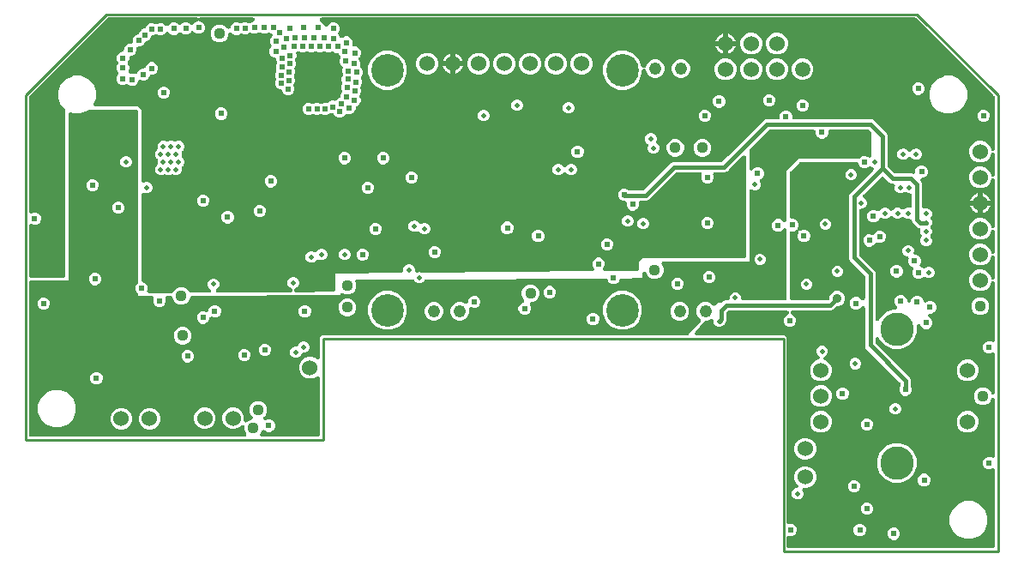
<source format=gbr>
G04 EAGLE Gerber RS-274X export*
G75*
%MOMM*%
%FSLAX34Y34*%
%LPD*%
%INCopper Layer 15*%
%IPPOS*%
%AMOC8*
5,1,8,0,0,1.08239X$1,22.5*%
G01*
%ADD10C,1.524000*%
%ADD11C,3.302000*%
%ADD12C,3.216000*%
%ADD13C,1.125000*%
%ADD14C,1.219200*%
%ADD15C,0.609600*%
%ADD16C,0.508000*%
%ADD17C,1.333500*%
%ADD18C,1.500000*%
%ADD19C,0.900000*%
%ADD20C,0.406400*%
%ADD21C,0.254000*%

G36*
X954938Y-106949D02*
X954938Y-106949D01*
X954956Y-106951D01*
X955138Y-106930D01*
X955321Y-106911D01*
X955338Y-106906D01*
X955355Y-106904D01*
X955530Y-106847D01*
X955706Y-106793D01*
X955721Y-106785D01*
X955738Y-106779D01*
X955898Y-106689D01*
X956060Y-106601D01*
X956073Y-106590D01*
X956089Y-106581D01*
X956228Y-106461D01*
X956369Y-106344D01*
X956380Y-106330D01*
X956394Y-106318D01*
X956506Y-106173D01*
X956621Y-106030D01*
X956629Y-106014D01*
X956640Y-106000D01*
X956722Y-105835D01*
X956807Y-105673D01*
X956812Y-105656D01*
X956820Y-105640D01*
X956867Y-105461D01*
X956918Y-105286D01*
X956920Y-105268D01*
X956924Y-105251D01*
X956951Y-104920D01*
X956951Y-30129D01*
X956950Y-30116D01*
X956951Y-30103D01*
X956930Y-29916D01*
X956911Y-29729D01*
X956907Y-29716D01*
X956906Y-29702D01*
X956848Y-29523D01*
X956793Y-29344D01*
X956787Y-29332D01*
X956783Y-29319D01*
X956691Y-29154D01*
X956601Y-28990D01*
X956593Y-28979D01*
X956586Y-28968D01*
X956464Y-28824D01*
X956344Y-28680D01*
X956333Y-28672D01*
X956325Y-28662D01*
X956176Y-28545D01*
X956030Y-28428D01*
X956018Y-28422D01*
X956008Y-28414D01*
X955839Y-28329D01*
X955673Y-28243D01*
X955660Y-28239D01*
X955648Y-28233D01*
X955467Y-28183D01*
X955286Y-28131D01*
X955272Y-28130D01*
X955259Y-28127D01*
X955071Y-28114D01*
X954884Y-28098D01*
X954871Y-28100D01*
X954858Y-28099D01*
X954670Y-28123D01*
X954485Y-28145D01*
X954472Y-28149D01*
X954459Y-28151D01*
X954143Y-28253D01*
X952443Y-28957D01*
X950017Y-28957D01*
X947776Y-28029D01*
X946061Y-26314D01*
X945133Y-24073D01*
X945133Y-21647D01*
X946061Y-19406D01*
X947776Y-17691D01*
X950017Y-16763D01*
X952443Y-16763D01*
X954143Y-17467D01*
X954156Y-17471D01*
X954167Y-17477D01*
X954347Y-17529D01*
X954528Y-17584D01*
X954541Y-17585D01*
X954554Y-17589D01*
X954742Y-17604D01*
X954929Y-17622D01*
X954942Y-17621D01*
X954956Y-17622D01*
X955142Y-17600D01*
X955329Y-17580D01*
X955342Y-17576D01*
X955355Y-17575D01*
X955534Y-17517D01*
X955714Y-17461D01*
X955725Y-17454D01*
X955738Y-17450D01*
X955902Y-17358D01*
X956067Y-17267D01*
X956077Y-17259D01*
X956089Y-17252D01*
X956231Y-17130D01*
X956375Y-17008D01*
X956383Y-16998D01*
X956394Y-16989D01*
X956508Y-16841D01*
X956626Y-16693D01*
X956632Y-16681D01*
X956640Y-16671D01*
X956724Y-16503D01*
X956810Y-16335D01*
X956814Y-16322D01*
X956820Y-16310D01*
X956869Y-16128D01*
X956920Y-15948D01*
X956921Y-15935D01*
X956924Y-15922D01*
X956951Y-15591D01*
X956951Y39445D01*
X956951Y39450D01*
X956951Y39454D01*
X956931Y39648D01*
X956911Y39846D01*
X956910Y39850D01*
X956910Y39855D01*
X956851Y40042D01*
X956793Y40231D01*
X956791Y40235D01*
X956790Y40239D01*
X956697Y40409D01*
X956601Y40585D01*
X956599Y40588D01*
X956596Y40592D01*
X956468Y40745D01*
X956344Y40894D01*
X956340Y40897D01*
X956337Y40900D01*
X956183Y41024D01*
X956030Y41147D01*
X956026Y41149D01*
X956023Y41151D01*
X955848Y41241D01*
X955673Y41332D01*
X955668Y41333D01*
X955664Y41335D01*
X955477Y41388D01*
X955286Y41443D01*
X955281Y41444D01*
X955277Y41445D01*
X955084Y41460D01*
X954884Y41476D01*
X954880Y41476D01*
X954876Y41476D01*
X954682Y41453D01*
X954485Y41429D01*
X954480Y41428D01*
X954476Y41427D01*
X954291Y41366D01*
X954102Y41305D01*
X954098Y41302D01*
X954094Y41301D01*
X953925Y41205D01*
X953751Y41107D01*
X953748Y41104D01*
X953744Y41101D01*
X953595Y40972D01*
X953447Y40843D01*
X953444Y40840D01*
X953440Y40837D01*
X953320Y40680D01*
X953200Y40525D01*
X953198Y40521D01*
X953195Y40518D01*
X953043Y40223D01*
X952233Y38267D01*
X949793Y35827D01*
X946605Y34506D01*
X943155Y34506D01*
X939967Y35827D01*
X937527Y38267D01*
X936206Y41455D01*
X936206Y44905D01*
X937527Y48093D01*
X939967Y50533D01*
X943155Y51854D01*
X946605Y51854D01*
X949793Y50533D01*
X952233Y48093D01*
X953043Y46137D01*
X953045Y46133D01*
X953047Y46129D01*
X953140Y45956D01*
X953234Y45782D01*
X953236Y45779D01*
X953239Y45775D01*
X953363Y45626D01*
X953490Y45472D01*
X953493Y45469D01*
X953496Y45466D01*
X953649Y45343D01*
X953803Y45218D01*
X953807Y45216D01*
X953810Y45213D01*
X953983Y45124D01*
X954159Y45031D01*
X954163Y45030D01*
X954167Y45028D01*
X954356Y44974D01*
X954546Y44918D01*
X954550Y44918D01*
X954554Y44917D01*
X954752Y44900D01*
X954947Y44884D01*
X954951Y44884D01*
X954956Y44884D01*
X955150Y44907D01*
X955347Y44929D01*
X955351Y44930D01*
X955355Y44931D01*
X955541Y44991D01*
X955730Y45052D01*
X955734Y45054D01*
X955738Y45055D01*
X955911Y45153D01*
X956082Y45248D01*
X956085Y45251D01*
X956089Y45253D01*
X956238Y45382D01*
X956387Y45510D01*
X956390Y45514D01*
X956394Y45517D01*
X956514Y45671D01*
X956636Y45827D01*
X956638Y45831D01*
X956640Y45835D01*
X956729Y46013D01*
X956816Y46187D01*
X956818Y46191D01*
X956820Y46195D01*
X956871Y46387D01*
X956923Y46575D01*
X956923Y46580D01*
X956924Y46584D01*
X956951Y46915D01*
X956951Y84171D01*
X956950Y84184D01*
X956951Y84197D01*
X956930Y84384D01*
X956911Y84571D01*
X956907Y84584D01*
X956906Y84598D01*
X956848Y84777D01*
X956793Y84956D01*
X956787Y84968D01*
X956783Y84981D01*
X956691Y85146D01*
X956601Y85310D01*
X956593Y85321D01*
X956586Y85332D01*
X956464Y85476D01*
X956344Y85620D01*
X956333Y85628D01*
X956325Y85638D01*
X956176Y85755D01*
X956030Y85872D01*
X956018Y85878D01*
X956008Y85886D01*
X955839Y85971D01*
X955673Y86057D01*
X955660Y86061D01*
X955648Y86067D01*
X955467Y86117D01*
X955286Y86169D01*
X955272Y86170D01*
X955259Y86173D01*
X955071Y86186D01*
X954884Y86202D01*
X954871Y86200D01*
X954858Y86201D01*
X954670Y86177D01*
X954485Y86155D01*
X954472Y86151D01*
X954459Y86149D01*
X954143Y86047D01*
X952443Y85343D01*
X950017Y85343D01*
X947776Y86271D01*
X946061Y87986D01*
X945133Y90227D01*
X945133Y92653D01*
X946061Y94894D01*
X947776Y96609D01*
X950017Y97537D01*
X952443Y97537D01*
X954143Y96833D01*
X954156Y96829D01*
X954167Y96823D01*
X954347Y96771D01*
X954528Y96716D01*
X954541Y96715D01*
X954554Y96711D01*
X954742Y96696D01*
X954929Y96678D01*
X954942Y96679D01*
X954956Y96678D01*
X955142Y96700D01*
X955329Y96720D01*
X955342Y96724D01*
X955355Y96725D01*
X955534Y96783D01*
X955714Y96839D01*
X955725Y96846D01*
X955738Y96850D01*
X955902Y96942D01*
X956067Y97033D01*
X956077Y97041D01*
X956089Y97048D01*
X956231Y97170D01*
X956375Y97292D01*
X956383Y97302D01*
X956394Y97311D01*
X956508Y97459D01*
X956626Y97607D01*
X956632Y97619D01*
X956640Y97629D01*
X956724Y97797D01*
X956810Y97965D01*
X956814Y97978D01*
X956820Y97990D01*
X956869Y98172D01*
X956920Y98352D01*
X956921Y98365D01*
X956924Y98378D01*
X956951Y98709D01*
X956951Y154664D01*
X956951Y154669D01*
X956951Y154673D01*
X956931Y154867D01*
X956911Y155065D01*
X956910Y155069D01*
X956910Y155074D01*
X956852Y155259D01*
X956793Y155450D01*
X956791Y155454D01*
X956790Y155458D01*
X956696Y155630D01*
X956601Y155804D01*
X956599Y155807D01*
X956596Y155811D01*
X956471Y155961D01*
X956344Y156113D01*
X956340Y156116D01*
X956337Y156119D01*
X956185Y156241D01*
X956030Y156365D01*
X956026Y156367D01*
X956023Y156370D01*
X955848Y156460D01*
X955673Y156551D01*
X955668Y156552D01*
X955664Y156554D01*
X955477Y156607D01*
X955286Y156662D01*
X955281Y156663D01*
X955277Y156664D01*
X955084Y156679D01*
X954884Y156695D01*
X954880Y156695D01*
X954876Y156695D01*
X954683Y156672D01*
X954485Y156648D01*
X954480Y156647D01*
X954476Y156646D01*
X954293Y156586D01*
X954102Y156523D01*
X954098Y156521D01*
X954094Y156520D01*
X953924Y156423D01*
X953751Y156326D01*
X953748Y156323D01*
X953744Y156320D01*
X953593Y156189D01*
X953447Y156062D01*
X953444Y156059D01*
X953440Y156056D01*
X953320Y155899D01*
X953200Y155744D01*
X953198Y155740D01*
X953195Y155737D01*
X953043Y155442D01*
X951385Y151437D01*
X948383Y148435D01*
X944462Y146811D01*
X940218Y146811D01*
X936297Y148435D01*
X933295Y151437D01*
X931671Y155358D01*
X931671Y159602D01*
X933295Y163523D01*
X936297Y166525D01*
X940218Y168149D01*
X944462Y168149D01*
X948383Y166525D01*
X951385Y163523D01*
X953043Y159518D01*
X953045Y159515D01*
X953047Y159510D01*
X953142Y159334D01*
X953234Y159164D01*
X953236Y159160D01*
X953239Y159156D01*
X953364Y159005D01*
X953490Y158853D01*
X953493Y158850D01*
X953496Y158847D01*
X953649Y158724D01*
X953803Y158599D01*
X953807Y158597D01*
X953810Y158595D01*
X953985Y158504D01*
X954159Y158412D01*
X954163Y158411D01*
X954167Y158409D01*
X954357Y158355D01*
X954546Y158299D01*
X954550Y158299D01*
X954554Y158298D01*
X954752Y158281D01*
X954947Y158265D01*
X954951Y158265D01*
X954956Y158265D01*
X955153Y158288D01*
X955347Y158310D01*
X955351Y158311D01*
X955355Y158312D01*
X955544Y158373D01*
X955730Y158433D01*
X955734Y158435D01*
X955738Y158437D01*
X955911Y158534D01*
X956082Y158629D01*
X956085Y158632D01*
X956089Y158634D01*
X956238Y158763D01*
X956387Y158891D01*
X956390Y158895D01*
X956394Y158898D01*
X956512Y159050D01*
X956636Y159208D01*
X956638Y159212D01*
X956640Y159216D01*
X956727Y159390D01*
X956816Y159568D01*
X956818Y159572D01*
X956820Y159576D01*
X956871Y159768D01*
X956923Y159956D01*
X956923Y159961D01*
X956924Y159965D01*
X956951Y160296D01*
X956951Y180064D01*
X956951Y180069D01*
X956951Y180073D01*
X956931Y180267D01*
X956911Y180465D01*
X956910Y180469D01*
X956910Y180474D01*
X956852Y180659D01*
X956793Y180850D01*
X956791Y180854D01*
X956790Y180858D01*
X956696Y181030D01*
X956601Y181204D01*
X956599Y181207D01*
X956596Y181211D01*
X956471Y181361D01*
X956344Y181513D01*
X956340Y181516D01*
X956337Y181519D01*
X956185Y181641D01*
X956030Y181765D01*
X956026Y181767D01*
X956023Y181770D01*
X955848Y181860D01*
X955673Y181951D01*
X955668Y181952D01*
X955664Y181954D01*
X955477Y182007D01*
X955286Y182062D01*
X955281Y182063D01*
X955277Y182064D01*
X955084Y182079D01*
X954884Y182095D01*
X954880Y182095D01*
X954876Y182095D01*
X954683Y182072D01*
X954485Y182048D01*
X954480Y182047D01*
X954476Y182046D01*
X954293Y181986D01*
X954102Y181923D01*
X954098Y181921D01*
X954094Y181920D01*
X953924Y181823D01*
X953751Y181726D01*
X953748Y181723D01*
X953744Y181720D01*
X953591Y181587D01*
X953447Y181462D01*
X953444Y181459D01*
X953440Y181456D01*
X953320Y181299D01*
X953200Y181144D01*
X953198Y181140D01*
X953195Y181137D01*
X953043Y180842D01*
X951385Y176837D01*
X948383Y173835D01*
X944462Y172211D01*
X940218Y172211D01*
X936297Y173835D01*
X933295Y176837D01*
X931671Y180758D01*
X931671Y185002D01*
X933295Y188923D01*
X936297Y191925D01*
X940218Y193549D01*
X944462Y193549D01*
X948383Y191925D01*
X951385Y188923D01*
X953043Y184918D01*
X953045Y184915D01*
X953047Y184910D01*
X953140Y184738D01*
X953234Y184564D01*
X953236Y184560D01*
X953239Y184556D01*
X953363Y184407D01*
X953490Y184253D01*
X953493Y184250D01*
X953496Y184247D01*
X953649Y184124D01*
X953803Y183999D01*
X953807Y183997D01*
X953810Y183995D01*
X953985Y183904D01*
X954159Y183812D01*
X954163Y183811D01*
X954167Y183809D01*
X954357Y183755D01*
X954546Y183699D01*
X954550Y183699D01*
X954554Y183698D01*
X954752Y183681D01*
X954947Y183665D01*
X954951Y183665D01*
X954956Y183665D01*
X955153Y183688D01*
X955347Y183710D01*
X955351Y183711D01*
X955355Y183712D01*
X955544Y183773D01*
X955730Y183833D01*
X955734Y183835D01*
X955738Y183837D01*
X955911Y183934D01*
X956082Y184029D01*
X956085Y184032D01*
X956089Y184034D01*
X956236Y184162D01*
X956387Y184291D01*
X956390Y184295D01*
X956394Y184298D01*
X956511Y184449D01*
X956636Y184608D01*
X956638Y184612D01*
X956640Y184616D01*
X956727Y184791D01*
X956816Y184968D01*
X956818Y184972D01*
X956820Y184976D01*
X956871Y185166D01*
X956923Y185356D01*
X956923Y185361D01*
X956924Y185365D01*
X956951Y185696D01*
X956951Y205464D01*
X956951Y205469D01*
X956951Y205473D01*
X956931Y205667D01*
X956911Y205865D01*
X956910Y205869D01*
X956910Y205874D01*
X956852Y206058D01*
X956793Y206250D01*
X956791Y206254D01*
X956790Y206258D01*
X956698Y206426D01*
X956601Y206604D01*
X956599Y206607D01*
X956596Y206611D01*
X956469Y206763D01*
X956344Y206913D01*
X956340Y206916D01*
X956337Y206919D01*
X956183Y207042D01*
X956030Y207165D01*
X956026Y207167D01*
X956023Y207170D01*
X955847Y207261D01*
X955673Y207351D01*
X955668Y207352D01*
X955664Y207354D01*
X955476Y207408D01*
X955286Y207462D01*
X955281Y207463D01*
X955277Y207464D01*
X955084Y207479D01*
X954884Y207495D01*
X954880Y207495D01*
X954876Y207495D01*
X954683Y207471D01*
X954485Y207448D01*
X954480Y207447D01*
X954476Y207446D01*
X954293Y207386D01*
X954102Y207323D01*
X954098Y207321D01*
X954094Y207320D01*
X953925Y207223D01*
X953751Y207126D01*
X953748Y207123D01*
X953744Y207120D01*
X953595Y206991D01*
X953447Y206862D01*
X953444Y206859D01*
X953440Y206856D01*
X953320Y206699D01*
X953200Y206544D01*
X953198Y206540D01*
X953195Y206537D01*
X953043Y206242D01*
X951385Y202237D01*
X948383Y199235D01*
X944462Y197611D01*
X940218Y197611D01*
X936297Y199235D01*
X933295Y202237D01*
X931671Y206158D01*
X931671Y210402D01*
X933295Y214323D01*
X936297Y217325D01*
X940218Y218949D01*
X944462Y218949D01*
X948383Y217325D01*
X951385Y214323D01*
X953043Y210318D01*
X953045Y210315D01*
X953047Y210310D01*
X953141Y210135D01*
X953234Y209964D01*
X953236Y209960D01*
X953239Y209956D01*
X953363Y209807D01*
X953490Y209653D01*
X953493Y209650D01*
X953496Y209647D01*
X953649Y209524D01*
X953803Y209399D01*
X953807Y209397D01*
X953810Y209395D01*
X953985Y209304D01*
X954159Y209212D01*
X954163Y209211D01*
X954167Y209209D01*
X954357Y209155D01*
X954546Y209099D01*
X954550Y209099D01*
X954554Y209098D01*
X954752Y209081D01*
X954947Y209065D01*
X954951Y209065D01*
X954956Y209065D01*
X955153Y209088D01*
X955347Y209110D01*
X955351Y209111D01*
X955355Y209112D01*
X955544Y209173D01*
X955730Y209233D01*
X955734Y209235D01*
X955738Y209237D01*
X955911Y209334D01*
X956082Y209429D01*
X956085Y209432D01*
X956089Y209434D01*
X956237Y209563D01*
X956387Y209691D01*
X956390Y209695D01*
X956394Y209698D01*
X956513Y209852D01*
X956636Y210008D01*
X956638Y210012D01*
X956640Y210016D01*
X956728Y210192D01*
X956816Y210368D01*
X956818Y210372D01*
X956820Y210376D01*
X956871Y210567D01*
X956923Y210756D01*
X956923Y210761D01*
X956924Y210765D01*
X956951Y211096D01*
X956951Y256264D01*
X956951Y256269D01*
X956951Y256273D01*
X956931Y256467D01*
X956911Y256665D01*
X956910Y256669D01*
X956910Y256674D01*
X956852Y256859D01*
X956793Y257050D01*
X956791Y257054D01*
X956790Y257058D01*
X956696Y257230D01*
X956601Y257404D01*
X956599Y257407D01*
X956596Y257411D01*
X956469Y257563D01*
X956344Y257713D01*
X956340Y257716D01*
X956337Y257719D01*
X956184Y257841D01*
X956030Y257965D01*
X956026Y257967D01*
X956023Y257970D01*
X955847Y258061D01*
X955673Y258151D01*
X955668Y258152D01*
X955664Y258154D01*
X955476Y258208D01*
X955286Y258262D01*
X955281Y258263D01*
X955277Y258264D01*
X955084Y258279D01*
X954884Y258295D01*
X954880Y258295D01*
X954876Y258295D01*
X954683Y258271D01*
X954485Y258248D01*
X954480Y258247D01*
X954476Y258246D01*
X954293Y258186D01*
X954102Y258123D01*
X954098Y258121D01*
X954094Y258120D01*
X953923Y258022D01*
X953751Y257926D01*
X953748Y257923D01*
X953744Y257920D01*
X953595Y257791D01*
X953447Y257662D01*
X953444Y257659D01*
X953440Y257656D01*
X953318Y257497D01*
X953200Y257344D01*
X953198Y257340D01*
X953195Y257337D01*
X953043Y257042D01*
X951385Y253037D01*
X948383Y250035D01*
X944462Y248411D01*
X940218Y248411D01*
X936297Y250035D01*
X933295Y253037D01*
X931671Y256958D01*
X931671Y261202D01*
X933295Y265123D01*
X936297Y268125D01*
X940218Y269749D01*
X944462Y269749D01*
X948383Y268125D01*
X951385Y265123D01*
X953043Y261118D01*
X953045Y261115D01*
X953047Y261110D01*
X953140Y260938D01*
X953234Y260764D01*
X953236Y260760D01*
X953239Y260756D01*
X953363Y260607D01*
X953490Y260453D01*
X953493Y260450D01*
X953496Y260447D01*
X953649Y260324D01*
X953803Y260199D01*
X953807Y260197D01*
X953810Y260195D01*
X953985Y260104D01*
X954159Y260012D01*
X954163Y260011D01*
X954167Y260009D01*
X954357Y259955D01*
X954546Y259899D01*
X954550Y259899D01*
X954554Y259898D01*
X954752Y259881D01*
X954947Y259865D01*
X954951Y259865D01*
X954956Y259865D01*
X955153Y259888D01*
X955347Y259910D01*
X955351Y259911D01*
X955355Y259912D01*
X955544Y259973D01*
X955730Y260033D01*
X955734Y260035D01*
X955738Y260037D01*
X955911Y260134D01*
X956082Y260229D01*
X956085Y260232D01*
X956089Y260234D01*
X956238Y260363D01*
X956387Y260491D01*
X956390Y260495D01*
X956394Y260498D01*
X956513Y260651D01*
X956636Y260808D01*
X956638Y260812D01*
X956640Y260816D01*
X956728Y260992D01*
X956816Y261168D01*
X956818Y261172D01*
X956820Y261176D01*
X956871Y261369D01*
X956923Y261556D01*
X956923Y261561D01*
X956924Y261565D01*
X956951Y261896D01*
X956951Y281664D01*
X956951Y281669D01*
X956951Y281673D01*
X956931Y281867D01*
X956911Y282065D01*
X956910Y282069D01*
X956910Y282074D01*
X956852Y282259D01*
X956793Y282450D01*
X956791Y282454D01*
X956790Y282458D01*
X956696Y282630D01*
X956601Y282804D01*
X956599Y282807D01*
X956596Y282811D01*
X956471Y282960D01*
X956344Y283113D01*
X956340Y283116D01*
X956337Y283119D01*
X956183Y283242D01*
X956030Y283365D01*
X956026Y283367D01*
X956023Y283370D01*
X955847Y283461D01*
X955673Y283551D01*
X955668Y283552D01*
X955664Y283554D01*
X955476Y283608D01*
X955286Y283662D01*
X955281Y283663D01*
X955277Y283664D01*
X955084Y283679D01*
X954884Y283695D01*
X954880Y283695D01*
X954876Y283695D01*
X954683Y283671D01*
X954485Y283648D01*
X954480Y283647D01*
X954476Y283646D01*
X954293Y283586D01*
X954102Y283523D01*
X954098Y283521D01*
X954094Y283520D01*
X953925Y283424D01*
X953751Y283326D01*
X953748Y283323D01*
X953744Y283320D01*
X953595Y283191D01*
X953447Y283062D01*
X953444Y283059D01*
X953440Y283056D01*
X953320Y282899D01*
X953200Y282744D01*
X953198Y282740D01*
X953195Y282737D01*
X953043Y282442D01*
X951385Y278437D01*
X948383Y275435D01*
X944462Y273811D01*
X940218Y273811D01*
X936297Y275435D01*
X933295Y278437D01*
X931671Y282358D01*
X931671Y286602D01*
X933295Y290523D01*
X936297Y293525D01*
X940218Y295149D01*
X944462Y295149D01*
X948383Y293525D01*
X951385Y290523D01*
X953043Y286518D01*
X953045Y286515D01*
X953047Y286510D01*
X953140Y286338D01*
X953234Y286164D01*
X953236Y286160D01*
X953239Y286156D01*
X953363Y286007D01*
X953490Y285853D01*
X953493Y285850D01*
X953496Y285847D01*
X953649Y285724D01*
X953803Y285599D01*
X953807Y285597D01*
X953810Y285595D01*
X953985Y285504D01*
X954159Y285412D01*
X954163Y285411D01*
X954167Y285409D01*
X954357Y285355D01*
X954546Y285299D01*
X954550Y285299D01*
X954554Y285298D01*
X954752Y285281D01*
X954947Y285265D01*
X954951Y285265D01*
X954956Y285265D01*
X955153Y285288D01*
X955347Y285310D01*
X955351Y285311D01*
X955355Y285312D01*
X955544Y285373D01*
X955730Y285433D01*
X955734Y285435D01*
X955738Y285437D01*
X955911Y285534D01*
X956082Y285629D01*
X956085Y285632D01*
X956089Y285634D01*
X956238Y285763D01*
X956387Y285891D01*
X956390Y285895D01*
X956394Y285898D01*
X956513Y286052D01*
X956636Y286208D01*
X956638Y286212D01*
X956640Y286216D01*
X956728Y286392D01*
X956816Y286568D01*
X956818Y286572D01*
X956820Y286576D01*
X956871Y286769D01*
X956923Y286956D01*
X956923Y286961D01*
X956924Y286965D01*
X956951Y287296D01*
X956951Y337896D01*
X956950Y337912D01*
X956951Y337928D01*
X956950Y337938D01*
X956951Y337949D01*
X956929Y338123D01*
X956911Y338296D01*
X956906Y338316D01*
X956904Y338328D01*
X956902Y338334D01*
X956900Y338349D01*
X956845Y338514D01*
X956793Y338681D01*
X956782Y338702D01*
X956779Y338711D01*
X956778Y338714D01*
X956772Y338730D01*
X956685Y338882D01*
X956601Y339035D01*
X956584Y339056D01*
X956583Y339058D01*
X956581Y339061D01*
X956571Y339079D01*
X956356Y339332D01*
X879360Y416328D01*
X879339Y416345D01*
X879322Y416366D01*
X879184Y416473D01*
X879049Y416583D01*
X879025Y416596D01*
X879004Y416612D01*
X878847Y416690D01*
X878693Y416772D01*
X878667Y416780D01*
X878643Y416792D01*
X878474Y416837D01*
X878307Y416887D01*
X878280Y416889D01*
X878255Y416896D01*
X877924Y416923D01*
X292243Y416923D01*
X292238Y416923D01*
X292234Y416923D01*
X292040Y416903D01*
X291842Y416883D01*
X291838Y416882D01*
X291833Y416882D01*
X291646Y416823D01*
X291457Y416765D01*
X291453Y416763D01*
X291449Y416762D01*
X291274Y416666D01*
X291103Y416573D01*
X291100Y416571D01*
X291096Y416568D01*
X290943Y416440D01*
X290794Y416316D01*
X290791Y416312D01*
X290788Y416309D01*
X290664Y416154D01*
X290542Y416002D01*
X290539Y415998D01*
X290537Y415994D01*
X290445Y415816D01*
X290356Y415645D01*
X290355Y415640D01*
X290353Y415636D01*
X290298Y415443D01*
X290245Y415258D01*
X290244Y415253D01*
X290243Y415249D01*
X290228Y415053D01*
X290212Y414856D01*
X290212Y414852D01*
X290212Y414848D01*
X290236Y414654D01*
X290259Y414457D01*
X290260Y414452D01*
X290261Y414448D01*
X290322Y414262D01*
X290384Y414074D01*
X290386Y414070D01*
X290387Y414066D01*
X290485Y413895D01*
X290581Y413723D01*
X290584Y413720D01*
X290587Y413716D01*
X290716Y413567D01*
X290845Y413419D01*
X290848Y413416D01*
X290851Y413412D01*
X291010Y413290D01*
X291163Y413172D01*
X291167Y413170D01*
X291170Y413167D01*
X291465Y413015D01*
X292506Y412585D01*
X294221Y410870D01*
X294857Y409333D01*
X294861Y409325D01*
X294864Y409316D01*
X294956Y409147D01*
X295047Y408978D01*
X295053Y408971D01*
X295057Y408963D01*
X295180Y408817D01*
X295304Y408668D01*
X295311Y408662D01*
X295316Y408655D01*
X295467Y408535D01*
X295616Y408414D01*
X295624Y408410D01*
X295631Y408404D01*
X295803Y408316D01*
X295973Y408227D01*
X295981Y408224D01*
X295989Y408220D01*
X296175Y408168D01*
X296359Y408114D01*
X296368Y408113D01*
X296377Y408111D01*
X296568Y408096D01*
X296760Y408079D01*
X296769Y408080D01*
X296778Y408080D01*
X296971Y408103D01*
X297160Y408124D01*
X297169Y408127D01*
X297178Y408128D01*
X297362Y408189D01*
X297544Y408248D01*
X297552Y408252D01*
X297560Y408255D01*
X297728Y408350D01*
X297895Y408444D01*
X297902Y408450D01*
X297910Y408454D01*
X298054Y408580D01*
X298201Y408706D01*
X298207Y408713D01*
X298213Y408719D01*
X298330Y408870D01*
X298449Y409023D01*
X298453Y409031D01*
X298459Y409038D01*
X298610Y409333D01*
X298615Y409346D01*
X300330Y411061D01*
X302571Y411989D01*
X304997Y411989D01*
X307238Y411061D01*
X308953Y409346D01*
X309881Y407105D01*
X309881Y404679D01*
X308943Y402416D01*
X308877Y402333D01*
X308761Y402191D01*
X308753Y402175D01*
X308742Y402161D01*
X308658Y401997D01*
X308573Y401835D01*
X308568Y401818D01*
X308560Y401802D01*
X308510Y401625D01*
X308458Y401449D01*
X308456Y401431D01*
X308452Y401414D01*
X308438Y401231D01*
X308422Y401048D01*
X308423Y401030D01*
X308422Y401013D01*
X308445Y400831D01*
X308465Y400648D01*
X308470Y400631D01*
X308473Y400613D01*
X308531Y400440D01*
X308586Y400264D01*
X308595Y400248D01*
X308601Y400232D01*
X308693Y400072D01*
X308781Y399912D01*
X308793Y399898D01*
X308802Y399883D01*
X309016Y399630D01*
X309461Y399186D01*
X309882Y398168D01*
X309888Y398156D01*
X309892Y398143D01*
X309983Y397980D01*
X310072Y397813D01*
X310081Y397803D01*
X310087Y397791D01*
X310209Y397648D01*
X310329Y397503D01*
X310339Y397494D01*
X310348Y397484D01*
X310495Y397368D01*
X310641Y397249D01*
X310653Y397243D01*
X310664Y397234D01*
X310831Y397150D01*
X310998Y397062D01*
X311011Y397058D01*
X311023Y397052D01*
X311203Y397002D01*
X311384Y396949D01*
X311398Y396948D01*
X311411Y396944D01*
X311598Y396930D01*
X311785Y396914D01*
X311799Y396916D01*
X311812Y396915D01*
X311998Y396938D01*
X312185Y396959D01*
X312198Y396964D01*
X312212Y396965D01*
X312390Y397025D01*
X312569Y397083D01*
X312580Y397089D01*
X312593Y397093D01*
X312757Y397188D01*
X312920Y397279D01*
X312930Y397288D01*
X312942Y397294D01*
X312973Y397321D01*
X315271Y398273D01*
X317697Y398273D01*
X319938Y397345D01*
X321653Y395630D01*
X322581Y393389D01*
X322581Y390963D01*
X322563Y390921D01*
X322559Y390908D01*
X322553Y390897D01*
X322502Y390717D01*
X322447Y390536D01*
X322446Y390523D01*
X322442Y390510D01*
X322426Y390321D01*
X322409Y390135D01*
X322410Y390122D01*
X322409Y390108D01*
X322431Y389921D01*
X322450Y389735D01*
X322454Y389722D01*
X322456Y389709D01*
X322514Y389530D01*
X322570Y389350D01*
X322577Y389339D01*
X322581Y389326D01*
X322673Y389162D01*
X322763Y388997D01*
X322772Y388987D01*
X322779Y388975D01*
X322901Y388834D01*
X323023Y388689D01*
X323033Y388681D01*
X323042Y388670D01*
X323189Y388556D01*
X323337Y388438D01*
X323349Y388432D01*
X323360Y388424D01*
X323528Y388340D01*
X323695Y388254D01*
X323708Y388250D01*
X323720Y388244D01*
X323902Y388195D01*
X324083Y388144D01*
X324096Y388143D01*
X324109Y388140D01*
X324440Y388113D01*
X326333Y388113D01*
X328574Y387185D01*
X330289Y385470D01*
X331217Y383229D01*
X331217Y380803D01*
X330289Y378562D01*
X329336Y377610D01*
X329325Y377596D01*
X329311Y377585D01*
X329198Y377441D01*
X329081Y377299D01*
X329073Y377283D01*
X329062Y377269D01*
X328978Y377105D01*
X328893Y376943D01*
X328888Y376926D01*
X328879Y376910D01*
X328830Y376733D01*
X328778Y376557D01*
X328776Y376539D01*
X328772Y376522D01*
X328758Y376340D01*
X328742Y376156D01*
X328743Y376138D01*
X328742Y376121D01*
X328765Y375939D01*
X328785Y375756D01*
X328790Y375739D01*
X328793Y375721D01*
X328851Y375547D01*
X328906Y375372D01*
X328915Y375356D01*
X328921Y375339D01*
X329012Y375181D01*
X329101Y375020D01*
X329113Y375006D01*
X329122Y374991D01*
X329263Y374824D01*
X330201Y372561D01*
X330201Y370135D01*
X330030Y369722D01*
X330023Y369701D01*
X330013Y369681D01*
X329965Y369508D01*
X329913Y369337D01*
X329911Y369314D01*
X329905Y369293D01*
X329892Y369112D01*
X329875Y368936D01*
X329877Y368914D01*
X329876Y368891D01*
X329898Y368713D01*
X329917Y368535D01*
X329923Y368514D01*
X329926Y368492D01*
X329983Y368321D01*
X330036Y368151D01*
X330047Y368131D01*
X330054Y368110D01*
X330143Y367955D01*
X330230Y367798D01*
X330244Y367781D01*
X330255Y367761D01*
X330470Y367508D01*
X331813Y366166D01*
X332741Y363925D01*
X332741Y361499D01*
X331813Y359258D01*
X331609Y359055D01*
X331595Y359038D01*
X331578Y359023D01*
X331467Y358882D01*
X331354Y358743D01*
X331344Y358724D01*
X331330Y358706D01*
X331249Y358546D01*
X331165Y358388D01*
X331159Y358366D01*
X331149Y358346D01*
X331102Y358174D01*
X331051Y358002D01*
X331049Y357980D01*
X331043Y357958D01*
X331030Y357779D01*
X331014Y357601D01*
X331017Y357579D01*
X331015Y357556D01*
X331038Y357379D01*
X331058Y357201D01*
X331064Y357179D01*
X331067Y357157D01*
X331169Y356841D01*
X332233Y354273D01*
X332233Y351847D01*
X331305Y349606D01*
X331039Y349341D01*
X331025Y349324D01*
X331008Y349310D01*
X330898Y349169D01*
X330784Y349030D01*
X330774Y349010D01*
X330760Y348993D01*
X330680Y348832D01*
X330596Y348674D01*
X330589Y348653D01*
X330579Y348633D01*
X330532Y348460D01*
X330481Y348288D01*
X330479Y348266D01*
X330473Y348245D01*
X330461Y348065D01*
X330445Y347887D01*
X330447Y347865D01*
X330445Y347843D01*
X330469Y347665D01*
X330488Y347487D01*
X330495Y347466D01*
X330498Y347444D01*
X330599Y347128D01*
X331217Y345637D01*
X331217Y343211D01*
X330289Y340971D01*
X330234Y340916D01*
X330220Y340899D01*
X330203Y340884D01*
X330092Y340743D01*
X329979Y340604D01*
X329968Y340585D01*
X329955Y340567D01*
X329874Y340407D01*
X329790Y340249D01*
X329784Y340227D01*
X329774Y340207D01*
X329726Y340034D01*
X329675Y339863D01*
X329673Y339841D01*
X329667Y339819D01*
X329655Y339640D01*
X329639Y339462D01*
X329641Y339440D01*
X329640Y339417D01*
X329663Y339239D01*
X329682Y339062D01*
X329689Y339040D01*
X329692Y339018D01*
X329794Y338702D01*
X330709Y336493D01*
X330709Y334067D01*
X329781Y331826D01*
X328066Y330111D01*
X326883Y329621D01*
X326863Y329611D01*
X326842Y329604D01*
X326686Y329516D01*
X326528Y329431D01*
X326511Y329417D01*
X326491Y329406D01*
X326356Y329289D01*
X326217Y329175D01*
X326203Y329158D01*
X326186Y329143D01*
X326077Y329002D01*
X325964Y328862D01*
X325953Y328842D01*
X325940Y328825D01*
X325860Y328664D01*
X325777Y328506D01*
X325770Y328484D01*
X325760Y328464D01*
X325714Y328291D01*
X325664Y328119D01*
X325662Y328103D01*
X325662Y328102D01*
X325661Y328097D01*
X325656Y328076D01*
X325629Y327745D01*
X325629Y326447D01*
X324701Y324206D01*
X322986Y322491D01*
X320745Y321563D01*
X318319Y321563D01*
X317727Y321809D01*
X317710Y321814D01*
X317694Y321822D01*
X317518Y321872D01*
X317342Y321925D01*
X317324Y321927D01*
X317307Y321932D01*
X317123Y321946D01*
X316941Y321963D01*
X316923Y321961D01*
X316905Y321963D01*
X316724Y321941D01*
X316540Y321922D01*
X316523Y321916D01*
X316505Y321914D01*
X316331Y321856D01*
X316156Y321802D01*
X316140Y321793D01*
X316123Y321788D01*
X315964Y321697D01*
X315803Y321609D01*
X315789Y321597D01*
X315773Y321588D01*
X315634Y321467D01*
X315495Y321349D01*
X315483Y321335D01*
X315470Y321324D01*
X315358Y321178D01*
X315244Y321035D01*
X315235Y321019D01*
X315225Y321004D01*
X315073Y320709D01*
X315049Y320650D01*
X313334Y318935D01*
X311093Y318007D01*
X308667Y318007D01*
X306426Y318935D01*
X304711Y320650D01*
X304432Y321325D01*
X304421Y321345D01*
X304414Y321366D01*
X304326Y321522D01*
X304242Y321680D01*
X304227Y321697D01*
X304217Y321717D01*
X304100Y321852D01*
X303985Y321991D01*
X303968Y322005D01*
X303953Y322022D01*
X303812Y322131D01*
X303673Y322244D01*
X303653Y322255D01*
X303635Y322268D01*
X303474Y322348D01*
X303316Y322431D01*
X303295Y322438D01*
X303275Y322448D01*
X303101Y322494D01*
X302930Y322544D01*
X302908Y322546D01*
X302886Y322552D01*
X302555Y322579D01*
X302063Y322579D01*
X302009Y322602D01*
X301988Y322608D01*
X301968Y322618D01*
X301795Y322666D01*
X301624Y322718D01*
X301602Y322720D01*
X301580Y322726D01*
X301400Y322739D01*
X301223Y322756D01*
X301201Y322754D01*
X301178Y322756D01*
X301000Y322733D01*
X300823Y322715D01*
X300801Y322708D01*
X300779Y322705D01*
X300609Y322648D01*
X300438Y322595D01*
X300419Y322584D01*
X300397Y322577D01*
X300242Y322487D01*
X300085Y322402D01*
X300068Y322387D01*
X300048Y322376D01*
X299795Y322161D01*
X299110Y321475D01*
X296869Y320547D01*
X294443Y320547D01*
X292369Y321406D01*
X292344Y321414D01*
X292320Y321426D01*
X292151Y321472D01*
X291984Y321523D01*
X291957Y321525D01*
X291931Y321532D01*
X291757Y321544D01*
X291583Y321561D01*
X291557Y321558D01*
X291530Y321560D01*
X291355Y321537D01*
X291183Y321519D01*
X291157Y321511D01*
X291131Y321508D01*
X290815Y321406D01*
X288741Y320547D01*
X286315Y320547D01*
X284241Y321406D01*
X284216Y321414D01*
X284192Y321426D01*
X284023Y321472D01*
X283856Y321523D01*
X283829Y321525D01*
X283803Y321532D01*
X283629Y321544D01*
X283455Y321561D01*
X283429Y321558D01*
X283402Y321560D01*
X283227Y321537D01*
X283055Y321519D01*
X283029Y321511D01*
X283003Y321508D01*
X282687Y321406D01*
X280613Y320547D01*
X278187Y320547D01*
X275946Y321475D01*
X274231Y323190D01*
X273303Y325431D01*
X273303Y327857D01*
X274231Y330098D01*
X275946Y331813D01*
X276295Y331957D01*
X278187Y332741D01*
X280613Y332741D01*
X282687Y331882D01*
X282712Y331874D01*
X282736Y331862D01*
X282904Y331816D01*
X283072Y331765D01*
X283099Y331763D01*
X283125Y331756D01*
X283299Y331744D01*
X283473Y331727D01*
X283499Y331730D01*
X283526Y331728D01*
X283700Y331751D01*
X283873Y331769D01*
X283899Y331777D01*
X283925Y331780D01*
X284241Y331882D01*
X286315Y332741D01*
X288741Y332741D01*
X290815Y331882D01*
X290840Y331874D01*
X290864Y331862D01*
X291032Y331816D01*
X291200Y331765D01*
X291227Y331763D01*
X291253Y331756D01*
X291427Y331744D01*
X291601Y331727D01*
X291627Y331730D01*
X291654Y331728D01*
X291828Y331751D01*
X292001Y331769D01*
X292027Y331777D01*
X292053Y331780D01*
X292369Y331882D01*
X294443Y332741D01*
X296869Y332741D01*
X296923Y332718D01*
X296944Y332712D01*
X296964Y332702D01*
X297137Y332654D01*
X297308Y332602D01*
X297331Y332600D01*
X297352Y332594D01*
X297531Y332581D01*
X297709Y332564D01*
X297731Y332566D01*
X297754Y332564D01*
X297932Y332587D01*
X298110Y332605D01*
X298131Y332612D01*
X298153Y332615D01*
X298323Y332672D01*
X298494Y332725D01*
X298513Y332736D01*
X298535Y332743D01*
X298691Y332833D01*
X298847Y332918D01*
X298864Y332933D01*
X298884Y332944D01*
X299137Y333159D01*
X299823Y333845D01*
X300169Y333988D01*
X302063Y334773D01*
X304489Y334773D01*
X304543Y334750D01*
X304564Y334744D01*
X304584Y334734D01*
X304757Y334686D01*
X304928Y334634D01*
X304950Y334632D01*
X304972Y334626D01*
X305152Y334613D01*
X305329Y334596D01*
X305351Y334598D01*
X305374Y334596D01*
X305552Y334619D01*
X305729Y334637D01*
X305751Y334644D01*
X305773Y334647D01*
X305943Y334704D01*
X306114Y334757D01*
X306133Y334768D01*
X306155Y334775D01*
X306310Y334865D01*
X306467Y334950D01*
X306484Y334965D01*
X306504Y334976D01*
X306757Y335191D01*
X308458Y336893D01*
X309641Y337383D01*
X309661Y337393D01*
X309682Y337400D01*
X309838Y337488D01*
X309996Y337573D01*
X310013Y337587D01*
X310033Y337598D01*
X310168Y337715D01*
X310307Y337829D01*
X310321Y337846D01*
X310338Y337861D01*
X310447Y338002D01*
X310560Y338142D01*
X310571Y338162D01*
X310584Y338179D01*
X310664Y338340D01*
X310747Y338498D01*
X310754Y338520D01*
X310764Y338540D01*
X310810Y338713D01*
X310860Y338885D01*
X310862Y338907D01*
X310868Y338928D01*
X310895Y339259D01*
X310895Y340049D01*
X311839Y342328D01*
X311871Y342369D01*
X311984Y342507D01*
X311995Y342526D01*
X312009Y342544D01*
X312090Y342705D01*
X312173Y342862D01*
X312179Y342884D01*
X312189Y342904D01*
X312237Y343077D01*
X312288Y343248D01*
X312290Y343271D01*
X312296Y343292D01*
X312308Y343470D01*
X312324Y343649D01*
X312322Y343672D01*
X312323Y343694D01*
X312300Y343871D01*
X312281Y344050D01*
X312274Y344071D01*
X312271Y344093D01*
X312170Y344409D01*
X311403Y346259D01*
X311403Y348685D01*
X312347Y350964D01*
X312379Y351005D01*
X312492Y351143D01*
X312503Y351162D01*
X312517Y351180D01*
X312598Y351341D01*
X312681Y351498D01*
X312687Y351520D01*
X312697Y351540D01*
X312745Y351713D01*
X312796Y351884D01*
X312798Y351907D01*
X312804Y351928D01*
X312816Y352106D01*
X312832Y352285D01*
X312830Y352308D01*
X312831Y352330D01*
X312808Y352507D01*
X312789Y352686D01*
X312782Y352707D01*
X312779Y352729D01*
X312678Y353045D01*
X311911Y354895D01*
X311911Y357321D01*
X312918Y359752D01*
X312956Y359827D01*
X313040Y359985D01*
X313046Y360007D01*
X313057Y360027D01*
X313104Y360200D01*
X313155Y360371D01*
X313157Y360394D01*
X313163Y360416D01*
X313175Y360594D01*
X313191Y360772D01*
X313189Y360795D01*
X313191Y360817D01*
X313168Y360993D01*
X313148Y361172D01*
X313141Y361194D01*
X313138Y361216D01*
X313037Y361532D01*
X312419Y363023D01*
X312419Y365449D01*
X312888Y366580D01*
X312895Y366602D01*
X312905Y366622D01*
X312953Y366795D01*
X313005Y366966D01*
X313007Y366988D01*
X313013Y367010D01*
X313026Y367189D01*
X313043Y367367D01*
X313040Y367389D01*
X313042Y367411D01*
X313020Y367588D01*
X313001Y367767D01*
X312994Y367788D01*
X312992Y367811D01*
X312935Y367980D01*
X312881Y368152D01*
X312870Y368171D01*
X312863Y368192D01*
X312774Y368347D01*
X312688Y368505D01*
X312674Y368522D01*
X312662Y368541D01*
X312448Y368794D01*
X310807Y370434D01*
X309879Y372675D01*
X309879Y375101D01*
X310646Y376951D01*
X310652Y376972D01*
X310662Y376992D01*
X310710Y377165D01*
X310762Y377336D01*
X310764Y377359D01*
X310770Y377380D01*
X310783Y377559D01*
X310800Y377737D01*
X310798Y377759D01*
X310800Y377782D01*
X310777Y377960D01*
X310759Y378138D01*
X310752Y378159D01*
X310749Y378181D01*
X310692Y378351D01*
X310639Y378522D01*
X310628Y378542D01*
X310621Y378563D01*
X310531Y378718D01*
X310445Y378875D01*
X310431Y378892D01*
X310420Y378912D01*
X310205Y379165D01*
X309791Y379578D01*
X309301Y380761D01*
X309291Y380781D01*
X309284Y380802D01*
X309196Y380958D01*
X309111Y381116D01*
X309097Y381133D01*
X309086Y381153D01*
X308969Y381288D01*
X308855Y381427D01*
X308838Y381441D01*
X308823Y381458D01*
X308682Y381567D01*
X308542Y381680D01*
X308522Y381691D01*
X308505Y381704D01*
X308344Y381784D01*
X308186Y381867D01*
X308164Y381874D01*
X308144Y381884D01*
X307971Y381930D01*
X307799Y381980D01*
X307777Y381982D01*
X307756Y381988D01*
X307425Y382015D01*
X306635Y382015D01*
X304356Y382959D01*
X304316Y382991D01*
X304177Y383104D01*
X304157Y383115D01*
X304140Y383129D01*
X303979Y383209D01*
X303821Y383293D01*
X303800Y383299D01*
X303780Y383309D01*
X303607Y383357D01*
X303435Y383408D01*
X303413Y383410D01*
X303392Y383416D01*
X303213Y383428D01*
X303034Y383444D01*
X303012Y383442D01*
X302990Y383443D01*
X302813Y383420D01*
X302634Y383401D01*
X302613Y383394D01*
X302591Y383391D01*
X302275Y383290D01*
X300425Y382523D01*
X297999Y382523D01*
X295671Y383488D01*
X295646Y383495D01*
X295622Y383507D01*
X295453Y383553D01*
X295286Y383604D01*
X295259Y383607D01*
X295233Y383614D01*
X295059Y383626D01*
X294885Y383642D01*
X294859Y383639D01*
X294832Y383641D01*
X294658Y383619D01*
X294485Y383601D01*
X294459Y383593D01*
X294433Y383589D01*
X294117Y383488D01*
X291789Y382523D01*
X289363Y382523D01*
X287035Y383488D01*
X287010Y383495D01*
X286986Y383507D01*
X286817Y383553D01*
X286650Y383604D01*
X286623Y383607D01*
X286597Y383614D01*
X286423Y383626D01*
X286249Y383642D01*
X286223Y383639D01*
X286196Y383641D01*
X286022Y383619D01*
X285849Y383601D01*
X285823Y383593D01*
X285797Y383589D01*
X285481Y383488D01*
X283153Y382523D01*
X280727Y382523D01*
X278399Y383488D01*
X278374Y383495D01*
X278350Y383507D01*
X278181Y383553D01*
X278014Y383604D01*
X277987Y383607D01*
X277961Y383614D01*
X277787Y383626D01*
X277613Y383642D01*
X277587Y383639D01*
X277560Y383641D01*
X277386Y383619D01*
X277213Y383601D01*
X277187Y383593D01*
X277161Y383589D01*
X276845Y383488D01*
X274517Y382523D01*
X272091Y382523D01*
X269811Y383468D01*
X269802Y383470D01*
X269794Y383475D01*
X269610Y383529D01*
X269425Y383584D01*
X269416Y383585D01*
X269408Y383588D01*
X269218Y383604D01*
X269025Y383622D01*
X269016Y383622D01*
X269007Y383622D01*
X268814Y383601D01*
X268624Y383581D01*
X268616Y383578D01*
X268607Y383577D01*
X268423Y383518D01*
X268240Y383461D01*
X268232Y383457D01*
X268223Y383454D01*
X268056Y383360D01*
X267887Y383268D01*
X267880Y383262D01*
X267872Y383258D01*
X267726Y383133D01*
X267578Y383009D01*
X267573Y383001D01*
X267566Y382996D01*
X267448Y382845D01*
X267327Y382694D01*
X267323Y382686D01*
X267318Y382679D01*
X267232Y382507D01*
X267144Y382336D01*
X267141Y382327D01*
X267137Y382319D01*
X267085Y382130D01*
X267034Y381948D01*
X267033Y381939D01*
X267031Y381931D01*
X267018Y381738D01*
X267003Y381547D01*
X267004Y381538D01*
X267003Y381529D01*
X267028Y381337D01*
X267051Y381147D01*
X267054Y381139D01*
X267055Y381130D01*
X267157Y380814D01*
X267209Y380689D01*
X267209Y378263D01*
X266202Y375832D01*
X266163Y375756D01*
X266080Y375598D01*
X266073Y375577D01*
X266063Y375557D01*
X266016Y375384D01*
X265965Y375212D01*
X265963Y375190D01*
X265957Y375169D01*
X265945Y374990D01*
X265929Y374811D01*
X265931Y374789D01*
X265929Y374767D01*
X265953Y374589D01*
X265972Y374411D01*
X265979Y374390D01*
X265982Y374368D01*
X266083Y374052D01*
X266701Y372561D01*
X266701Y370135D01*
X265694Y367704D01*
X265656Y367628D01*
X265572Y367470D01*
X265565Y367449D01*
X265555Y367429D01*
X265508Y367256D01*
X265457Y367084D01*
X265455Y367062D01*
X265449Y367041D01*
X265437Y366861D01*
X265421Y366683D01*
X265423Y366661D01*
X265421Y366639D01*
X265445Y366461D01*
X265464Y366283D01*
X265471Y366262D01*
X265474Y366240D01*
X265575Y365924D01*
X266193Y364433D01*
X266193Y362007D01*
X265249Y359728D01*
X265217Y359687D01*
X265104Y359549D01*
X265093Y359530D01*
X265079Y359512D01*
X264998Y359351D01*
X264915Y359194D01*
X264909Y359172D01*
X264899Y359152D01*
X264851Y358979D01*
X264800Y358808D01*
X264798Y358785D01*
X264792Y358764D01*
X264780Y358586D01*
X264764Y358407D01*
X264766Y358384D01*
X264765Y358362D01*
X264788Y358185D01*
X264807Y358006D01*
X264814Y357985D01*
X264817Y357963D01*
X264918Y357647D01*
X265685Y355797D01*
X265685Y353371D01*
X264678Y350940D01*
X264640Y350864D01*
X264556Y350706D01*
X264549Y350685D01*
X264539Y350665D01*
X264492Y350492D01*
X264441Y350320D01*
X264439Y350298D01*
X264433Y350277D01*
X264421Y350098D01*
X264405Y349919D01*
X264407Y349897D01*
X264405Y349875D01*
X264429Y349697D01*
X264448Y349519D01*
X264455Y349498D01*
X264458Y349476D01*
X264559Y349160D01*
X265177Y347669D01*
X265177Y345243D01*
X264249Y343002D01*
X262534Y341287D01*
X260293Y340359D01*
X257867Y340359D01*
X255626Y341287D01*
X253911Y343002D01*
X253211Y344693D01*
X253201Y344713D01*
X253194Y344734D01*
X253105Y344891D01*
X253021Y345048D01*
X253007Y345065D01*
X252996Y345085D01*
X252878Y345221D01*
X252764Y345359D01*
X252747Y345373D01*
X252733Y345390D01*
X252591Y345499D01*
X252452Y345612D01*
X252432Y345623D01*
X252414Y345636D01*
X252254Y345716D01*
X252095Y345799D01*
X252074Y345806D01*
X252054Y345816D01*
X251881Y345862D01*
X251709Y345912D01*
X251687Y345914D01*
X251665Y345920D01*
X251334Y345947D01*
X251263Y345947D01*
X249022Y346875D01*
X247307Y348590D01*
X246379Y350831D01*
X246379Y353257D01*
X247133Y355077D01*
X247141Y355102D01*
X247153Y355126D01*
X247199Y355295D01*
X247250Y355462D01*
X247252Y355489D01*
X247259Y355515D01*
X247271Y355689D01*
X247288Y355863D01*
X247285Y355889D01*
X247287Y355916D01*
X247264Y356091D01*
X247246Y356263D01*
X247238Y356289D01*
X247235Y356315D01*
X247133Y356631D01*
X246379Y358451D01*
X246379Y360877D01*
X247386Y363308D01*
X247424Y363384D01*
X247508Y363542D01*
X247515Y363563D01*
X247525Y363583D01*
X247572Y363756D01*
X247623Y363928D01*
X247625Y363950D01*
X247631Y363971D01*
X247643Y364150D01*
X247659Y364329D01*
X247657Y364351D01*
X247659Y364373D01*
X247635Y364551D01*
X247616Y364729D01*
X247609Y364750D01*
X247606Y364772D01*
X247505Y365088D01*
X246887Y366579D01*
X246887Y369005D01*
X247831Y371284D01*
X247863Y371324D01*
X247976Y371463D01*
X247987Y371483D01*
X248001Y371500D01*
X248081Y371661D01*
X248165Y371819D01*
X248171Y371840D01*
X248181Y371860D01*
X248229Y372033D01*
X248280Y372205D01*
X248282Y372227D01*
X248288Y372248D01*
X248300Y372427D01*
X248316Y372606D01*
X248314Y372628D01*
X248315Y372650D01*
X248292Y372827D01*
X248273Y373006D01*
X248266Y373027D01*
X248263Y373049D01*
X248162Y373365D01*
X247395Y375215D01*
X247395Y375412D01*
X247393Y375430D01*
X247395Y375448D01*
X247374Y375630D01*
X247355Y375813D01*
X247350Y375830D01*
X247348Y375847D01*
X247291Y376022D01*
X247237Y376198D01*
X247229Y376213D01*
X247223Y376230D01*
X247133Y376390D01*
X247045Y376552D01*
X247034Y376565D01*
X247025Y376581D01*
X246905Y376720D01*
X246788Y376861D01*
X246774Y376872D01*
X246762Y376886D01*
X246617Y376998D01*
X246474Y377113D01*
X246458Y377121D01*
X246444Y377132D01*
X246279Y377214D01*
X246117Y377299D01*
X246100Y377304D01*
X246084Y377312D01*
X245905Y377359D01*
X245814Y377386D01*
X243434Y378371D01*
X241719Y380086D01*
X240791Y382327D01*
X240791Y384753D01*
X241719Y386994D01*
X242164Y387438D01*
X242175Y387452D01*
X242189Y387463D01*
X242302Y387607D01*
X242419Y387749D01*
X242427Y387765D01*
X242438Y387779D01*
X242522Y387943D01*
X242607Y388105D01*
X242612Y388122D01*
X242621Y388138D01*
X242670Y388315D01*
X242722Y388491D01*
X242724Y388509D01*
X242728Y388526D01*
X242742Y388708D01*
X242758Y388892D01*
X242757Y388910D01*
X242758Y388927D01*
X242735Y389109D01*
X242715Y389292D01*
X242710Y389309D01*
X242707Y389327D01*
X242649Y389500D01*
X242594Y389676D01*
X242585Y389692D01*
X242579Y389709D01*
X242488Y389867D01*
X242399Y390028D01*
X242387Y390042D01*
X242378Y390057D01*
X242237Y390224D01*
X241299Y392487D01*
X241299Y394913D01*
X242227Y397154D01*
X243079Y398005D01*
X243087Y398015D01*
X243098Y398024D01*
X243215Y398171D01*
X243334Y398317D01*
X243340Y398328D01*
X243349Y398339D01*
X243435Y398507D01*
X243523Y398672D01*
X243526Y398685D01*
X243533Y398697D01*
X243584Y398878D01*
X243637Y399058D01*
X243639Y399072D01*
X243642Y399084D01*
X243657Y399270D01*
X243674Y399459D01*
X243672Y399473D01*
X243673Y399486D01*
X243651Y399671D01*
X243630Y399859D01*
X243626Y399872D01*
X243625Y399885D01*
X243566Y400064D01*
X243509Y400243D01*
X243502Y400255D01*
X243498Y400268D01*
X243405Y400432D01*
X243314Y400596D01*
X243305Y400606D01*
X243299Y400617D01*
X243175Y400759D01*
X243054Y400903D01*
X243043Y400911D01*
X243034Y400921D01*
X242885Y401036D01*
X242738Y401152D01*
X242726Y401158D01*
X242715Y401166D01*
X242420Y401318D01*
X241061Y401881D01*
X241036Y401888D01*
X241012Y401901D01*
X240843Y401947D01*
X240676Y401997D01*
X240649Y402000D01*
X240623Y402007D01*
X240449Y402019D01*
X240275Y402035D01*
X240249Y402033D01*
X240222Y402034D01*
X240048Y402012D01*
X239875Y401994D01*
X239849Y401986D01*
X239823Y401982D01*
X239507Y401881D01*
X236925Y400811D01*
X234499Y400811D01*
X232236Y401749D01*
X232153Y401814D01*
X232011Y401931D01*
X231995Y401939D01*
X231981Y401950D01*
X231817Y402034D01*
X231655Y402119D01*
X231638Y402124D01*
X231622Y402133D01*
X231445Y402182D01*
X231269Y402234D01*
X231251Y402236D01*
X231234Y402240D01*
X231052Y402254D01*
X230868Y402270D01*
X230850Y402269D01*
X230833Y402270D01*
X230651Y402247D01*
X230468Y402227D01*
X230451Y402222D01*
X230433Y402219D01*
X230260Y402161D01*
X230084Y402106D01*
X230068Y402097D01*
X230051Y402091D01*
X229893Y402000D01*
X229732Y401911D01*
X229718Y401899D01*
X229703Y401890D01*
X229536Y401749D01*
X227273Y400811D01*
X224847Y400811D01*
X222279Y401875D01*
X222257Y401882D01*
X222237Y401892D01*
X222065Y401940D01*
X221893Y401992D01*
X221871Y401994D01*
X221849Y402000D01*
X221670Y402013D01*
X221492Y402030D01*
X221470Y402028D01*
X221448Y402029D01*
X221269Y402007D01*
X221092Y401988D01*
X221071Y401982D01*
X221048Y401979D01*
X220879Y401922D01*
X220708Y401868D01*
X220688Y401858D01*
X220667Y401851D01*
X220512Y401761D01*
X220354Y401675D01*
X220337Y401661D01*
X220318Y401650D01*
X220065Y401435D01*
X219862Y401231D01*
X217621Y400303D01*
X215195Y400303D01*
X213704Y400921D01*
X213683Y400927D01*
X213663Y400937D01*
X213491Y400985D01*
X213319Y401037D01*
X213297Y401039D01*
X213275Y401045D01*
X213096Y401059D01*
X212918Y401075D01*
X212896Y401073D01*
X212874Y401075D01*
X212696Y401052D01*
X212518Y401034D01*
X212496Y401027D01*
X212474Y401024D01*
X212305Y400967D01*
X212133Y400914D01*
X212114Y400903D01*
X212093Y400896D01*
X211944Y400811D01*
X211685Y400703D01*
X209493Y399795D01*
X207067Y399795D01*
X204826Y400723D01*
X203657Y401893D01*
X203650Y401898D01*
X203645Y401905D01*
X203494Y402026D01*
X203346Y402148D01*
X203338Y402152D01*
X203331Y402157D01*
X203161Y402246D01*
X202990Y402336D01*
X202981Y402339D01*
X202974Y402343D01*
X202789Y402396D01*
X202604Y402451D01*
X202595Y402452D01*
X202587Y402454D01*
X202396Y402470D01*
X202203Y402488D01*
X202194Y402487D01*
X202185Y402487D01*
X201996Y402465D01*
X201803Y402444D01*
X201794Y402441D01*
X201786Y402440D01*
X201604Y402381D01*
X201419Y402323D01*
X201411Y402318D01*
X201403Y402316D01*
X201236Y402221D01*
X201067Y402128D01*
X201060Y402122D01*
X201052Y402118D01*
X200906Y401992D01*
X200760Y401867D01*
X200754Y401860D01*
X200747Y401854D01*
X200631Y401704D01*
X200510Y401551D01*
X200506Y401543D01*
X200501Y401536D01*
X200416Y401366D01*
X200328Y401192D01*
X200325Y401184D01*
X200321Y401176D01*
X200272Y400990D01*
X200220Y400805D01*
X200219Y400796D01*
X200217Y400787D01*
X200190Y400456D01*
X200190Y399595D01*
X198869Y396407D01*
X196429Y393967D01*
X193241Y392646D01*
X189791Y392646D01*
X186603Y393967D01*
X184163Y396407D01*
X182842Y399595D01*
X182842Y403045D01*
X184163Y406233D01*
X186603Y408673D01*
X189791Y409994D01*
X193241Y409994D01*
X196429Y408673D01*
X198808Y406295D01*
X198818Y406286D01*
X198827Y406276D01*
X198974Y406159D01*
X199119Y406040D01*
X199131Y406033D01*
X199142Y406025D01*
X199309Y405939D01*
X199475Y405851D01*
X199488Y405847D01*
X199500Y405841D01*
X199680Y405790D01*
X199861Y405736D01*
X199874Y405735D01*
X199887Y405731D01*
X200073Y405717D01*
X200262Y405700D01*
X200275Y405701D01*
X200289Y405700D01*
X200473Y405723D01*
X200662Y405743D01*
X200675Y405747D01*
X200688Y405749D01*
X200866Y405808D01*
X201046Y405865D01*
X201058Y405871D01*
X201070Y405875D01*
X201234Y405969D01*
X201398Y406060D01*
X201408Y406068D01*
X201420Y406075D01*
X201562Y406199D01*
X201705Y406320D01*
X201714Y406331D01*
X201724Y406339D01*
X201838Y406488D01*
X201955Y406636D01*
X201961Y406648D01*
X201969Y406659D01*
X202121Y406954D01*
X203111Y409346D01*
X204826Y411061D01*
X207067Y411989D01*
X209493Y411989D01*
X210984Y411371D01*
X211005Y411365D01*
X211025Y411355D01*
X211197Y411307D01*
X211369Y411255D01*
X211391Y411253D01*
X211413Y411247D01*
X211592Y411233D01*
X211770Y411217D01*
X211792Y411219D01*
X211814Y411217D01*
X211992Y411240D01*
X212170Y411258D01*
X212192Y411265D01*
X212214Y411268D01*
X212383Y411325D01*
X212555Y411378D01*
X212574Y411389D01*
X212595Y411396D01*
X212744Y411481D01*
X215195Y412497D01*
X217621Y412497D01*
X220189Y411433D01*
X220211Y411426D01*
X220231Y411416D01*
X220403Y411368D01*
X220575Y411316D01*
X220597Y411314D01*
X220619Y411308D01*
X220798Y411295D01*
X220976Y411278D01*
X220998Y411280D01*
X221020Y411279D01*
X221199Y411301D01*
X221376Y411320D01*
X221397Y411326D01*
X221420Y411329D01*
X221589Y411386D01*
X221760Y411440D01*
X221780Y411450D01*
X221801Y411457D01*
X221956Y411547D01*
X222114Y411633D01*
X222131Y411647D01*
X222150Y411658D01*
X222403Y411873D01*
X222606Y412077D01*
X224873Y413015D01*
X224877Y413017D01*
X224881Y413019D01*
X225054Y413112D01*
X225228Y413206D01*
X225231Y413208D01*
X225235Y413211D01*
X225384Y413335D01*
X225538Y413462D01*
X225541Y413465D01*
X225545Y413468D01*
X225667Y413621D01*
X225792Y413775D01*
X225794Y413779D01*
X225797Y413782D01*
X225887Y413955D01*
X225979Y414131D01*
X225980Y414135D01*
X225982Y414139D01*
X226036Y414327D01*
X226092Y414518D01*
X226093Y414522D01*
X226094Y414526D01*
X226110Y414721D01*
X226127Y414919D01*
X226126Y414923D01*
X226127Y414928D01*
X226104Y415122D01*
X226082Y415319D01*
X226080Y415323D01*
X226080Y415327D01*
X226019Y415513D01*
X225958Y415702D01*
X225956Y415706D01*
X225955Y415710D01*
X225858Y415882D01*
X225762Y416054D01*
X225759Y416057D01*
X225757Y416061D01*
X225629Y416209D01*
X225500Y416359D01*
X225497Y416362D01*
X225494Y416366D01*
X225339Y416486D01*
X225183Y416608D01*
X225179Y416610D01*
X225176Y416612D01*
X224998Y416701D01*
X224824Y416788D01*
X224819Y416790D01*
X224815Y416792D01*
X224623Y416843D01*
X224435Y416895D01*
X224431Y416895D01*
X224426Y416896D01*
X224096Y416923D01*
X172652Y416923D01*
X172648Y416923D01*
X172643Y416923D01*
X172449Y416903D01*
X172252Y416883D01*
X172247Y416882D01*
X172243Y416882D01*
X172055Y416823D01*
X171867Y416765D01*
X171863Y416763D01*
X171859Y416762D01*
X171684Y416666D01*
X171513Y416573D01*
X171509Y416571D01*
X171505Y416568D01*
X171352Y416440D01*
X171203Y416316D01*
X171201Y416312D01*
X171197Y416309D01*
X171072Y416153D01*
X170951Y416002D01*
X170949Y415998D01*
X170946Y415995D01*
X170854Y415814D01*
X170766Y415645D01*
X170764Y415640D01*
X170762Y415636D01*
X170708Y415446D01*
X170690Y415382D01*
X170647Y415513D01*
X170586Y415702D01*
X170584Y415706D01*
X170583Y415710D01*
X170486Y415882D01*
X170390Y416054D01*
X170387Y416057D01*
X170385Y416061D01*
X170257Y416209D01*
X170128Y416359D01*
X170125Y416362D01*
X170122Y416366D01*
X169967Y416486D01*
X169811Y416608D01*
X169807Y416610D01*
X169804Y416612D01*
X169626Y416701D01*
X169452Y416788D01*
X169447Y416790D01*
X169443Y416792D01*
X169251Y416843D01*
X169063Y416895D01*
X169059Y416895D01*
X169054Y416896D01*
X168724Y416923D01*
X82076Y416923D01*
X82050Y416921D01*
X82023Y416923D01*
X81849Y416901D01*
X81676Y416883D01*
X81650Y416876D01*
X81623Y416872D01*
X81458Y416817D01*
X81291Y416765D01*
X81267Y416752D01*
X81242Y416744D01*
X81090Y416657D01*
X80937Y416573D01*
X80916Y416556D01*
X80893Y416543D01*
X80640Y416328D01*
X3644Y339332D01*
X3627Y339311D01*
X3606Y339294D01*
X3499Y339156D01*
X3389Y339021D01*
X3379Y339003D01*
X3379Y339002D01*
X3376Y338997D01*
X3360Y338976D01*
X3282Y338819D01*
X3200Y338665D01*
X3195Y338649D01*
X3193Y338645D01*
X3191Y338636D01*
X3180Y338615D01*
X3135Y338446D01*
X3085Y338279D01*
X3084Y338265D01*
X3082Y338258D01*
X3081Y338245D01*
X3076Y338227D01*
X3049Y337896D01*
X3049Y225659D01*
X3050Y225646D01*
X3049Y225633D01*
X3070Y225447D01*
X3089Y225259D01*
X3093Y225246D01*
X3094Y225233D01*
X3151Y225055D01*
X3207Y224874D01*
X3213Y224862D01*
X3217Y224849D01*
X3309Y224685D01*
X3399Y224520D01*
X3407Y224510D01*
X3414Y224498D01*
X3537Y224354D01*
X3656Y224211D01*
X3667Y224202D01*
X3675Y224192D01*
X3824Y224076D01*
X3970Y223958D01*
X3982Y223952D01*
X3992Y223944D01*
X4162Y223859D01*
X4327Y223773D01*
X4340Y223769D01*
X4352Y223763D01*
X4534Y223713D01*
X4714Y223661D01*
X4728Y223660D01*
X4741Y223657D01*
X4927Y223644D01*
X5116Y223629D01*
X5129Y223630D01*
X5142Y223629D01*
X5329Y223654D01*
X5515Y223675D01*
X5528Y223680D01*
X5541Y223681D01*
X5857Y223783D01*
X7677Y224537D01*
X10103Y224537D01*
X12344Y223609D01*
X14059Y221894D01*
X14987Y219653D01*
X14987Y217227D01*
X14059Y214986D01*
X12344Y213271D01*
X10103Y212343D01*
X7677Y212343D01*
X5857Y213097D01*
X5844Y213101D01*
X5833Y213107D01*
X5653Y213159D01*
X5472Y213214D01*
X5459Y213215D01*
X5446Y213219D01*
X5258Y213234D01*
X5071Y213252D01*
X5058Y213250D01*
X5044Y213251D01*
X4858Y213230D01*
X4671Y213210D01*
X4658Y213206D01*
X4645Y213205D01*
X4465Y213146D01*
X4286Y213090D01*
X4275Y213084D01*
X4262Y213080D01*
X4097Y212987D01*
X3933Y212897D01*
X3923Y212888D01*
X3911Y212882D01*
X3769Y212759D01*
X3625Y212638D01*
X3617Y212627D01*
X3606Y212619D01*
X3492Y212471D01*
X3374Y212323D01*
X3368Y212311D01*
X3360Y212301D01*
X3276Y212132D01*
X3190Y211965D01*
X3186Y211952D01*
X3180Y211940D01*
X3131Y211756D01*
X3080Y211578D01*
X3079Y211564D01*
X3076Y211551D01*
X3049Y211221D01*
X3049Y162052D01*
X3051Y162034D01*
X3049Y162016D01*
X3070Y161834D01*
X3089Y161651D01*
X3094Y161634D01*
X3096Y161617D01*
X3153Y161442D01*
X3207Y161266D01*
X3215Y161251D01*
X3221Y161234D01*
X3312Y161073D01*
X3399Y160912D01*
X3410Y160899D01*
X3419Y160883D01*
X3539Y160744D01*
X3656Y160603D01*
X3670Y160592D01*
X3682Y160578D01*
X3827Y160466D01*
X3970Y160351D01*
X3986Y160343D01*
X4000Y160332D01*
X4165Y160250D01*
X4327Y160165D01*
X4344Y160160D01*
X4360Y160152D01*
X4539Y160105D01*
X4714Y160054D01*
X4732Y160052D01*
X4749Y160048D01*
X5080Y160021D01*
X37338Y160021D01*
X37356Y160023D01*
X37374Y160021D01*
X37556Y160042D01*
X37739Y160061D01*
X37756Y160066D01*
X37773Y160068D01*
X37948Y160125D01*
X38124Y160179D01*
X38139Y160187D01*
X38156Y160193D01*
X38316Y160283D01*
X38478Y160371D01*
X38491Y160382D01*
X38507Y160391D01*
X38646Y160511D01*
X38787Y160628D01*
X38798Y160642D01*
X38812Y160654D01*
X38924Y160799D01*
X39039Y160942D01*
X39047Y160958D01*
X39058Y160972D01*
X39140Y161137D01*
X39225Y161299D01*
X39230Y161316D01*
X39238Y161332D01*
X39285Y161511D01*
X39336Y161686D01*
X39338Y161704D01*
X39342Y161721D01*
X39369Y162052D01*
X39369Y325158D01*
X39367Y325184D01*
X39369Y325211D01*
X39347Y325384D01*
X39329Y325558D01*
X39322Y325584D01*
X39318Y325610D01*
X39262Y325776D01*
X39211Y325943D01*
X39198Y325967D01*
X39190Y325992D01*
X39103Y326144D01*
X39019Y326297D01*
X39002Y326318D01*
X38989Y326341D01*
X38774Y326594D01*
X35075Y330293D01*
X32251Y337110D01*
X32251Y344490D01*
X35075Y351307D01*
X40293Y356525D01*
X44731Y358363D01*
X47110Y359349D01*
X54490Y359349D01*
X61307Y356525D01*
X66525Y351307D01*
X69349Y344490D01*
X69349Y337110D01*
X67124Y331739D01*
X67120Y331726D01*
X67114Y331715D01*
X67062Y331535D01*
X67007Y331354D01*
X67006Y331341D01*
X67002Y331328D01*
X66987Y331140D01*
X66969Y330953D01*
X66971Y330940D01*
X66970Y330926D01*
X66991Y330740D01*
X67011Y330553D01*
X67015Y330540D01*
X67016Y330527D01*
X67075Y330348D01*
X67131Y330168D01*
X67137Y330157D01*
X67141Y330144D01*
X67234Y329979D01*
X67324Y329815D01*
X67333Y329805D01*
X67339Y329793D01*
X67462Y329651D01*
X67583Y329507D01*
X67594Y329499D01*
X67602Y329488D01*
X67751Y329373D01*
X67898Y329256D01*
X67910Y329250D01*
X67920Y329242D01*
X68089Y329158D01*
X68256Y329072D01*
X68269Y329068D01*
X68281Y329062D01*
X68464Y329013D01*
X68644Y328962D01*
X68657Y328961D01*
X68670Y328958D01*
X69001Y328931D01*
X110231Y328931D01*
X112098Y328157D01*
X113527Y326728D01*
X114301Y324861D01*
X114301Y255905D01*
X114302Y255892D01*
X114301Y255879D01*
X114322Y255692D01*
X114341Y255505D01*
X114345Y255492D01*
X114346Y255478D01*
X114403Y255300D01*
X114459Y255120D01*
X114465Y255108D01*
X114469Y255095D01*
X114561Y254931D01*
X114651Y254766D01*
X114659Y254756D01*
X114666Y254744D01*
X114789Y254600D01*
X114908Y254456D01*
X114919Y254448D01*
X114927Y254438D01*
X115076Y254322D01*
X115222Y254204D01*
X115234Y254198D01*
X115244Y254190D01*
X115413Y254105D01*
X115579Y254019D01*
X115592Y254015D01*
X115604Y254009D01*
X115786Y253959D01*
X115966Y253907D01*
X115980Y253906D01*
X115993Y253903D01*
X116179Y253890D01*
X116368Y253874D01*
X116381Y253876D01*
X116394Y253875D01*
X116580Y253899D01*
X116767Y253921D01*
X116780Y253925D01*
X116793Y253927D01*
X117109Y254029D01*
X118268Y254509D01*
X120492Y254509D01*
X122546Y253658D01*
X124118Y252086D01*
X124969Y250032D01*
X124969Y247808D01*
X124118Y245754D01*
X122546Y244182D01*
X120492Y243331D01*
X118268Y243331D01*
X117109Y243811D01*
X117096Y243815D01*
X117085Y243821D01*
X116904Y243873D01*
X116724Y243928D01*
X116711Y243929D01*
X116698Y243933D01*
X116509Y243948D01*
X116323Y243966D01*
X116310Y243965D01*
X116296Y243966D01*
X116110Y243944D01*
X115923Y243924D01*
X115910Y243920D01*
X115897Y243919D01*
X115719Y243861D01*
X115538Y243805D01*
X115527Y243798D01*
X115514Y243794D01*
X115350Y243702D01*
X115185Y243611D01*
X115175Y243603D01*
X115163Y243596D01*
X115021Y243473D01*
X114877Y243352D01*
X114869Y243342D01*
X114858Y243333D01*
X114744Y243185D01*
X114626Y243037D01*
X114620Y243025D01*
X114612Y243015D01*
X114528Y242847D01*
X114442Y242679D01*
X114438Y242666D01*
X114432Y242654D01*
X114383Y242472D01*
X114332Y242292D01*
X114331Y242278D01*
X114328Y242265D01*
X114301Y241935D01*
X114301Y157816D01*
X114303Y157794D01*
X114301Y157772D01*
X114323Y157594D01*
X114341Y157415D01*
X114347Y157394D01*
X114350Y157372D01*
X114406Y157203D01*
X114459Y157030D01*
X114469Y157011D01*
X114476Y156990D01*
X114565Y156834D01*
X114651Y156676D01*
X114665Y156659D01*
X114676Y156640D01*
X114794Y156504D01*
X114908Y156367D01*
X114926Y156353D01*
X114940Y156336D01*
X115082Y156227D01*
X115222Y156115D01*
X115242Y156105D01*
X115260Y156091D01*
X115555Y155939D01*
X117754Y155029D01*
X119469Y153314D01*
X120397Y151073D01*
X120397Y148647D01*
X119991Y147669D01*
X119986Y147650D01*
X119977Y147632D01*
X119927Y147456D01*
X119875Y147283D01*
X119873Y147264D01*
X119868Y147244D01*
X119854Y147062D01*
X119837Y146882D01*
X119839Y146863D01*
X119837Y146843D01*
X119860Y146662D01*
X119878Y146482D01*
X119884Y146463D01*
X119887Y146443D01*
X119944Y146271D01*
X119998Y146097D01*
X120008Y146080D01*
X120014Y146061D01*
X120104Y145904D01*
X120191Y145744D01*
X120204Y145729D01*
X120214Y145712D01*
X120334Y145574D01*
X120451Y145436D01*
X120466Y145424D01*
X120479Y145409D01*
X120623Y145299D01*
X120765Y145185D01*
X120783Y145176D01*
X120799Y145164D01*
X120961Y145084D01*
X121124Y145001D01*
X121143Y144996D01*
X121160Y144987D01*
X121336Y144941D01*
X121511Y144892D01*
X121531Y144890D01*
X121550Y144885D01*
X121881Y144860D01*
X144080Y144999D01*
X144096Y145000D01*
X144112Y144999D01*
X144294Y145021D01*
X144480Y145041D01*
X144495Y145046D01*
X144511Y145048D01*
X144687Y145106D01*
X144864Y145162D01*
X144878Y145169D01*
X144893Y145174D01*
X145055Y145266D01*
X145217Y145356D01*
X145229Y145366D01*
X145243Y145374D01*
X145383Y145496D01*
X145525Y145615D01*
X145535Y145628D01*
X145547Y145638D01*
X145660Y145785D01*
X145775Y145931D01*
X145782Y145945D01*
X145792Y145957D01*
X145944Y146253D01*
X146317Y147153D01*
X148757Y149593D01*
X151945Y150914D01*
X155395Y150914D01*
X158583Y149593D01*
X161023Y147153D01*
X161347Y146372D01*
X161360Y146347D01*
X161369Y146320D01*
X161455Y146170D01*
X161537Y146017D01*
X161555Y145995D01*
X161569Y145970D01*
X161683Y145840D01*
X161793Y145707D01*
X161816Y145689D01*
X161834Y145667D01*
X161972Y145562D01*
X162106Y145453D01*
X162131Y145440D01*
X162154Y145423D01*
X162309Y145347D01*
X162462Y145266D01*
X162490Y145258D01*
X162516Y145246D01*
X162683Y145202D01*
X162849Y145153D01*
X162877Y145151D01*
X162905Y145143D01*
X163236Y145118D01*
X181065Y145230D01*
X181068Y145230D01*
X181070Y145230D01*
X181266Y145251D01*
X181466Y145272D01*
X181468Y145273D01*
X181471Y145273D01*
X181659Y145333D01*
X181850Y145393D01*
X181852Y145394D01*
X181855Y145395D01*
X182029Y145491D01*
X182203Y145587D01*
X182205Y145588D01*
X182207Y145590D01*
X182362Y145721D01*
X182510Y145846D01*
X182512Y145848D01*
X182514Y145850D01*
X182636Y146005D01*
X182761Y146162D01*
X182762Y146164D01*
X182763Y146166D01*
X182851Y146339D01*
X182944Y146520D01*
X182945Y146523D01*
X182946Y146525D01*
X182999Y146715D01*
X183053Y146908D01*
X183053Y146910D01*
X183054Y146913D01*
X183068Y147111D01*
X183083Y147309D01*
X183083Y147312D01*
X183083Y147314D01*
X183058Y147513D01*
X183034Y147709D01*
X183033Y147711D01*
X183033Y147714D01*
X182971Y147897D01*
X182907Y148091D01*
X182905Y148093D01*
X182905Y148096D01*
X182807Y148265D01*
X182707Y148440D01*
X182705Y148442D01*
X182704Y148444D01*
X182489Y148697D01*
X180682Y150504D01*
X179831Y152558D01*
X179831Y154782D01*
X180682Y156836D01*
X182254Y158408D01*
X184308Y159259D01*
X186532Y159259D01*
X188586Y158408D01*
X190158Y156836D01*
X191009Y154782D01*
X191009Y152558D01*
X190158Y150504D01*
X188406Y148752D01*
X188396Y148740D01*
X188385Y148731D01*
X188269Y148585D01*
X188151Y148441D01*
X188144Y148427D01*
X188134Y148415D01*
X188049Y148249D01*
X187962Y148085D01*
X187958Y148071D01*
X187951Y148057D01*
X187900Y147876D01*
X187848Y147699D01*
X187846Y147684D01*
X187842Y147669D01*
X187828Y147483D01*
X187811Y147298D01*
X187813Y147283D01*
X187812Y147268D01*
X187834Y147083D01*
X187855Y146898D01*
X187859Y146883D01*
X187861Y146868D01*
X187920Y146692D01*
X187976Y146514D01*
X187983Y146501D01*
X187988Y146486D01*
X188081Y146324D01*
X188171Y146162D01*
X188181Y146150D01*
X188188Y146137D01*
X188311Y145996D01*
X188431Y145855D01*
X188443Y145845D01*
X188453Y145834D01*
X188601Y145721D01*
X188747Y145605D01*
X188761Y145598D01*
X188773Y145589D01*
X188940Y145507D01*
X189106Y145423D01*
X189121Y145419D01*
X189135Y145412D01*
X189315Y145365D01*
X189494Y145315D01*
X189509Y145314D01*
X189524Y145310D01*
X189855Y145285D01*
X261584Y145733D01*
X261792Y145755D01*
X261981Y145775D01*
X261983Y145775D01*
X261985Y145775D01*
X262175Y145835D01*
X262365Y145895D01*
X262367Y145895D01*
X262369Y145896D01*
X262539Y145990D01*
X262719Y146088D01*
X262720Y146089D01*
X262722Y146090D01*
X262864Y146210D01*
X263027Y146347D01*
X263028Y146349D01*
X263029Y146350D01*
X263152Y146504D01*
X263278Y146662D01*
X263279Y146663D01*
X263280Y146665D01*
X263370Y146841D01*
X263462Y147020D01*
X263462Y147022D01*
X263463Y147023D01*
X263516Y147212D01*
X263571Y147407D01*
X263571Y147409D01*
X263572Y147411D01*
X263587Y147612D01*
X263602Y147809D01*
X263602Y147811D01*
X263602Y147813D01*
X263578Y148012D01*
X263554Y148208D01*
X263553Y148210D01*
X263553Y148212D01*
X263490Y148403D01*
X263427Y148591D01*
X263426Y148592D01*
X263426Y148594D01*
X263329Y148764D01*
X263228Y148940D01*
X263227Y148942D01*
X263226Y148943D01*
X263100Y149087D01*
X262963Y149244D01*
X262962Y149245D01*
X262961Y149247D01*
X262804Y149366D01*
X262644Y149489D01*
X262642Y149490D01*
X262641Y149491D01*
X262627Y149498D01*
X262349Y149641D01*
X260994Y150202D01*
X259422Y151774D01*
X258571Y153828D01*
X258571Y156052D01*
X259422Y158106D01*
X260994Y159678D01*
X263048Y160529D01*
X265272Y160529D01*
X267326Y159678D01*
X268898Y158106D01*
X269749Y156052D01*
X269749Y153828D01*
X268898Y151774D01*
X267326Y150202D01*
X266050Y149674D01*
X266041Y149669D01*
X266030Y149665D01*
X265864Y149574D01*
X265695Y149484D01*
X265687Y149477D01*
X265678Y149471D01*
X265533Y149349D01*
X265385Y149227D01*
X265378Y149219D01*
X265370Y149212D01*
X265252Y149063D01*
X265131Y148915D01*
X265126Y148905D01*
X265120Y148896D01*
X265032Y148726D01*
X264944Y148558D01*
X264941Y148548D01*
X264936Y148538D01*
X264884Y148354D01*
X264831Y148172D01*
X264830Y148161D01*
X264827Y148150D01*
X264813Y147959D01*
X264797Y147770D01*
X264798Y147760D01*
X264797Y147749D01*
X264821Y147558D01*
X264842Y147370D01*
X264845Y147360D01*
X264846Y147349D01*
X264907Y147167D01*
X264965Y146987D01*
X264970Y146978D01*
X264974Y146967D01*
X265068Y146802D01*
X265161Y146636D01*
X265168Y146627D01*
X265174Y146618D01*
X265299Y146475D01*
X265423Y146330D01*
X265432Y146323D01*
X265439Y146315D01*
X265589Y146200D01*
X265740Y146082D01*
X265750Y146077D01*
X265758Y146070D01*
X265928Y145987D01*
X266100Y145901D01*
X266110Y145898D01*
X266120Y145893D01*
X266304Y145845D01*
X266488Y145794D01*
X266499Y145794D01*
X266509Y145791D01*
X266840Y145766D01*
X303543Y145995D01*
X303554Y145997D01*
X303566Y145996D01*
X303753Y146018D01*
X303943Y146038D01*
X303954Y146041D01*
X303965Y146043D01*
X304147Y146102D01*
X304327Y146158D01*
X304337Y146164D01*
X304348Y146167D01*
X304515Y146261D01*
X304680Y146352D01*
X304689Y146360D01*
X304699Y146365D01*
X304843Y146490D01*
X304988Y146612D01*
X304995Y146621D01*
X305004Y146628D01*
X305120Y146778D01*
X305238Y146927D01*
X305243Y146937D01*
X305250Y146947D01*
X305335Y147117D01*
X305421Y147286D01*
X305424Y147297D01*
X305430Y147307D01*
X305479Y147491D01*
X305530Y147673D01*
X305531Y147685D01*
X305534Y147696D01*
X305561Y148027D01*
X305561Y164356D01*
X370857Y164904D01*
X370866Y164905D01*
X370876Y164905D01*
X371066Y164927D01*
X371257Y164948D01*
X371266Y164951D01*
X371275Y164952D01*
X371459Y165012D01*
X371641Y165069D01*
X371649Y165074D01*
X371658Y165076D01*
X371826Y165171D01*
X371994Y165264D01*
X372001Y165270D01*
X372009Y165274D01*
X372153Y165399D01*
X372301Y165524D01*
X372307Y165532D01*
X372314Y165538D01*
X372430Y165688D01*
X372550Y165840D01*
X372555Y165848D01*
X372560Y165856D01*
X372646Y166027D01*
X372733Y166199D01*
X372735Y166208D01*
X372740Y166216D01*
X372790Y166402D01*
X372841Y166587D01*
X372842Y166596D01*
X372844Y166605D01*
X372871Y166936D01*
X372871Y168752D01*
X373722Y170806D01*
X375294Y172378D01*
X377348Y173229D01*
X379572Y173229D01*
X381626Y172378D01*
X383198Y170806D01*
X384049Y168752D01*
X384049Y167216D01*
X384050Y167202D01*
X384049Y167189D01*
X384070Y167003D01*
X384089Y166815D01*
X384093Y166802D01*
X384094Y166789D01*
X384151Y166611D01*
X384207Y166430D01*
X384213Y166418D01*
X384217Y166406D01*
X384309Y166242D01*
X384399Y166076D01*
X384407Y166066D01*
X384414Y166054D01*
X384536Y165911D01*
X384656Y165767D01*
X384667Y165759D01*
X384675Y165748D01*
X384824Y165632D01*
X384970Y165515D01*
X384982Y165508D01*
X384992Y165500D01*
X385162Y165415D01*
X385327Y165329D01*
X385340Y165325D01*
X385352Y165319D01*
X385534Y165269D01*
X385714Y165218D01*
X385728Y165217D01*
X385741Y165213D01*
X385928Y165200D01*
X386116Y165185D01*
X386129Y165186D01*
X386142Y165185D01*
X386330Y165210D01*
X386515Y165232D01*
X386528Y165236D01*
X386541Y165238D01*
X386857Y165339D01*
X387508Y165609D01*
X389732Y165609D01*
X390641Y165232D01*
X390679Y165220D01*
X390715Y165203D01*
X390872Y165162D01*
X391027Y165115D01*
X391066Y165112D01*
X391105Y165102D01*
X391398Y165080D01*
X391428Y165077D01*
X391431Y165078D01*
X391436Y165077D01*
X559144Y166487D01*
X559145Y166487D01*
X559305Y166504D01*
X559545Y166530D01*
X559546Y166530D01*
X559751Y166595D01*
X559929Y166651D01*
X559929Y166652D01*
X560087Y166739D01*
X560281Y166846D01*
X560282Y166846D01*
X560405Y166951D01*
X560588Y167106D01*
X560589Y167107D01*
X560684Y167228D01*
X560838Y167422D01*
X560838Y167423D01*
X560917Y167577D01*
X561020Y167781D01*
X561020Y167782D01*
X561021Y167782D01*
X561058Y167914D01*
X561128Y168169D01*
X561129Y168169D01*
X561129Y168170D01*
X561145Y168387D01*
X561158Y168571D01*
X561134Y168764D01*
X561108Y168970D01*
X561108Y168971D01*
X561056Y169123D01*
X560980Y169352D01*
X560979Y169352D01*
X560889Y169510D01*
X560779Y169701D01*
X560778Y169701D01*
X560564Y169954D01*
X560235Y170283D01*
X559307Y172523D01*
X559307Y174949D01*
X560235Y177190D01*
X561950Y178905D01*
X563661Y179613D01*
X564191Y179833D01*
X566617Y179833D01*
X568858Y178905D01*
X570573Y177190D01*
X571501Y174949D01*
X571501Y172523D01*
X570573Y170283D01*
X570351Y170061D01*
X570340Y170047D01*
X570326Y170036D01*
X570212Y169891D01*
X570096Y169749D01*
X570087Y169734D01*
X570077Y169720D01*
X569993Y169555D01*
X569907Y169393D01*
X569902Y169377D01*
X569894Y169361D01*
X569845Y169184D01*
X569792Y169008D01*
X569791Y168990D01*
X569786Y168973D01*
X569772Y168791D01*
X569756Y168607D01*
X569758Y168589D01*
X569756Y168572D01*
X569779Y168390D01*
X569799Y168206D01*
X569804Y168190D01*
X569807Y168172D01*
X569865Y167997D01*
X569921Y167822D01*
X569929Y167807D01*
X569935Y167790D01*
X570027Y167631D01*
X570115Y167470D01*
X570127Y167457D01*
X570136Y167442D01*
X570257Y167303D01*
X570376Y167163D01*
X570390Y167152D01*
X570401Y167139D01*
X570548Y167028D01*
X570692Y166913D01*
X570708Y166906D01*
X570721Y166895D01*
X570887Y166814D01*
X571051Y166731D01*
X571068Y166726D01*
X571083Y166719D01*
X571261Y166672D01*
X571439Y166623D01*
X571456Y166622D01*
X571473Y166617D01*
X571804Y166593D01*
X603775Y166862D01*
X603784Y166863D01*
X603794Y166862D01*
X603984Y166884D01*
X604175Y166905D01*
X604184Y166908D01*
X604193Y166909D01*
X604377Y166969D01*
X604559Y167026D01*
X604567Y167031D01*
X604576Y167034D01*
X604744Y167129D01*
X604912Y167221D01*
X604919Y167227D01*
X604927Y167232D01*
X605071Y167357D01*
X605219Y167481D01*
X605225Y167489D01*
X605232Y167495D01*
X605348Y167645D01*
X605468Y167797D01*
X605473Y167806D01*
X605478Y167813D01*
X605564Y167984D01*
X605651Y168156D01*
X605653Y168165D01*
X605658Y168173D01*
X605707Y168358D01*
X605759Y168544D01*
X605760Y168553D01*
X605762Y168562D01*
X605789Y168893D01*
X605789Y175001D01*
X606563Y176868D01*
X607226Y177532D01*
X607243Y177552D01*
X607264Y177570D01*
X607284Y177596D01*
X607328Y177634D01*
X607992Y178297D01*
X609859Y179071D01*
X709168Y179071D01*
X709186Y179073D01*
X709204Y179071D01*
X709386Y179092D01*
X709569Y179111D01*
X709586Y179116D01*
X709603Y179118D01*
X709778Y179175D01*
X709954Y179229D01*
X709969Y179237D01*
X709986Y179243D01*
X710146Y179333D01*
X710308Y179421D01*
X710321Y179432D01*
X710337Y179441D01*
X710476Y179561D01*
X710617Y179678D01*
X710628Y179692D01*
X710642Y179704D01*
X710754Y179849D01*
X710869Y179992D01*
X710877Y180008D01*
X710888Y180022D01*
X710970Y180187D01*
X711055Y180349D01*
X711060Y180366D01*
X711068Y180382D01*
X711115Y180561D01*
X711166Y180736D01*
X711168Y180754D01*
X711172Y180771D01*
X711199Y181102D01*
X711199Y278740D01*
X711198Y278749D01*
X711199Y278758D01*
X711178Y278951D01*
X711159Y279141D01*
X711157Y279149D01*
X711156Y279158D01*
X711098Y279342D01*
X711041Y279526D01*
X711037Y279534D01*
X711034Y279542D01*
X710941Y279710D01*
X710849Y279880D01*
X710844Y279887D01*
X710839Y279894D01*
X710715Y280041D01*
X710592Y280189D01*
X710585Y280195D01*
X710579Y280201D01*
X710428Y280320D01*
X710278Y280441D01*
X710270Y280445D01*
X710263Y280451D01*
X710090Y280539D01*
X709921Y280627D01*
X709912Y280629D01*
X709904Y280633D01*
X709718Y280685D01*
X709534Y280738D01*
X709525Y280739D01*
X709516Y280741D01*
X709323Y280755D01*
X709132Y280771D01*
X709124Y280770D01*
X709115Y280771D01*
X708922Y280746D01*
X708733Y280724D01*
X708724Y280721D01*
X708715Y280720D01*
X708532Y280659D01*
X708350Y280599D01*
X708342Y280595D01*
X708334Y280592D01*
X708167Y280496D01*
X707999Y280401D01*
X707992Y280396D01*
X707985Y280391D01*
X707732Y280176D01*
X700553Y272998D01*
X698838Y271283D01*
X698778Y271258D01*
X698750Y271243D01*
X698721Y271233D01*
X698573Y271148D01*
X698423Y271068D01*
X698399Y271048D01*
X698372Y271032D01*
X698119Y270817D01*
X693949Y266648D01*
X692234Y264933D01*
X691454Y264610D01*
X691454Y264609D01*
X690367Y264159D01*
X680635Y264159D01*
X680622Y264158D01*
X680608Y264159D01*
X680422Y264138D01*
X680234Y264119D01*
X680222Y264115D01*
X680208Y264114D01*
X680030Y264056D01*
X679850Y264001D01*
X679838Y263995D01*
X679825Y263991D01*
X679661Y263899D01*
X679496Y263809D01*
X679485Y263801D01*
X679474Y263794D01*
X679330Y263672D01*
X679186Y263552D01*
X679178Y263541D01*
X679168Y263533D01*
X679052Y263384D01*
X678934Y263238D01*
X678928Y263226D01*
X678920Y263216D01*
X678835Y263047D01*
X678748Y262881D01*
X678745Y262868D01*
X678739Y262856D01*
X678689Y262674D01*
X678637Y262494D01*
X678636Y262480D01*
X678632Y262467D01*
X678620Y262281D01*
X678604Y262092D01*
X678606Y262079D01*
X678605Y262066D01*
X678629Y261880D01*
X678651Y261693D01*
X678655Y261680D01*
X678657Y261667D01*
X678758Y261351D01*
X679197Y260293D01*
X679197Y257867D01*
X678269Y255626D01*
X676554Y253911D01*
X674313Y252983D01*
X671887Y252983D01*
X669646Y253911D01*
X667931Y255626D01*
X667003Y257867D01*
X667003Y260293D01*
X667442Y261351D01*
X667445Y261364D01*
X667452Y261375D01*
X667503Y261556D01*
X667558Y261736D01*
X667559Y261749D01*
X667563Y261762D01*
X667578Y261951D01*
X667596Y262137D01*
X667595Y262150D01*
X667596Y262164D01*
X667574Y262350D01*
X667554Y262537D01*
X667550Y262550D01*
X667549Y262563D01*
X667491Y262741D01*
X667435Y262922D01*
X667428Y262933D01*
X667424Y262946D01*
X667332Y263110D01*
X667241Y263275D01*
X667233Y263285D01*
X667226Y263297D01*
X667103Y263439D01*
X666982Y263583D01*
X666972Y263591D01*
X666963Y263602D01*
X666814Y263717D01*
X666667Y263834D01*
X666656Y263840D01*
X666645Y263848D01*
X666476Y263932D01*
X666309Y264018D01*
X666296Y264022D01*
X666284Y264028D01*
X666102Y264077D01*
X665922Y264128D01*
X665909Y264129D01*
X665896Y264132D01*
X665565Y264159D01*
X643026Y264159D01*
X642999Y264157D01*
X642973Y264159D01*
X642799Y264137D01*
X642625Y264119D01*
X642600Y264112D01*
X642573Y264108D01*
X642407Y264053D01*
X642240Y264001D01*
X642217Y263988D01*
X642191Y263980D01*
X642040Y263893D01*
X641886Y263809D01*
X641866Y263792D01*
X641843Y263779D01*
X641590Y263564D01*
X615018Y236993D01*
X613151Y236219D01*
X607501Y236219D01*
X607488Y236218D01*
X607474Y236219D01*
X607288Y236198D01*
X607101Y236179D01*
X607088Y236175D01*
X607074Y236174D01*
X606895Y236116D01*
X606716Y236061D01*
X606704Y236055D01*
X606691Y236051D01*
X606527Y235959D01*
X606362Y235869D01*
X606351Y235861D01*
X606339Y235854D01*
X606197Y235732D01*
X606052Y235612D01*
X606044Y235601D01*
X606034Y235592D01*
X605918Y235444D01*
X605800Y235298D01*
X605794Y235286D01*
X605785Y235275D01*
X605701Y235106D01*
X605615Y234941D01*
X605611Y234928D01*
X605605Y234916D01*
X605555Y234734D01*
X605503Y234554D01*
X605502Y234540D01*
X605498Y234527D01*
X605486Y234340D01*
X605470Y234152D01*
X605472Y234139D01*
X605471Y234126D01*
X605495Y233940D01*
X605517Y233753D01*
X605521Y233740D01*
X605523Y233726D01*
X605537Y233684D01*
X605537Y231197D01*
X604609Y228956D01*
X602894Y227241D01*
X600653Y226313D01*
X598227Y226313D01*
X595986Y227241D01*
X594271Y228956D01*
X593343Y231197D01*
X593343Y233680D01*
X593341Y233698D01*
X593343Y233716D01*
X593322Y233898D01*
X593303Y234081D01*
X593298Y234098D01*
X593296Y234115D01*
X593239Y234290D01*
X593185Y234466D01*
X593177Y234481D01*
X593171Y234498D01*
X593081Y234658D01*
X592993Y234820D01*
X592982Y234833D01*
X592973Y234849D01*
X592853Y234988D01*
X592736Y235129D01*
X592722Y235140D01*
X592710Y235154D01*
X592565Y235266D01*
X592422Y235381D01*
X592406Y235389D01*
X592392Y235400D01*
X592227Y235482D01*
X592065Y235567D01*
X592048Y235572D01*
X592032Y235580D01*
X591853Y235627D01*
X591678Y235678D01*
X591660Y235680D01*
X591643Y235684D01*
X591312Y235711D01*
X589591Y235711D01*
X587350Y236639D01*
X585635Y238354D01*
X584707Y240595D01*
X584707Y243021D01*
X585635Y245262D01*
X587350Y246977D01*
X589591Y247905D01*
X592017Y247905D01*
X594258Y246977D01*
X594258Y246976D01*
X594279Y246959D01*
X594297Y246938D01*
X594435Y246831D01*
X594570Y246721D01*
X594594Y246708D01*
X594615Y246692D01*
X594772Y246614D01*
X594926Y246532D01*
X594951Y246524D01*
X594975Y246512D01*
X595145Y246467D01*
X595312Y246417D01*
X595338Y246415D01*
X595364Y246408D01*
X595695Y246381D01*
X609194Y246381D01*
X609221Y246383D01*
X609247Y246381D01*
X609421Y246403D01*
X609595Y246421D01*
X609620Y246428D01*
X609647Y246432D01*
X609813Y246487D01*
X609980Y246539D01*
X610003Y246552D01*
X610029Y246560D01*
X610180Y246647D01*
X610334Y246731D01*
X610354Y246748D01*
X610377Y246761D01*
X610630Y246976D01*
X637202Y273547D01*
X639069Y274321D01*
X686410Y274321D01*
X686437Y274323D01*
X686463Y274321D01*
X686637Y274343D01*
X686811Y274361D01*
X686836Y274368D01*
X686863Y274372D01*
X687029Y274427D01*
X687196Y274479D01*
X687219Y274492D01*
X687245Y274500D01*
X687396Y274587D01*
X687550Y274671D01*
X687570Y274688D01*
X687593Y274701D01*
X687846Y274916D01*
X692828Y279897D01*
X692888Y279922D01*
X692916Y279937D01*
X692945Y279947D01*
X693093Y280032D01*
X693243Y280112D01*
X693267Y280132D01*
X693294Y280148D01*
X693547Y280363D01*
X728642Y315457D01*
X729244Y315707D01*
X729245Y315707D01*
X730509Y316231D01*
X742442Y316231D01*
X742460Y316233D01*
X742478Y316231D01*
X742660Y316252D01*
X742843Y316271D01*
X742860Y316276D01*
X742877Y316278D01*
X743052Y316335D01*
X743228Y316389D01*
X743243Y316397D01*
X743260Y316403D01*
X743420Y316493D01*
X743582Y316581D01*
X743595Y316592D01*
X743611Y316601D01*
X743750Y316721D01*
X743891Y316838D01*
X743902Y316852D01*
X743916Y316864D01*
X744028Y317009D01*
X744143Y317152D01*
X744151Y317168D01*
X744162Y317182D01*
X744244Y317347D01*
X744329Y317509D01*
X744334Y317526D01*
X744342Y317542D01*
X744389Y317721D01*
X744440Y317896D01*
X744442Y317914D01*
X744446Y317931D01*
X744473Y318262D01*
X744473Y319983D01*
X745401Y322224D01*
X747116Y323939D01*
X749357Y324867D01*
X751783Y324867D01*
X754024Y323939D01*
X755739Y322224D01*
X756667Y319983D01*
X756667Y318262D01*
X756669Y318244D01*
X756667Y318226D01*
X756688Y318044D01*
X756707Y317861D01*
X756712Y317844D01*
X756714Y317827D01*
X756771Y317652D01*
X756825Y317476D01*
X756833Y317461D01*
X756839Y317444D01*
X756929Y317284D01*
X757017Y317122D01*
X757028Y317109D01*
X757037Y317093D01*
X757157Y316954D01*
X757274Y316813D01*
X757288Y316802D01*
X757300Y316788D01*
X757445Y316676D01*
X757588Y316561D01*
X757604Y316553D01*
X757618Y316542D01*
X757783Y316460D01*
X757945Y316375D01*
X757962Y316370D01*
X757978Y316362D01*
X758157Y316315D01*
X758332Y316264D01*
X758350Y316262D01*
X758367Y316258D01*
X758698Y316231D01*
X835401Y316231D01*
X837268Y315457D01*
X850127Y302598D01*
X850901Y300731D01*
X850901Y270916D01*
X850903Y270889D01*
X850901Y270863D01*
X850923Y270689D01*
X850941Y270515D01*
X850948Y270490D01*
X850952Y270463D01*
X851008Y270297D01*
X851059Y270130D01*
X851072Y270107D01*
X851080Y270081D01*
X851167Y269930D01*
X851251Y269776D01*
X851268Y269756D01*
X851281Y269733D01*
X851496Y269480D01*
X857236Y263740D01*
X857256Y263723D01*
X857274Y263702D01*
X857412Y263595D01*
X857547Y263485D01*
X857571Y263472D01*
X857592Y263456D01*
X857749Y263378D01*
X857903Y263296D01*
X857928Y263288D01*
X857952Y263276D01*
X858122Y263231D01*
X858289Y263181D01*
X858315Y263179D01*
X858341Y263172D01*
X858672Y263145D01*
X874771Y263145D01*
X875523Y262833D01*
X875536Y262829D01*
X875547Y262823D01*
X875728Y262771D01*
X875908Y262717D01*
X875921Y262716D01*
X875934Y262712D01*
X876123Y262696D01*
X876309Y262679D01*
X876322Y262680D01*
X876336Y262679D01*
X876522Y262701D01*
X876709Y262720D01*
X876722Y262724D01*
X876735Y262726D01*
X876913Y262784D01*
X877094Y262840D01*
X877105Y262846D01*
X877118Y262851D01*
X877282Y262943D01*
X877447Y263033D01*
X877457Y263042D01*
X877469Y263049D01*
X877611Y263171D01*
X877755Y263292D01*
X877763Y263303D01*
X877774Y263312D01*
X877888Y263460D01*
X878006Y263607D01*
X878012Y263619D01*
X878020Y263630D01*
X878104Y263798D01*
X878190Y263965D01*
X878194Y263978D01*
X878200Y263990D01*
X878249Y264172D01*
X878300Y264353D01*
X878301Y264366D01*
X878304Y264379D01*
X878331Y264710D01*
X878331Y265881D01*
X879259Y268122D01*
X880974Y269837D01*
X883215Y270765D01*
X885641Y270765D01*
X887882Y269837D01*
X889597Y268122D01*
X890525Y265881D01*
X890525Y263455D01*
X889597Y261214D01*
X887882Y259499D01*
X885641Y258571D01*
X885342Y258571D01*
X885333Y258570D01*
X885324Y258571D01*
X885133Y258551D01*
X884941Y258531D01*
X884933Y258529D01*
X884924Y258528D01*
X884740Y258470D01*
X884556Y258413D01*
X884548Y258409D01*
X884540Y258406D01*
X884371Y258313D01*
X884202Y258221D01*
X884195Y258216D01*
X884188Y258211D01*
X884040Y258086D01*
X883893Y257964D01*
X883887Y257957D01*
X883881Y257951D01*
X883760Y257798D01*
X883641Y257650D01*
X883637Y257642D01*
X883631Y257635D01*
X883542Y257461D01*
X883455Y257293D01*
X883453Y257284D01*
X883449Y257276D01*
X883396Y257089D01*
X883344Y256906D01*
X883343Y256897D01*
X883341Y256888D01*
X883327Y256696D01*
X883311Y256504D01*
X883312Y256496D01*
X883311Y256487D01*
X883335Y256295D01*
X883358Y256105D01*
X883361Y256096D01*
X883362Y256087D01*
X883423Y255904D01*
X883483Y255722D01*
X883487Y255714D01*
X883490Y255706D01*
X883586Y255538D01*
X883681Y255371D01*
X883686Y255364D01*
X883691Y255357D01*
X883906Y255104D01*
X884163Y254846D01*
X884937Y252979D01*
X884937Y230418D01*
X884938Y230405D01*
X884937Y230391D01*
X884958Y230203D01*
X884977Y230017D01*
X884981Y230005D01*
X884982Y229991D01*
X885040Y229812D01*
X885095Y229633D01*
X885101Y229621D01*
X885105Y229608D01*
X885197Y229443D01*
X885287Y229279D01*
X885295Y229268D01*
X885302Y229257D01*
X885425Y229113D01*
X885544Y228969D01*
X885555Y228961D01*
X885563Y228951D01*
X885712Y228835D01*
X885858Y228717D01*
X885870Y228711D01*
X885881Y228702D01*
X886049Y228618D01*
X886215Y228531D01*
X886228Y228528D01*
X886240Y228522D01*
X886421Y228472D01*
X886602Y228420D01*
X886616Y228419D01*
X886629Y228415D01*
X886815Y228403D01*
X887004Y228387D01*
X887017Y228389D01*
X887030Y228388D01*
X887216Y228412D01*
X887403Y228434D01*
X887416Y228438D01*
X887429Y228440D01*
X887745Y228542D01*
X887888Y228601D01*
X890112Y228601D01*
X892166Y227750D01*
X893738Y226178D01*
X894589Y224124D01*
X894589Y221900D01*
X893590Y219489D01*
X893586Y219481D01*
X893578Y219455D01*
X893565Y219430D01*
X893518Y219263D01*
X893467Y219097D01*
X893465Y219069D01*
X893457Y219042D01*
X893444Y218869D01*
X893427Y218696D01*
X893430Y218668D01*
X893428Y218641D01*
X893450Y218468D01*
X893467Y218295D01*
X893475Y218269D01*
X893478Y218241D01*
X893486Y218219D01*
X893574Y217943D01*
X893584Y217910D01*
X893588Y217903D01*
X894589Y215488D01*
X894589Y213264D01*
X893583Y210837D01*
X893583Y210836D01*
X893578Y210827D01*
X893570Y210801D01*
X893558Y210776D01*
X893513Y210607D01*
X893464Y210441D01*
X893461Y210414D01*
X893454Y210387D01*
X893443Y210214D01*
X893427Y210040D01*
X893430Y210012D01*
X893428Y209985D01*
X893452Y209813D01*
X893471Y209640D01*
X893479Y209613D01*
X893483Y209586D01*
X893510Y209507D01*
X893583Y209279D01*
X893589Y209264D01*
X893592Y209256D01*
X893595Y209250D01*
X894589Y206852D01*
X894589Y204628D01*
X893709Y202504D01*
X893640Y202420D01*
X893632Y202404D01*
X893620Y202390D01*
X893537Y202226D01*
X893451Y202064D01*
X893446Y202047D01*
X893438Y202031D01*
X893389Y201853D01*
X893337Y201678D01*
X893335Y201661D01*
X893330Y201643D01*
X893317Y201460D01*
X893300Y201277D01*
X893302Y201260D01*
X893301Y201242D01*
X893324Y201059D01*
X893343Y200877D01*
X893349Y200860D01*
X893351Y200842D01*
X893409Y200669D01*
X893465Y200493D01*
X893474Y200478D01*
X893479Y200461D01*
X893571Y200302D01*
X893660Y200141D01*
X893671Y200127D01*
X893680Y200112D01*
X893715Y200071D01*
X894589Y197962D01*
X894589Y195738D01*
X893738Y193684D01*
X892166Y192112D01*
X890112Y191261D01*
X887888Y191261D01*
X885834Y192112D01*
X884262Y193684D01*
X883411Y195738D01*
X883411Y197962D01*
X884291Y200086D01*
X884360Y200170D01*
X884369Y200186D01*
X884380Y200200D01*
X884463Y200364D01*
X884549Y200526D01*
X884554Y200543D01*
X884562Y200559D01*
X884611Y200737D01*
X884663Y200912D01*
X884665Y200930D01*
X884670Y200947D01*
X884683Y201129D01*
X884700Y201313D01*
X884698Y201331D01*
X884699Y201349D01*
X884676Y201529D01*
X884656Y201713D01*
X884651Y201730D01*
X884649Y201748D01*
X884591Y201921D01*
X884535Y202097D01*
X884526Y202113D01*
X884521Y202130D01*
X884429Y202289D01*
X884340Y202449D01*
X884329Y202463D01*
X884320Y202479D01*
X884285Y202520D01*
X883411Y204628D01*
X883411Y207108D01*
X883413Y207126D01*
X883430Y207309D01*
X883428Y207328D01*
X883430Y207346D01*
X883408Y207527D01*
X883389Y207710D01*
X883383Y207727D01*
X883381Y207746D01*
X883324Y207919D01*
X883269Y208094D01*
X883260Y208110D01*
X883255Y208128D01*
X883164Y208286D01*
X883076Y208447D01*
X883064Y208461D01*
X883055Y208478D01*
X882935Y208616D01*
X882817Y208756D01*
X882803Y208767D01*
X882791Y208781D01*
X882645Y208893D01*
X882502Y209007D01*
X882486Y209015D01*
X882471Y209026D01*
X882176Y209178D01*
X880026Y210069D01*
X875549Y214546D01*
X874658Y216696D01*
X874650Y216712D01*
X874644Y216729D01*
X874555Y216890D01*
X874468Y217051D01*
X874456Y217065D01*
X874448Y217080D01*
X874329Y217219D01*
X874211Y217362D01*
X874198Y217373D01*
X874186Y217386D01*
X874042Y217499D01*
X873899Y217615D01*
X873883Y217624D01*
X873869Y217635D01*
X873705Y217717D01*
X873542Y217802D01*
X873525Y217807D01*
X873509Y217815D01*
X873332Y217864D01*
X873156Y217915D01*
X873138Y217917D01*
X873121Y217922D01*
X872937Y217934D01*
X872755Y217950D01*
X872737Y217948D01*
X872719Y217949D01*
X872581Y217931D01*
X870108Y217931D01*
X868054Y218782D01*
X867322Y219514D01*
X867315Y219520D01*
X867313Y219522D01*
X867307Y219527D01*
X867297Y219539D01*
X867153Y219653D01*
X867011Y219769D01*
X866995Y219777D01*
X866981Y219789D01*
X866817Y219872D01*
X866655Y219958D01*
X866638Y219963D01*
X866622Y219971D01*
X866445Y220020D01*
X866269Y220072D01*
X866251Y220074D01*
X866234Y220079D01*
X866051Y220092D01*
X865868Y220109D01*
X865850Y220107D01*
X865833Y220108D01*
X865651Y220085D01*
X865468Y220065D01*
X865451Y220060D01*
X865433Y220058D01*
X865260Y220000D01*
X865084Y219944D01*
X865068Y219935D01*
X865052Y219930D01*
X864892Y219838D01*
X864732Y219749D01*
X864718Y219738D01*
X864703Y219729D01*
X864450Y219514D01*
X863972Y219036D01*
X861918Y218185D01*
X859694Y218185D01*
X857640Y219036D01*
X856146Y220530D01*
X856133Y220541D01*
X856121Y220555D01*
X855977Y220669D01*
X855835Y220785D01*
X855819Y220793D01*
X855805Y220805D01*
X855641Y220888D01*
X855479Y220974D01*
X855462Y220979D01*
X855446Y220987D01*
X855269Y221036D01*
X855093Y221088D01*
X855075Y221090D01*
X855058Y221095D01*
X854875Y221108D01*
X854692Y221125D01*
X854674Y221123D01*
X854657Y221124D01*
X854475Y221101D01*
X854292Y221081D01*
X854275Y221076D01*
X854257Y221074D01*
X854084Y221016D01*
X853908Y220960D01*
X853892Y220951D01*
X853876Y220946D01*
X853717Y220854D01*
X853556Y220765D01*
X853542Y220754D01*
X853527Y220745D01*
X853274Y220530D01*
X851526Y218782D01*
X849472Y217931D01*
X847248Y217931D01*
X844872Y218915D01*
X844855Y218920D01*
X844839Y218929D01*
X844663Y218979D01*
X844487Y219032D01*
X844469Y219034D01*
X844452Y219038D01*
X844270Y219053D01*
X844086Y219070D01*
X844068Y219068D01*
X844051Y219069D01*
X843868Y219047D01*
X843686Y219028D01*
X843669Y219023D01*
X843651Y219021D01*
X843477Y218963D01*
X843301Y218908D01*
X843286Y218900D01*
X843269Y218894D01*
X843109Y218803D01*
X842948Y218715D01*
X842935Y218704D01*
X842919Y218695D01*
X842781Y218575D01*
X842640Y218456D01*
X842629Y218442D01*
X842616Y218430D01*
X842503Y218285D01*
X842389Y218141D01*
X842381Y218125D01*
X842370Y218111D01*
X842219Y217816D01*
X842099Y217526D01*
X840384Y215811D01*
X838143Y214883D01*
X835717Y214883D01*
X833476Y215811D01*
X831761Y217526D01*
X830833Y219767D01*
X830833Y222193D01*
X831761Y224434D01*
X833476Y226149D01*
X833919Y226332D01*
X835717Y227077D01*
X838143Y227077D01*
X840384Y226148D01*
X840386Y226147D01*
X840533Y226029D01*
X840678Y225910D01*
X840690Y225904D01*
X840701Y225896D01*
X840868Y225810D01*
X841034Y225722D01*
X841047Y225718D01*
X841059Y225712D01*
X841240Y225660D01*
X841420Y225607D01*
X841433Y225606D01*
X841446Y225602D01*
X841633Y225588D01*
X841821Y225571D01*
X841834Y225572D01*
X841848Y225571D01*
X842034Y225594D01*
X842221Y225614D01*
X842234Y225618D01*
X842247Y225620D01*
X842426Y225679D01*
X842605Y225735D01*
X842617Y225742D01*
X842629Y225746D01*
X842793Y225839D01*
X842957Y225930D01*
X842967Y225939D01*
X842979Y225946D01*
X843121Y226069D01*
X843264Y226191D01*
X843273Y226201D01*
X843283Y226210D01*
X843397Y226359D01*
X843514Y226507D01*
X843520Y226519D01*
X843528Y226529D01*
X843594Y226658D01*
X845194Y228258D01*
X847248Y229109D01*
X849472Y229109D01*
X851526Y228258D01*
X853020Y226764D01*
X853034Y226753D01*
X853045Y226739D01*
X853050Y226735D01*
X853053Y226732D01*
X853135Y226668D01*
X853190Y226625D01*
X853331Y226509D01*
X853347Y226501D01*
X853361Y226489D01*
X853525Y226406D01*
X853687Y226320D01*
X853704Y226315D01*
X853720Y226307D01*
X853897Y226258D01*
X854073Y226206D01*
X854091Y226204D01*
X854108Y226199D01*
X854291Y226186D01*
X854474Y226169D01*
X854492Y226171D01*
X854509Y226170D01*
X854691Y226193D01*
X854874Y226213D01*
X854891Y226218D01*
X854909Y226220D01*
X855082Y226278D01*
X855258Y226334D01*
X855274Y226343D01*
X855290Y226348D01*
X855449Y226440D01*
X855610Y226529D01*
X855624Y226540D01*
X855639Y226549D01*
X855892Y226764D01*
X857640Y228512D01*
X859694Y229363D01*
X861918Y229363D01*
X863972Y228512D01*
X864704Y227780D01*
X864718Y227769D01*
X864729Y227755D01*
X864873Y227641D01*
X865015Y227525D01*
X865031Y227517D01*
X865045Y227505D01*
X865209Y227422D01*
X865371Y227336D01*
X865388Y227331D01*
X865404Y227323D01*
X865581Y227274D01*
X865757Y227222D01*
X865775Y227220D01*
X865792Y227215D01*
X865975Y227202D01*
X866158Y227185D01*
X866176Y227187D01*
X866193Y227186D01*
X866375Y227209D01*
X866558Y227229D01*
X866575Y227234D01*
X866593Y227236D01*
X866766Y227295D01*
X866942Y227350D01*
X866958Y227359D01*
X866974Y227364D01*
X867133Y227456D01*
X867294Y227545D01*
X867308Y227556D01*
X867323Y227565D01*
X867576Y227780D01*
X868054Y228258D01*
X870108Y229109D01*
X872716Y229109D01*
X872751Y229105D01*
X872766Y229107D01*
X872780Y229106D01*
X872965Y229127D01*
X873152Y229147D01*
X873165Y229151D01*
X873179Y229153D01*
X873358Y229211D01*
X873536Y229266D01*
X873549Y229273D01*
X873562Y229277D01*
X873726Y229370D01*
X873890Y229459D01*
X873901Y229468D01*
X873913Y229475D01*
X874053Y229597D01*
X874198Y229718D01*
X874207Y229729D01*
X874218Y229738D01*
X874332Y229886D01*
X874449Y230033D01*
X874456Y230045D01*
X874464Y230057D01*
X874548Y230224D01*
X874633Y230391D01*
X874637Y230404D01*
X874644Y230417D01*
X874692Y230599D01*
X874743Y230778D01*
X874744Y230792D01*
X874748Y230806D01*
X874775Y231137D01*
X874775Y241300D01*
X874773Y241318D01*
X874775Y241336D01*
X874754Y241518D01*
X874735Y241701D01*
X874730Y241718D01*
X874728Y241735D01*
X874671Y241909D01*
X874617Y242086D01*
X874609Y242101D01*
X874603Y242118D01*
X874513Y242278D01*
X874425Y242440D01*
X874414Y242453D01*
X874405Y242469D01*
X874286Y242607D01*
X874168Y242749D01*
X874154Y242760D01*
X874142Y242774D01*
X873997Y242886D01*
X873854Y243001D01*
X873838Y243009D01*
X873824Y243020D01*
X873659Y243102D01*
X873497Y243187D01*
X873480Y243192D01*
X873464Y243200D01*
X873285Y243247D01*
X873110Y243298D01*
X873092Y243300D01*
X873075Y243304D01*
X872744Y243331D01*
X871378Y243331D01*
X869254Y244211D01*
X869170Y244280D01*
X869154Y244288D01*
X869140Y244300D01*
X868976Y244383D01*
X868814Y244469D01*
X868797Y244474D01*
X868781Y244482D01*
X868603Y244531D01*
X868428Y244583D01*
X868411Y244585D01*
X868393Y244590D01*
X868210Y244603D01*
X868027Y244620D01*
X868010Y244618D01*
X867992Y244619D01*
X867809Y244596D01*
X867627Y244577D01*
X867610Y244571D01*
X867592Y244569D01*
X867419Y244511D01*
X867243Y244455D01*
X867228Y244446D01*
X867211Y244441D01*
X867052Y244349D01*
X866891Y244260D01*
X866877Y244249D01*
X866862Y244240D01*
X866821Y244205D01*
X864712Y243331D01*
X862488Y243331D01*
X860434Y244182D01*
X858862Y245754D01*
X858011Y247808D01*
X858011Y250032D01*
X858070Y250175D01*
X858074Y250188D01*
X858081Y250199D01*
X858133Y250380D01*
X858187Y250560D01*
X858188Y250573D01*
X858192Y250586D01*
X858207Y250775D01*
X858225Y250961D01*
X858224Y250974D01*
X858225Y250988D01*
X858203Y251174D01*
X858183Y251361D01*
X858179Y251374D01*
X858178Y251387D01*
X858120Y251566D01*
X858064Y251746D01*
X858057Y251757D01*
X858053Y251770D01*
X857961Y251934D01*
X857870Y252099D01*
X857862Y252109D01*
X857855Y252121D01*
X857733Y252263D01*
X857611Y252407D01*
X857601Y252415D01*
X857592Y252426D01*
X857444Y252541D01*
X857296Y252658D01*
X857284Y252664D01*
X857274Y252672D01*
X857105Y252756D01*
X856938Y252842D01*
X856926Y252846D01*
X856913Y252852D01*
X856731Y252901D01*
X856551Y252952D01*
X856538Y252953D01*
X856525Y252956D01*
X856194Y252983D01*
X854715Y252983D01*
X852848Y253757D01*
X847256Y259348D01*
X847242Y259360D01*
X847231Y259373D01*
X847087Y259487D01*
X846945Y259604D01*
X846929Y259612D01*
X846915Y259623D01*
X846751Y259707D01*
X846589Y259792D01*
X846572Y259797D01*
X846556Y259805D01*
X846379Y259855D01*
X846203Y259907D01*
X846185Y259909D01*
X846168Y259913D01*
X845985Y259927D01*
X845802Y259943D01*
X845784Y259941D01*
X845767Y259943D01*
X845585Y259920D01*
X845402Y259900D01*
X845385Y259895D01*
X845367Y259892D01*
X845194Y259834D01*
X845018Y259778D01*
X845002Y259770D01*
X844986Y259764D01*
X844826Y259672D01*
X844666Y259584D01*
X844652Y259572D01*
X844637Y259563D01*
X844384Y259348D01*
X826981Y241945D01*
X826972Y241935D01*
X826962Y241926D01*
X826844Y241779D01*
X826726Y241634D01*
X826719Y241622D01*
X826711Y241612D01*
X826624Y241442D01*
X826537Y241278D01*
X826533Y241266D01*
X826527Y241253D01*
X826476Y241072D01*
X826422Y240892D01*
X826421Y240879D01*
X826417Y240866D01*
X826403Y240680D01*
X826386Y240491D01*
X826387Y240478D01*
X826386Y240465D01*
X826409Y240280D01*
X826429Y240091D01*
X826433Y240078D01*
X826435Y240065D01*
X826494Y239888D01*
X826551Y239707D01*
X826557Y239695D01*
X826561Y239683D01*
X826654Y239520D01*
X826746Y239355D01*
X826754Y239345D01*
X826761Y239333D01*
X826884Y239192D01*
X827006Y239048D01*
X827017Y239040D01*
X827025Y239030D01*
X827174Y238915D01*
X827322Y238798D01*
X827334Y238792D01*
X827345Y238784D01*
X827640Y238633D01*
X828158Y238418D01*
X829730Y236846D01*
X830581Y234792D01*
X830581Y232568D01*
X829730Y230514D01*
X828158Y228942D01*
X826104Y228091D01*
X824992Y228091D01*
X824974Y228089D01*
X824956Y228091D01*
X824774Y228070D01*
X824591Y228051D01*
X824574Y228046D01*
X824557Y228044D01*
X824382Y227987D01*
X824206Y227933D01*
X824191Y227925D01*
X824174Y227919D01*
X824014Y227829D01*
X823852Y227741D01*
X823839Y227730D01*
X823823Y227721D01*
X823684Y227601D01*
X823543Y227484D01*
X823532Y227470D01*
X823518Y227458D01*
X823405Y227312D01*
X823291Y227170D01*
X823283Y227154D01*
X823272Y227140D01*
X823190Y226975D01*
X823105Y226813D01*
X823100Y226796D01*
X823092Y226780D01*
X823045Y226601D01*
X822994Y226426D01*
X822992Y226408D01*
X822988Y226391D01*
X822961Y226060D01*
X822961Y182778D01*
X822963Y182751D01*
X822961Y182725D01*
X822983Y182551D01*
X823001Y182377D01*
X823008Y182352D01*
X823012Y182325D01*
X823067Y182159D01*
X823119Y181992D01*
X823132Y181969D01*
X823140Y181943D01*
X823227Y181792D01*
X823311Y181638D01*
X823328Y181618D01*
X823341Y181595D01*
X823556Y181342D01*
X837935Y166962D01*
X838709Y165095D01*
X838709Y119160D01*
X838709Y119155D01*
X838709Y119151D01*
X838729Y118953D01*
X838749Y118759D01*
X838750Y118755D01*
X838750Y118750D01*
X838810Y118557D01*
X838867Y118374D01*
X838869Y118370D01*
X838870Y118366D01*
X838966Y118191D01*
X839059Y118020D01*
X839061Y118017D01*
X839064Y118013D01*
X839192Y117860D01*
X839316Y117711D01*
X839320Y117708D01*
X839323Y117704D01*
X839479Y117580D01*
X839630Y117458D01*
X839634Y117456D01*
X839637Y117453D01*
X839818Y117361D01*
X839987Y117273D01*
X839992Y117272D01*
X839996Y117270D01*
X840186Y117216D01*
X840374Y117161D01*
X840379Y117161D01*
X840383Y117160D01*
X840575Y117145D01*
X840776Y117129D01*
X840780Y117129D01*
X840784Y117129D01*
X840978Y117152D01*
X841175Y117175D01*
X841180Y117177D01*
X841184Y117177D01*
X841369Y117239D01*
X841558Y117300D01*
X841562Y117303D01*
X841566Y117304D01*
X841735Y117400D01*
X841909Y117498D01*
X841912Y117501D01*
X841916Y117503D01*
X842062Y117631D01*
X842213Y117761D01*
X842216Y117765D01*
X842220Y117768D01*
X842340Y117925D01*
X842460Y118079D01*
X842462Y118083D01*
X842465Y118087D01*
X842617Y118382D01*
X843419Y120319D01*
X848921Y125821D01*
X851285Y126801D01*
X851286Y126801D01*
X856109Y128799D01*
X858435Y128799D01*
X858444Y128800D01*
X858453Y128799D01*
X858645Y128820D01*
X858836Y128839D01*
X858845Y128841D01*
X858853Y128842D01*
X859036Y128900D01*
X859221Y128957D01*
X859229Y128961D01*
X859237Y128964D01*
X859406Y129057D01*
X859575Y129149D01*
X859582Y129154D01*
X859590Y129159D01*
X859737Y129284D01*
X859884Y129406D01*
X859890Y129413D01*
X859897Y129419D01*
X860016Y129570D01*
X860136Y129720D01*
X860141Y129728D01*
X860146Y129735D01*
X860233Y129906D01*
X860322Y130077D01*
X860324Y130086D01*
X860329Y130094D01*
X860380Y130280D01*
X860433Y130464D01*
X860434Y130473D01*
X860437Y130482D01*
X860451Y130674D01*
X860466Y130866D01*
X860465Y130874D01*
X860466Y130883D01*
X860442Y131076D01*
X860419Y131265D01*
X860417Y131274D01*
X860415Y131283D01*
X860354Y131466D01*
X860295Y131648D01*
X860290Y131656D01*
X860287Y131664D01*
X860192Y131830D01*
X860097Y131999D01*
X860091Y132006D01*
X860086Y132013D01*
X859872Y132266D01*
X858748Y133389D01*
X857820Y135630D01*
X857820Y138056D01*
X858748Y140297D01*
X860463Y142012D01*
X862704Y142940D01*
X865130Y142940D01*
X867371Y142012D01*
X869086Y140297D01*
X870014Y138056D01*
X870014Y137659D01*
X870014Y137654D01*
X870014Y137650D01*
X870034Y137456D01*
X870054Y137258D01*
X870055Y137254D01*
X870055Y137249D01*
X870113Y137064D01*
X870172Y136873D01*
X870174Y136869D01*
X870175Y136865D01*
X870269Y136693D01*
X870364Y136519D01*
X870366Y136516D01*
X870369Y136512D01*
X870498Y136358D01*
X870621Y136210D01*
X870625Y136207D01*
X870628Y136204D01*
X870782Y136080D01*
X870935Y135958D01*
X870939Y135956D01*
X870942Y135953D01*
X871117Y135863D01*
X871292Y135772D01*
X871297Y135771D01*
X871301Y135769D01*
X871488Y135716D01*
X871679Y135661D01*
X871684Y135660D01*
X871688Y135659D01*
X871881Y135644D01*
X872081Y135628D01*
X872085Y135628D01*
X872089Y135628D01*
X872283Y135652D01*
X872480Y135675D01*
X872485Y135676D01*
X872489Y135677D01*
X872674Y135738D01*
X872863Y135800D01*
X872867Y135802D01*
X872871Y135803D01*
X873043Y135901D01*
X873214Y135997D01*
X873217Y136000D01*
X873221Y136003D01*
X873372Y136134D01*
X873518Y136261D01*
X873521Y136264D01*
X873525Y136267D01*
X873645Y136424D01*
X873765Y136579D01*
X873767Y136583D01*
X873770Y136586D01*
X873922Y136881D01*
X874941Y139344D01*
X876656Y141059D01*
X878897Y141987D01*
X881323Y141987D01*
X883564Y141059D01*
X885279Y139344D01*
X886295Y136889D01*
X886301Y136877D01*
X886306Y136865D01*
X886396Y136700D01*
X886485Y136534D01*
X886494Y136524D01*
X886500Y136512D01*
X886621Y136370D01*
X886742Y136224D01*
X886752Y136216D01*
X886761Y136205D01*
X886909Y136089D01*
X887054Y135970D01*
X887066Y135964D01*
X887077Y135956D01*
X887245Y135870D01*
X887411Y135783D01*
X887424Y135779D01*
X887436Y135773D01*
X887618Y135723D01*
X887797Y135670D01*
X887811Y135669D01*
X887824Y135665D01*
X888012Y135652D01*
X888198Y135635D01*
X888212Y135637D01*
X888225Y135636D01*
X888413Y135660D01*
X888599Y135681D01*
X888611Y135685D01*
X888625Y135686D01*
X888803Y135746D01*
X888982Y135804D01*
X888994Y135810D01*
X889006Y135815D01*
X889123Y135882D01*
X891597Y136907D01*
X894023Y136907D01*
X896264Y135979D01*
X897979Y134264D01*
X898907Y132023D01*
X898907Y129597D01*
X897979Y127356D01*
X896264Y125641D01*
X894023Y124713D01*
X893069Y124713D01*
X893065Y124713D01*
X893061Y124713D01*
X892865Y124693D01*
X892669Y124673D01*
X892665Y124672D01*
X892660Y124672D01*
X892473Y124613D01*
X892284Y124555D01*
X892280Y124553D01*
X892276Y124552D01*
X892104Y124458D01*
X891930Y124363D01*
X891927Y124361D01*
X891923Y124358D01*
X891770Y124230D01*
X891621Y124106D01*
X891618Y124102D01*
X891614Y124099D01*
X891488Y123940D01*
X891368Y123792D01*
X891366Y123788D01*
X891363Y123784D01*
X891272Y123607D01*
X891183Y123435D01*
X891182Y123430D01*
X891180Y123426D01*
X891126Y123236D01*
X891071Y123048D01*
X891071Y123043D01*
X891070Y123039D01*
X891055Y122843D01*
X891039Y122646D01*
X891039Y122642D01*
X891039Y122638D01*
X891062Y122442D01*
X891085Y122247D01*
X891087Y122242D01*
X891087Y122238D01*
X891150Y122050D01*
X891210Y121864D01*
X891213Y121860D01*
X891214Y121856D01*
X891311Y121686D01*
X891408Y121513D01*
X891411Y121510D01*
X891413Y121506D01*
X891543Y121357D01*
X891671Y121209D01*
X891675Y121206D01*
X891678Y121202D01*
X891840Y121078D01*
X891989Y120962D01*
X891993Y120960D01*
X891997Y120957D01*
X892292Y120805D01*
X892454Y120739D01*
X894169Y119024D01*
X895097Y116783D01*
X895097Y114357D01*
X894169Y112116D01*
X892454Y110401D01*
X892051Y110235D01*
X892050Y110234D01*
X890213Y109473D01*
X887787Y109473D01*
X885546Y110401D01*
X883831Y112116D01*
X883467Y112997D01*
X883465Y113001D01*
X883463Y113005D01*
X883371Y113176D01*
X883276Y113352D01*
X883274Y113356D01*
X883271Y113360D01*
X883146Y113510D01*
X883020Y113663D01*
X883017Y113665D01*
X883014Y113669D01*
X882863Y113790D01*
X882707Y113916D01*
X882703Y113918D01*
X882700Y113921D01*
X882528Y114010D01*
X882351Y114103D01*
X882347Y114105D01*
X882343Y114107D01*
X882155Y114161D01*
X881964Y114216D01*
X881960Y114217D01*
X881956Y114218D01*
X881758Y114234D01*
X881563Y114251D01*
X881559Y114251D01*
X881554Y114251D01*
X881359Y114228D01*
X881163Y114206D01*
X881159Y114204D01*
X881155Y114204D01*
X880966Y114143D01*
X880780Y114083D01*
X880776Y114081D01*
X880772Y114079D01*
X880599Y113982D01*
X880428Y113886D01*
X880425Y113883D01*
X880421Y113881D01*
X880273Y113753D01*
X880123Y113625D01*
X880120Y113621D01*
X880116Y113618D01*
X879996Y113463D01*
X879874Y113308D01*
X879872Y113304D01*
X879870Y113300D01*
X879782Y113124D01*
X879694Y112948D01*
X879692Y112943D01*
X879690Y112939D01*
X879639Y112748D01*
X879587Y112559D01*
X879587Y112555D01*
X879586Y112551D01*
X879559Y112220D01*
X879559Y105349D01*
X876581Y98161D01*
X871079Y92659D01*
X869376Y91953D01*
X869375Y91953D01*
X863891Y89681D01*
X856109Y89681D01*
X848921Y92659D01*
X843419Y98161D01*
X842617Y100098D01*
X842615Y100102D01*
X842613Y100106D01*
X842520Y100279D01*
X842426Y100453D01*
X842424Y100456D01*
X842421Y100460D01*
X842297Y100609D01*
X842170Y100763D01*
X842167Y100766D01*
X842164Y100769D01*
X842011Y100892D01*
X841857Y101017D01*
X841853Y101019D01*
X841850Y101022D01*
X841677Y101112D01*
X841501Y101204D01*
X841497Y101205D01*
X841493Y101207D01*
X841305Y101261D01*
X841114Y101317D01*
X841110Y101317D01*
X841106Y101319D01*
X840908Y101335D01*
X840713Y101352D01*
X840709Y101351D01*
X840704Y101351D01*
X840510Y101329D01*
X840313Y101306D01*
X840309Y101305D01*
X840305Y101305D01*
X840119Y101244D01*
X839930Y101183D01*
X839926Y101181D01*
X839922Y101180D01*
X839750Y101083D01*
X839578Y100987D01*
X839575Y100984D01*
X839571Y100982D01*
X839423Y100854D01*
X839273Y100725D01*
X839270Y100722D01*
X839266Y100719D01*
X839146Y100564D01*
X839024Y100408D01*
X839022Y100404D01*
X839020Y100401D01*
X838931Y100223D01*
X838844Y100048D01*
X838842Y100044D01*
X838840Y100040D01*
X838789Y99848D01*
X838737Y99660D01*
X838737Y99656D01*
X838736Y99651D01*
X838709Y99320D01*
X838709Y96418D01*
X838711Y96391D01*
X838709Y96365D01*
X838731Y96191D01*
X838749Y96017D01*
X838756Y95992D01*
X838760Y95965D01*
X838815Y95799D01*
X838867Y95632D01*
X838880Y95609D01*
X838888Y95583D01*
X838976Y95431D01*
X839059Y95278D01*
X839076Y95258D01*
X839089Y95235D01*
X839304Y94982D01*
X872987Y61298D01*
X873761Y59431D01*
X873761Y53600D01*
X873764Y53569D01*
X873762Y53537D01*
X873784Y53368D01*
X873801Y53199D01*
X873810Y53169D01*
X873814Y53138D01*
X873915Y52822D01*
X874777Y50743D01*
X874777Y48317D01*
X873849Y46076D01*
X872134Y44361D01*
X869893Y43433D01*
X867467Y43433D01*
X865226Y44361D01*
X863511Y46076D01*
X862583Y48317D01*
X862583Y50743D01*
X863445Y52822D01*
X863454Y52852D01*
X863468Y52880D01*
X863512Y53045D01*
X863561Y53208D01*
X863564Y53239D01*
X863572Y53269D01*
X863599Y53600D01*
X863599Y55474D01*
X863597Y55501D01*
X863599Y55527D01*
X863577Y55701D01*
X863559Y55875D01*
X863552Y55900D01*
X863548Y55927D01*
X863493Y56093D01*
X863441Y56260D01*
X863428Y56283D01*
X863420Y56309D01*
X863333Y56460D01*
X863249Y56614D01*
X863232Y56634D01*
X863219Y56657D01*
X863004Y56910D01*
X831036Y88879D01*
X829321Y90594D01*
X828547Y92461D01*
X828547Y129983D01*
X828546Y129992D01*
X828547Y130001D01*
X828526Y130193D01*
X828507Y130384D01*
X828505Y130393D01*
X828504Y130401D01*
X828446Y130584D01*
X828389Y130769D01*
X828385Y130777D01*
X828382Y130785D01*
X828289Y130954D01*
X828197Y131123D01*
X828192Y131130D01*
X828187Y131138D01*
X828062Y131285D01*
X827940Y131432D01*
X827933Y131438D01*
X827927Y131445D01*
X827775Y131564D01*
X827626Y131684D01*
X827618Y131689D01*
X827611Y131694D01*
X827439Y131782D01*
X827269Y131870D01*
X827260Y131872D01*
X827252Y131877D01*
X827066Y131928D01*
X826882Y131981D01*
X826873Y131982D01*
X826864Y131985D01*
X826672Y131999D01*
X826480Y132014D01*
X826472Y132013D01*
X826463Y132014D01*
X826270Y131990D01*
X826081Y131967D01*
X826072Y131965D01*
X826063Y131963D01*
X825880Y131902D01*
X825698Y131843D01*
X825690Y131838D01*
X825682Y131835D01*
X825515Y131739D01*
X825347Y131645D01*
X825340Y131639D01*
X825333Y131634D01*
X825080Y131420D01*
X823365Y129705D01*
X821125Y128777D01*
X818699Y128777D01*
X816458Y129705D01*
X814743Y131420D01*
X813815Y133661D01*
X813815Y136087D01*
X814743Y138328D01*
X816458Y140043D01*
X818699Y140971D01*
X821125Y140971D01*
X823365Y140043D01*
X825080Y138328D01*
X825087Y138323D01*
X825092Y138316D01*
X825242Y138196D01*
X825391Y138073D01*
X825399Y138069D01*
X825406Y138064D01*
X825576Y137975D01*
X825747Y137885D01*
X825756Y137882D01*
X825763Y137878D01*
X825948Y137825D01*
X826133Y137770D01*
X826142Y137769D01*
X826150Y137767D01*
X826341Y137751D01*
X826534Y137733D01*
X826543Y137734D01*
X826552Y137734D01*
X826741Y137756D01*
X826934Y137777D01*
X826943Y137780D01*
X826951Y137781D01*
X827133Y137840D01*
X827318Y137898D01*
X827326Y137903D01*
X827334Y137905D01*
X827501Y138000D01*
X827670Y138093D01*
X827677Y138099D01*
X827685Y138103D01*
X827830Y138229D01*
X827977Y138354D01*
X827983Y138361D01*
X827990Y138367D01*
X828106Y138517D01*
X828227Y138670D01*
X828231Y138678D01*
X828236Y138685D01*
X828321Y138855D01*
X828409Y139029D01*
X828412Y139037D01*
X828416Y139045D01*
X828466Y139231D01*
X828517Y139416D01*
X828518Y139425D01*
X828520Y139434D01*
X828547Y139765D01*
X828547Y161138D01*
X828545Y161165D01*
X828547Y161191D01*
X828525Y161365D01*
X828507Y161539D01*
X828500Y161564D01*
X828496Y161591D01*
X828441Y161757D01*
X828389Y161924D01*
X828376Y161947D01*
X828368Y161973D01*
X828281Y162124D01*
X828197Y162278D01*
X828180Y162298D01*
X828167Y162321D01*
X827952Y162574D01*
X813573Y176954D01*
X812799Y178821D01*
X812799Y241041D01*
X813573Y242908D01*
X815288Y244623D01*
X836571Y265906D01*
X836579Y265916D01*
X836589Y265925D01*
X836707Y266072D01*
X836826Y266217D01*
X836832Y266229D01*
X836840Y266240D01*
X836927Y266408D01*
X837014Y266573D01*
X837018Y266586D01*
X837024Y266598D01*
X837076Y266780D01*
X837129Y266959D01*
X837130Y266972D01*
X837134Y266985D01*
X837148Y267172D01*
X837165Y267360D01*
X837164Y267373D01*
X837165Y267387D01*
X837142Y267571D01*
X837122Y267760D01*
X837118Y267773D01*
X837116Y267786D01*
X837058Y267963D01*
X837001Y268144D01*
X836994Y268156D01*
X836990Y268168D01*
X836897Y268332D01*
X836806Y268496D01*
X836797Y268507D01*
X836790Y268518D01*
X836667Y268660D01*
X836545Y268803D01*
X836535Y268812D01*
X836526Y268822D01*
X836376Y268937D01*
X836229Y269053D01*
X836217Y269059D01*
X836207Y269067D01*
X835912Y269219D01*
X835034Y269582D01*
X834916Y269701D01*
X834902Y269712D01*
X834890Y269726D01*
X834746Y269840D01*
X834604Y269956D01*
X834588Y269964D01*
X834574Y269975D01*
X834410Y270059D01*
X834248Y270144D01*
X834231Y270150D01*
X834215Y270158D01*
X834038Y270207D01*
X833862Y270259D01*
X833845Y270261D01*
X833827Y270266D01*
X833644Y270279D01*
X833462Y270296D01*
X833444Y270294D01*
X833426Y270295D01*
X833244Y270272D01*
X833061Y270252D01*
X833044Y270247D01*
X833026Y270245D01*
X832853Y270186D01*
X832677Y270131D01*
X832662Y270122D01*
X832645Y270116D01*
X832486Y270025D01*
X832325Y269936D01*
X832311Y269924D01*
X832296Y269915D01*
X832043Y269701D01*
X831493Y269151D01*
X829253Y268223D01*
X826827Y268223D01*
X824586Y269151D01*
X822871Y270866D01*
X821961Y273065D01*
X821950Y273085D01*
X821943Y273106D01*
X821855Y273262D01*
X821770Y273420D01*
X821756Y273437D01*
X821745Y273457D01*
X821629Y273592D01*
X821514Y273731D01*
X821497Y273745D01*
X821482Y273762D01*
X821341Y273871D01*
X821201Y273984D01*
X821182Y273995D01*
X821164Y274008D01*
X821003Y274088D01*
X820845Y274171D01*
X820824Y274178D01*
X820804Y274188D01*
X820630Y274234D01*
X820458Y274284D01*
X820436Y274286D01*
X820415Y274292D01*
X820084Y274319D01*
X764946Y274319D01*
X764919Y274317D01*
X764893Y274319D01*
X764719Y274297D01*
X764545Y274279D01*
X764520Y274272D01*
X764493Y274268D01*
X764327Y274213D01*
X764160Y274161D01*
X764137Y274148D01*
X764111Y274140D01*
X763960Y274053D01*
X763806Y273969D01*
X763786Y273952D01*
X763763Y273939D01*
X763510Y273724D01*
X754976Y265190D01*
X754959Y265170D01*
X754938Y265152D01*
X754831Y265014D01*
X754721Y264879D01*
X754708Y264855D01*
X754692Y264834D01*
X754614Y264677D01*
X754532Y264523D01*
X754524Y264498D01*
X754512Y264474D01*
X754467Y264304D01*
X754417Y264137D01*
X754415Y264111D01*
X754408Y264085D01*
X754381Y263754D01*
X754381Y220218D01*
X754383Y220200D01*
X754381Y220182D01*
X754402Y220000D01*
X754421Y219817D01*
X754426Y219800D01*
X754428Y219783D01*
X754485Y219608D01*
X754539Y219432D01*
X754547Y219417D01*
X754553Y219400D01*
X754643Y219240D01*
X754731Y219078D01*
X754742Y219065D01*
X754751Y219049D01*
X754871Y218910D01*
X754988Y218769D01*
X755002Y218758D01*
X755014Y218744D01*
X755159Y218632D01*
X755302Y218517D01*
X755318Y218509D01*
X755332Y218498D01*
X755497Y218416D01*
X755659Y218331D01*
X755676Y218326D01*
X755692Y218318D01*
X755871Y218271D01*
X756046Y218220D01*
X756064Y218218D01*
X756081Y218214D01*
X756412Y218187D01*
X758133Y218187D01*
X760374Y217259D01*
X762089Y215544D01*
X763017Y213303D01*
X763017Y210877D01*
X762361Y209293D01*
X762358Y209285D01*
X762354Y209277D01*
X762300Y209091D01*
X762244Y208908D01*
X762243Y208899D01*
X762241Y208891D01*
X762224Y208699D01*
X762206Y208507D01*
X762207Y208498D01*
X762206Y208489D01*
X762228Y208299D01*
X762248Y208107D01*
X762250Y208098D01*
X762251Y208089D01*
X762310Y207906D01*
X762368Y207722D01*
X762372Y207715D01*
X762375Y207706D01*
X762468Y207539D01*
X762561Y207369D01*
X762567Y207362D01*
X762571Y207355D01*
X762695Y207209D01*
X762820Y207061D01*
X762827Y207056D01*
X762833Y207049D01*
X762984Y206930D01*
X763135Y206810D01*
X763143Y206806D01*
X763150Y206801D01*
X763322Y206714D01*
X763493Y206626D01*
X763501Y206624D01*
X763510Y206620D01*
X763697Y206568D01*
X763880Y206516D01*
X763889Y206516D01*
X763898Y206513D01*
X764092Y206500D01*
X764282Y206485D01*
X764290Y206486D01*
X764300Y206486D01*
X764492Y206511D01*
X764681Y206534D01*
X764690Y206537D01*
X764699Y206538D01*
X765015Y206639D01*
X767137Y207519D01*
X769563Y207519D01*
X771804Y206591D01*
X773519Y204876D01*
X774447Y202635D01*
X774447Y200209D01*
X773519Y197968D01*
X771804Y196253D01*
X769563Y195325D01*
X767137Y195325D01*
X764896Y196253D01*
X763181Y197968D01*
X762253Y200209D01*
X762253Y202635D01*
X762909Y204219D01*
X762912Y204227D01*
X762916Y204235D01*
X762970Y204419D01*
X763026Y204604D01*
X763027Y204613D01*
X763029Y204621D01*
X763046Y204812D01*
X763064Y205005D01*
X763063Y205014D01*
X763064Y205023D01*
X763042Y205213D01*
X763022Y205405D01*
X763020Y205414D01*
X763019Y205423D01*
X762960Y205605D01*
X762902Y205790D01*
X762898Y205797D01*
X762895Y205806D01*
X762802Y205973D01*
X762709Y206143D01*
X762703Y206150D01*
X762699Y206157D01*
X762575Y206302D01*
X762450Y206451D01*
X762443Y206456D01*
X762437Y206463D01*
X762286Y206582D01*
X762135Y206702D01*
X762127Y206706D01*
X762120Y206711D01*
X761948Y206798D01*
X761777Y206886D01*
X761769Y206888D01*
X761760Y206892D01*
X761573Y206944D01*
X761390Y206996D01*
X761381Y206996D01*
X761372Y206999D01*
X761178Y207012D01*
X760988Y207027D01*
X760980Y207026D01*
X760970Y207026D01*
X760778Y207001D01*
X760589Y206978D01*
X760580Y206975D01*
X760571Y206974D01*
X760255Y206873D01*
X758133Y205993D01*
X756412Y205993D01*
X756394Y205991D01*
X756376Y205993D01*
X756194Y205972D01*
X756011Y205953D01*
X755994Y205948D01*
X755977Y205946D01*
X755802Y205889D01*
X755626Y205835D01*
X755611Y205827D01*
X755594Y205821D01*
X755433Y205731D01*
X755272Y205643D01*
X755259Y205632D01*
X755243Y205623D01*
X755104Y205503D01*
X754963Y205386D01*
X754952Y205372D01*
X754938Y205360D01*
X754826Y205215D01*
X754711Y205072D01*
X754703Y205056D01*
X754692Y205042D01*
X754610Y204877D01*
X754525Y204715D01*
X754520Y204698D01*
X754512Y204682D01*
X754465Y204503D01*
X754414Y204328D01*
X754412Y204310D01*
X754408Y204293D01*
X754381Y203962D01*
X754381Y139700D01*
X754383Y139682D01*
X754381Y139664D01*
X754402Y139482D01*
X754421Y139299D01*
X754426Y139282D01*
X754428Y139265D01*
X754485Y139090D01*
X754539Y138914D01*
X754547Y138899D01*
X754553Y138882D01*
X754643Y138722D01*
X754731Y138560D01*
X754742Y138547D01*
X754751Y138531D01*
X754871Y138392D01*
X754988Y138251D01*
X755002Y138240D01*
X755014Y138226D01*
X755159Y138114D01*
X755302Y137999D01*
X755318Y137991D01*
X755332Y137980D01*
X755497Y137898D01*
X755659Y137813D01*
X755676Y137808D01*
X755692Y137800D01*
X755871Y137753D01*
X756046Y137702D01*
X756064Y137700D01*
X756081Y137696D01*
X756412Y137669D01*
X791312Y137669D01*
X791339Y137671D01*
X791365Y137669D01*
X791539Y137691D01*
X791713Y137709D01*
X791738Y137716D01*
X791765Y137720D01*
X791931Y137775D01*
X792098Y137827D01*
X792121Y137840D01*
X792147Y137848D01*
X792298Y137935D01*
X792452Y138019D01*
X792472Y138036D01*
X792495Y138049D01*
X792748Y138264D01*
X792972Y138488D01*
X792989Y138508D01*
X793010Y138526D01*
X793117Y138664D01*
X793227Y138799D01*
X793240Y138823D01*
X793256Y138844D01*
X793334Y139001D01*
X793416Y139155D01*
X793424Y139180D01*
X793436Y139204D01*
X793481Y139373D01*
X793531Y139541D01*
X793533Y139567D01*
X793540Y139593D01*
X793567Y139924D01*
X793567Y140948D01*
X794716Y143722D01*
X796840Y145846D01*
X799614Y146995D01*
X802618Y146995D01*
X805392Y145846D01*
X807516Y143722D01*
X808665Y140948D01*
X808665Y137944D01*
X807516Y135170D01*
X805392Y133046D01*
X804262Y132578D01*
X804261Y132578D01*
X802618Y131897D01*
X801594Y131897D01*
X801567Y131895D01*
X801541Y131897D01*
X801367Y131875D01*
X801193Y131857D01*
X801168Y131850D01*
X801141Y131846D01*
X800975Y131791D01*
X800808Y131739D01*
X800785Y131726D01*
X800759Y131718D01*
X800608Y131631D01*
X800454Y131547D01*
X800434Y131530D01*
X800411Y131517D01*
X800158Y131302D01*
X797136Y128281D01*
X795269Y127507D01*
X757223Y127507D01*
X757219Y127507D01*
X757214Y127507D01*
X757020Y127487D01*
X756822Y127467D01*
X756818Y127466D01*
X756814Y127466D01*
X756627Y127407D01*
X756438Y127349D01*
X756434Y127347D01*
X756429Y127346D01*
X756254Y127250D01*
X756084Y127157D01*
X756080Y127155D01*
X756076Y127152D01*
X755923Y127024D01*
X755774Y126900D01*
X755771Y126896D01*
X755768Y126893D01*
X755645Y126739D01*
X755522Y126586D01*
X755520Y126582D01*
X755517Y126579D01*
X755427Y126404D01*
X755336Y126229D01*
X755335Y126224D01*
X755333Y126220D01*
X755280Y126033D01*
X755225Y125842D01*
X755225Y125837D01*
X755223Y125833D01*
X755208Y125636D01*
X755192Y125440D01*
X755193Y125436D01*
X755192Y125432D01*
X755216Y125238D01*
X755239Y125041D01*
X755240Y125036D01*
X755241Y125032D01*
X755302Y124846D01*
X755364Y124658D01*
X755366Y124654D01*
X755368Y124650D01*
X755465Y124478D01*
X755562Y124307D01*
X755565Y124304D01*
X755567Y124300D01*
X755698Y124149D01*
X755825Y124003D01*
X755828Y124000D01*
X755831Y123996D01*
X755988Y123876D01*
X756143Y123756D01*
X756147Y123754D01*
X756151Y123751D01*
X756446Y123599D01*
X757834Y123025D01*
X759549Y121310D01*
X760477Y119069D01*
X760477Y116643D01*
X759549Y114402D01*
X757834Y112687D01*
X755593Y111759D01*
X753167Y111759D01*
X750926Y112687D01*
X749211Y114402D01*
X748283Y116643D01*
X748283Y119069D01*
X749211Y121310D01*
X750926Y123025D01*
X752314Y123599D01*
X752318Y123601D01*
X752322Y123603D01*
X752495Y123696D01*
X752669Y123790D01*
X752673Y123792D01*
X752676Y123795D01*
X752825Y123919D01*
X752979Y124046D01*
X752982Y124049D01*
X752986Y124052D01*
X753109Y124205D01*
X753233Y124359D01*
X753235Y124363D01*
X753238Y124366D01*
X753328Y124539D01*
X753420Y124715D01*
X753422Y124719D01*
X753424Y124723D01*
X753478Y124912D01*
X753533Y125102D01*
X753534Y125106D01*
X753535Y125110D01*
X753551Y125308D01*
X753568Y125503D01*
X753567Y125507D01*
X753568Y125512D01*
X753545Y125706D01*
X753523Y125903D01*
X753521Y125907D01*
X753521Y125911D01*
X753460Y126097D01*
X753400Y126286D01*
X753398Y126290D01*
X753396Y126294D01*
X753299Y126467D01*
X753203Y126638D01*
X753200Y126641D01*
X753198Y126645D01*
X753070Y126793D01*
X752941Y126943D01*
X752938Y126946D01*
X752935Y126950D01*
X752782Y127068D01*
X752624Y127192D01*
X752620Y127194D01*
X752617Y127196D01*
X752439Y127285D01*
X752265Y127372D01*
X752261Y127374D01*
X752256Y127376D01*
X752065Y127427D01*
X751876Y127479D01*
X751872Y127479D01*
X751868Y127480D01*
X751537Y127507D01*
X694334Y127507D01*
X694307Y127505D01*
X694281Y127507D01*
X694107Y127485D01*
X693933Y127467D01*
X693908Y127460D01*
X693881Y127456D01*
X693715Y127401D01*
X693548Y127349D01*
X693525Y127336D01*
X693499Y127328D01*
X693348Y127241D01*
X693194Y127157D01*
X693174Y127140D01*
X693151Y127127D01*
X692898Y126912D01*
X692492Y126506D01*
X692475Y126486D01*
X692454Y126468D01*
X692347Y126330D01*
X692237Y126195D01*
X692224Y126171D01*
X692208Y126150D01*
X692130Y125993D01*
X692048Y125839D01*
X692040Y125814D01*
X692028Y125790D01*
X691983Y125620D01*
X691933Y125453D01*
X691931Y125427D01*
X691924Y125401D01*
X691897Y125070D01*
X691897Y117861D01*
X691123Y115994D01*
X690316Y115186D01*
X690296Y115162D01*
X690272Y115142D01*
X690169Y115007D01*
X690061Y114875D01*
X690046Y114847D01*
X690027Y114823D01*
X689875Y114527D01*
X689522Y113674D01*
X687950Y112102D01*
X685896Y111251D01*
X683672Y111251D01*
X681618Y112102D01*
X680046Y113674D01*
X679195Y115728D01*
X679195Y117428D01*
X679194Y117442D01*
X679195Y117455D01*
X679174Y117641D01*
X679155Y117829D01*
X679151Y117842D01*
X679150Y117855D01*
X679092Y118034D01*
X679037Y118214D01*
X679031Y118226D01*
X679027Y118238D01*
X678935Y118403D01*
X678845Y118568D01*
X678837Y118578D01*
X678830Y118590D01*
X678708Y118732D01*
X678588Y118877D01*
X678577Y118886D01*
X678569Y118896D01*
X678421Y119011D01*
X678274Y119129D01*
X678262Y119136D01*
X678252Y119144D01*
X678083Y119228D01*
X677917Y119315D01*
X677904Y119319D01*
X677892Y119325D01*
X677711Y119374D01*
X677530Y119426D01*
X677516Y119427D01*
X677503Y119431D01*
X677315Y119444D01*
X677128Y119459D01*
X677115Y119458D01*
X677102Y119459D01*
X676914Y119434D01*
X676729Y119412D01*
X676716Y119408D01*
X676703Y119406D01*
X676387Y119305D01*
X672887Y117855D01*
X672413Y117855D01*
X672331Y117847D01*
X672249Y117849D01*
X672131Y117827D01*
X672012Y117815D01*
X671934Y117791D01*
X671853Y117777D01*
X671742Y117732D01*
X671627Y117697D01*
X671555Y117658D01*
X671479Y117628D01*
X671379Y117562D01*
X671273Y117505D01*
X671210Y117453D01*
X671142Y117408D01*
X671031Y117303D01*
X670964Y117248D01*
X670939Y117216D01*
X670901Y117180D01*
X661268Y106436D01*
X661176Y106311D01*
X661079Y106190D01*
X661058Y106149D01*
X661030Y106111D01*
X660965Y105970D01*
X660894Y105833D01*
X660881Y105788D01*
X660861Y105746D01*
X660825Y105595D01*
X660782Y105446D01*
X660779Y105399D01*
X660768Y105354D01*
X660762Y105199D01*
X660749Y105044D01*
X660755Y104998D01*
X660753Y104952D01*
X660778Y104798D01*
X660796Y104645D01*
X660811Y104600D01*
X660818Y104554D01*
X660873Y104409D01*
X660921Y104262D01*
X660944Y104221D01*
X660961Y104178D01*
X661043Y104046D01*
X661119Y103911D01*
X661150Y103876D01*
X661174Y103836D01*
X661281Y103724D01*
X661382Y103606D01*
X661419Y103578D01*
X661451Y103544D01*
X661578Y103455D01*
X661700Y103360D01*
X661742Y103339D01*
X661780Y103312D01*
X661922Y103250D01*
X662061Y103180D01*
X662106Y103168D01*
X662149Y103150D01*
X662300Y103116D01*
X662450Y103076D01*
X662502Y103072D01*
X662542Y103063D01*
X662628Y103061D01*
X662780Y103049D01*
X749363Y103049D01*
X751149Y101263D01*
X751149Y-81020D01*
X751150Y-81034D01*
X751149Y-81047D01*
X751170Y-81234D01*
X751189Y-81421D01*
X751193Y-81434D01*
X751194Y-81447D01*
X751251Y-81626D01*
X751307Y-81806D01*
X751313Y-81818D01*
X751317Y-81830D01*
X751409Y-81994D01*
X751499Y-82160D01*
X751507Y-82170D01*
X751514Y-82182D01*
X751636Y-82325D01*
X751756Y-82469D01*
X751767Y-82478D01*
X751776Y-82488D01*
X751923Y-82603D01*
X752070Y-82721D01*
X752082Y-82728D01*
X752093Y-82736D01*
X752261Y-82820D01*
X752427Y-82907D01*
X752440Y-82911D01*
X752452Y-82917D01*
X752633Y-82966D01*
X752814Y-83018D01*
X752828Y-83019D01*
X752841Y-83023D01*
X753027Y-83036D01*
X753216Y-83051D01*
X753229Y-83050D01*
X753242Y-83051D01*
X753428Y-83026D01*
X753615Y-83004D01*
X753628Y-83000D01*
X753641Y-82998D01*
X753957Y-82897D01*
X754183Y-82803D01*
X756609Y-82803D01*
X758850Y-83731D01*
X760565Y-85446D01*
X761493Y-87687D01*
X761493Y-90113D01*
X760565Y-92354D01*
X758850Y-94069D01*
X756609Y-94997D01*
X754183Y-94997D01*
X753957Y-94903D01*
X753944Y-94899D01*
X753933Y-94893D01*
X753752Y-94841D01*
X753572Y-94787D01*
X753559Y-94785D01*
X753546Y-94782D01*
X753358Y-94766D01*
X753171Y-94749D01*
X753158Y-94750D01*
X753144Y-94749D01*
X752957Y-94771D01*
X752771Y-94790D01*
X752758Y-94794D01*
X752745Y-94796D01*
X752565Y-94854D01*
X752386Y-94910D01*
X752375Y-94916D01*
X752362Y-94921D01*
X752198Y-95013D01*
X752033Y-95103D01*
X752023Y-95112D01*
X752011Y-95118D01*
X751869Y-95241D01*
X751725Y-95362D01*
X751717Y-95373D01*
X751706Y-95382D01*
X751592Y-95529D01*
X751474Y-95677D01*
X751468Y-95689D01*
X751460Y-95700D01*
X751376Y-95867D01*
X751290Y-96035D01*
X751286Y-96048D01*
X751280Y-96060D01*
X751231Y-96242D01*
X751180Y-96423D01*
X751179Y-96436D01*
X751176Y-96449D01*
X751149Y-96780D01*
X751149Y-104920D01*
X751151Y-104938D01*
X751149Y-104956D01*
X751170Y-105138D01*
X751189Y-105321D01*
X751194Y-105338D01*
X751196Y-105355D01*
X751253Y-105530D01*
X751307Y-105706D01*
X751315Y-105721D01*
X751321Y-105738D01*
X751411Y-105898D01*
X751499Y-106060D01*
X751510Y-106073D01*
X751519Y-106089D01*
X751639Y-106228D01*
X751756Y-106369D01*
X751770Y-106380D01*
X751782Y-106394D01*
X751927Y-106506D01*
X752070Y-106621D01*
X752086Y-106629D01*
X752100Y-106640D01*
X752265Y-106722D01*
X752427Y-106807D01*
X752444Y-106812D01*
X752460Y-106820D01*
X752639Y-106867D01*
X752814Y-106918D01*
X752832Y-106920D01*
X752849Y-106924D01*
X753180Y-106951D01*
X954920Y-106951D01*
X954938Y-106949D01*
G37*
G36*
X216010Y3050D02*
X216010Y3050D01*
X216019Y3049D01*
X216210Y3070D01*
X216402Y3089D01*
X216410Y3091D01*
X216419Y3092D01*
X216603Y3150D01*
X216786Y3207D01*
X216794Y3211D01*
X216803Y3214D01*
X216971Y3307D01*
X217140Y3399D01*
X217147Y3404D01*
X217155Y3409D01*
X217302Y3533D01*
X217450Y3656D01*
X217455Y3663D01*
X217462Y3669D01*
X217582Y3821D01*
X217702Y3970D01*
X217706Y3978D01*
X217712Y3985D01*
X217799Y4158D01*
X217888Y4327D01*
X217890Y4336D01*
X217894Y4344D01*
X217946Y4529D01*
X217999Y4714D01*
X218000Y4723D01*
X218002Y4732D01*
X218016Y4924D01*
X218032Y5116D01*
X218031Y5124D01*
X218031Y5133D01*
X218007Y5326D01*
X217985Y5515D01*
X217982Y5524D01*
X217981Y5533D01*
X217920Y5714D01*
X217860Y5898D01*
X217856Y5906D01*
X217853Y5915D01*
X217756Y6082D01*
X217662Y6249D01*
X217656Y6256D01*
X217652Y6263D01*
X217437Y6516D01*
X217437Y6517D01*
X216116Y9705D01*
X216116Y12610D01*
X216115Y12618D01*
X216116Y12627D01*
X216095Y12819D01*
X216076Y13010D01*
X216074Y13019D01*
X216073Y13028D01*
X216015Y13210D01*
X215958Y13395D01*
X215954Y13403D01*
X215951Y13411D01*
X215858Y13580D01*
X215766Y13749D01*
X215761Y13756D01*
X215756Y13764D01*
X215631Y13912D01*
X215509Y14058D01*
X215502Y14064D01*
X215496Y14071D01*
X215344Y14191D01*
X215195Y14311D01*
X215187Y14315D01*
X215180Y14320D01*
X215008Y14408D01*
X214838Y14496D01*
X214829Y14499D01*
X214821Y14503D01*
X214635Y14555D01*
X214451Y14608D01*
X214442Y14608D01*
X214433Y14611D01*
X214241Y14625D01*
X214049Y14640D01*
X214041Y14639D01*
X214032Y14640D01*
X213839Y14616D01*
X213650Y14594D01*
X213641Y14591D01*
X213632Y14590D01*
X213449Y14528D01*
X213267Y14469D01*
X213259Y14464D01*
X213251Y14461D01*
X213085Y14366D01*
X212916Y14271D01*
X212909Y14265D01*
X212902Y14261D01*
X212649Y14046D01*
X210767Y12164D01*
X206846Y10540D01*
X202602Y10540D01*
X198681Y12164D01*
X195679Y15166D01*
X194055Y19087D01*
X194055Y23331D01*
X195679Y27252D01*
X198681Y30254D01*
X202602Y31878D01*
X206846Y31878D01*
X210767Y30254D01*
X213769Y27252D01*
X215393Y23331D01*
X215393Y19203D01*
X215394Y19194D01*
X215393Y19185D01*
X215414Y18991D01*
X215433Y18802D01*
X215435Y18794D01*
X215436Y18785D01*
X215494Y18603D01*
X215551Y18418D01*
X215555Y18410D01*
X215558Y18401D01*
X215651Y18233D01*
X215743Y18064D01*
X215748Y18057D01*
X215753Y18049D01*
X215878Y17901D01*
X216000Y17754D01*
X216007Y17749D01*
X216013Y17742D01*
X216164Y17623D01*
X216314Y17502D01*
X216322Y17498D01*
X216329Y17492D01*
X216500Y17405D01*
X216671Y17316D01*
X216680Y17314D01*
X216688Y17310D01*
X216874Y17258D01*
X217058Y17205D01*
X217067Y17204D01*
X217076Y17202D01*
X217268Y17188D01*
X217460Y17172D01*
X217468Y17173D01*
X217477Y17173D01*
X217670Y17197D01*
X217859Y17219D01*
X217868Y17222D01*
X217877Y17223D01*
X218060Y17284D01*
X218242Y17344D01*
X218250Y17348D01*
X218258Y17351D01*
X218424Y17447D01*
X218593Y17542D01*
X218600Y17548D01*
X218607Y17552D01*
X218860Y17767D01*
X219877Y18783D01*
X221503Y19457D01*
X222923Y20045D01*
X222935Y20052D01*
X222948Y20056D01*
X223113Y20147D01*
X223278Y20235D01*
X223289Y20244D01*
X223300Y20250D01*
X223444Y20373D01*
X223589Y20492D01*
X223597Y20502D01*
X223607Y20511D01*
X223724Y20659D01*
X223842Y20804D01*
X223849Y20816D01*
X223857Y20827D01*
X223942Y20994D01*
X224029Y21161D01*
X224033Y21174D01*
X224039Y21186D01*
X224090Y21366D01*
X224143Y21547D01*
X224144Y21561D01*
X224147Y21574D01*
X224161Y21762D01*
X224177Y21948D01*
X224176Y21962D01*
X224177Y21975D01*
X224153Y22164D01*
X224132Y22349D01*
X224128Y22361D01*
X224126Y22375D01*
X224067Y22552D01*
X224009Y22732D01*
X224002Y22744D01*
X223998Y22756D01*
X223904Y22919D01*
X223812Y23083D01*
X223804Y23094D01*
X223797Y23105D01*
X223582Y23358D01*
X222263Y24678D01*
X220942Y27866D01*
X220942Y31316D01*
X222263Y34504D01*
X224703Y36944D01*
X227891Y38265D01*
X231341Y38265D01*
X234529Y36944D01*
X236969Y34504D01*
X238290Y31316D01*
X238290Y27866D01*
X236969Y24678D01*
X235012Y22720D01*
X235009Y22717D01*
X235005Y22714D01*
X234881Y22560D01*
X234757Y22409D01*
X234755Y22405D01*
X234752Y22401D01*
X234660Y22227D01*
X234568Y22053D01*
X234567Y22049D01*
X234565Y22045D01*
X234509Y21854D01*
X234453Y21667D01*
X234453Y21663D01*
X234452Y21658D01*
X234435Y21466D01*
X234417Y21266D01*
X234417Y21262D01*
X234417Y21257D01*
X234438Y21067D01*
X234460Y20866D01*
X234462Y20862D01*
X234462Y20857D01*
X234523Y20669D01*
X234582Y20482D01*
X234584Y20478D01*
X234585Y20474D01*
X234684Y20297D01*
X234777Y20130D01*
X234780Y20126D01*
X234782Y20122D01*
X234910Y19972D01*
X235037Y19823D01*
X235041Y19820D01*
X235044Y19817D01*
X235197Y19697D01*
X235353Y19573D01*
X235357Y19571D01*
X235361Y19568D01*
X235535Y19481D01*
X235712Y19391D01*
X235716Y19390D01*
X235720Y19388D01*
X235907Y19337D01*
X236100Y19283D01*
X236104Y19282D01*
X236109Y19281D01*
X236304Y19268D01*
X236501Y19253D01*
X236506Y19254D01*
X236510Y19254D01*
X236707Y19279D01*
X236901Y19304D01*
X236905Y19305D01*
X236910Y19306D01*
X237225Y19407D01*
X238817Y20067D01*
X241243Y20067D01*
X243484Y19139D01*
X245199Y17424D01*
X246127Y15183D01*
X246127Y12757D01*
X245199Y10516D01*
X243484Y8801D01*
X241243Y7873D01*
X238817Y7873D01*
X236576Y8801D01*
X236260Y9117D01*
X236250Y9126D01*
X236241Y9136D01*
X236095Y9253D01*
X235949Y9373D01*
X235937Y9379D01*
X235927Y9387D01*
X235759Y9473D01*
X235593Y9561D01*
X235580Y9565D01*
X235568Y9571D01*
X235388Y9622D01*
X235207Y9676D01*
X235194Y9677D01*
X235181Y9681D01*
X234995Y9695D01*
X234806Y9712D01*
X234793Y9711D01*
X234780Y9712D01*
X234595Y9689D01*
X234406Y9669D01*
X234393Y9665D01*
X234380Y9663D01*
X234203Y9605D01*
X234022Y9547D01*
X234010Y9541D01*
X233998Y9537D01*
X233835Y9444D01*
X233670Y9353D01*
X233660Y9344D01*
X233648Y9337D01*
X233506Y9214D01*
X233363Y9092D01*
X233355Y9082D01*
X233345Y9073D01*
X233230Y8924D01*
X233113Y8776D01*
X233107Y8764D01*
X233099Y8754D01*
X232948Y8458D01*
X232143Y6517D01*
X232143Y6516D01*
X232137Y6509D01*
X232130Y6504D01*
X232009Y6353D01*
X231888Y6205D01*
X231884Y6197D01*
X231878Y6190D01*
X231790Y6020D01*
X231699Y5849D01*
X231697Y5841D01*
X231692Y5833D01*
X231639Y5648D01*
X231584Y5463D01*
X231584Y5454D01*
X231581Y5446D01*
X231565Y5254D01*
X231548Y5062D01*
X231549Y5053D01*
X231548Y5044D01*
X231570Y4854D01*
X231591Y4662D01*
X231594Y4654D01*
X231595Y4645D01*
X231655Y4461D01*
X231713Y4278D01*
X231717Y4270D01*
X231720Y4262D01*
X231815Y4093D01*
X231908Y3926D01*
X231913Y3919D01*
X231918Y3911D01*
X232044Y3765D01*
X232168Y3619D01*
X232175Y3613D01*
X232181Y3606D01*
X232332Y3489D01*
X232484Y3369D01*
X232492Y3365D01*
X232499Y3360D01*
X232671Y3274D01*
X232843Y3187D01*
X232852Y3184D01*
X232860Y3180D01*
X233046Y3130D01*
X233231Y3079D01*
X233240Y3078D01*
X233248Y3076D01*
X233579Y3049D01*
X288420Y3049D01*
X288438Y3051D01*
X288456Y3049D01*
X288638Y3070D01*
X288821Y3089D01*
X288838Y3094D01*
X288855Y3096D01*
X289030Y3153D01*
X289206Y3207D01*
X289221Y3215D01*
X289238Y3221D01*
X289398Y3311D01*
X289560Y3399D01*
X289573Y3410D01*
X289589Y3419D01*
X289728Y3539D01*
X289869Y3656D01*
X289880Y3670D01*
X289894Y3682D01*
X290006Y3827D01*
X290121Y3970D01*
X290129Y3986D01*
X290140Y4000D01*
X290222Y4165D01*
X290307Y4327D01*
X290312Y4344D01*
X290320Y4360D01*
X290367Y4539D01*
X290418Y4714D01*
X290420Y4732D01*
X290424Y4749D01*
X290451Y5080D01*
X290451Y60910D01*
X290450Y60919D01*
X290451Y60927D01*
X290431Y61118D01*
X290411Y61310D01*
X290409Y61319D01*
X290408Y61328D01*
X290350Y61511D01*
X290293Y61695D01*
X290289Y61703D01*
X290286Y61711D01*
X290193Y61880D01*
X290101Y62049D01*
X290096Y62056D01*
X290091Y62064D01*
X289967Y62210D01*
X289844Y62358D01*
X289837Y62364D01*
X289831Y62371D01*
X289680Y62490D01*
X289530Y62611D01*
X289522Y62615D01*
X289515Y62620D01*
X289342Y62708D01*
X289173Y62796D01*
X289164Y62799D01*
X289156Y62803D01*
X288969Y62855D01*
X288786Y62908D01*
X288777Y62908D01*
X288768Y62911D01*
X288576Y62925D01*
X288384Y62940D01*
X288376Y62939D01*
X288367Y62940D01*
X288175Y62916D01*
X287985Y62894D01*
X287976Y62891D01*
X287967Y62890D01*
X287785Y62828D01*
X287602Y62769D01*
X287594Y62764D01*
X287586Y62761D01*
X287418Y62665D01*
X287251Y62571D01*
X287244Y62565D01*
X287237Y62561D01*
X286984Y62346D01*
X286713Y62075D01*
X282792Y60451D01*
X278548Y60451D01*
X274627Y62075D01*
X271625Y65077D01*
X270001Y68998D01*
X270001Y73242D01*
X271625Y77163D01*
X274627Y80165D01*
X278548Y81789D01*
X282792Y81789D01*
X286713Y80165D01*
X286984Y79894D01*
X286991Y79888D01*
X286996Y79882D01*
X287146Y79761D01*
X287295Y79639D01*
X287303Y79635D01*
X287310Y79629D01*
X287480Y79541D01*
X287651Y79450D01*
X287660Y79448D01*
X287667Y79444D01*
X287851Y79391D01*
X288037Y79336D01*
X288046Y79335D01*
X288054Y79332D01*
X288245Y79317D01*
X288438Y79299D01*
X288447Y79300D01*
X288456Y79300D01*
X288645Y79322D01*
X288838Y79343D01*
X288847Y79345D01*
X288855Y79346D01*
X289038Y79406D01*
X289222Y79464D01*
X289230Y79468D01*
X289238Y79471D01*
X289407Y79566D01*
X289574Y79659D01*
X289581Y79665D01*
X289589Y79669D01*
X289734Y79795D01*
X289881Y79919D01*
X289887Y79927D01*
X289894Y79932D01*
X290011Y80083D01*
X290131Y80235D01*
X290135Y80243D01*
X290140Y80250D01*
X290226Y80423D01*
X290313Y80594D01*
X290316Y80603D01*
X290320Y80611D01*
X290370Y80799D01*
X290421Y80982D01*
X290422Y80991D01*
X290424Y81000D01*
X290451Y81330D01*
X290451Y101263D01*
X292237Y103049D01*
X653229Y103049D01*
X653310Y103057D01*
X653392Y103055D01*
X653510Y103077D01*
X653629Y103089D01*
X653708Y103113D01*
X653789Y103127D01*
X653900Y103172D01*
X654014Y103207D01*
X654086Y103246D01*
X654163Y103276D01*
X654263Y103342D01*
X654368Y103399D01*
X654431Y103451D01*
X654500Y103496D01*
X654611Y103601D01*
X654677Y103656D01*
X654703Y103688D01*
X654741Y103724D01*
X666065Y116354D01*
X666161Y116486D01*
X666263Y116615D01*
X666280Y116649D01*
X666303Y116679D01*
X666371Y116828D01*
X666446Y116974D01*
X666456Y117011D01*
X666472Y117045D01*
X666510Y117204D01*
X666554Y117362D01*
X666556Y117400D01*
X666565Y117436D01*
X666571Y117600D01*
X666583Y117764D01*
X666578Y117801D01*
X666580Y117839D01*
X666553Y118000D01*
X666533Y118163D01*
X666521Y118199D01*
X666514Y118236D01*
X666457Y118389D01*
X666404Y118545D01*
X666386Y118577D01*
X666372Y118613D01*
X666285Y118751D01*
X666203Y118894D01*
X666176Y118926D01*
X666158Y118954D01*
X666099Y119017D01*
X665989Y119147D01*
X663315Y121820D01*
X661923Y125181D01*
X661923Y128819D01*
X663315Y132180D01*
X665888Y134753D01*
X669249Y136145D01*
X672887Y136145D01*
X676248Y134753D01*
X678059Y132941D01*
X678116Y132895D01*
X678166Y132842D01*
X678271Y132768D01*
X678371Y132686D01*
X678435Y132652D01*
X678495Y132610D01*
X678613Y132558D01*
X678726Y132498D01*
X678797Y132477D01*
X678864Y132447D01*
X678989Y132420D01*
X679112Y132383D01*
X679185Y132376D01*
X679257Y132361D01*
X679385Y132358D01*
X679513Y132347D01*
X679586Y132354D01*
X679659Y132353D01*
X679786Y132376D01*
X679914Y132390D01*
X679983Y132412D01*
X680055Y132425D01*
X680175Y132473D01*
X680297Y132511D01*
X680362Y132547D01*
X680430Y132574D01*
X680537Y132644D01*
X680650Y132706D01*
X680706Y132754D01*
X680767Y132794D01*
X680890Y132910D01*
X680957Y132967D01*
X680977Y132993D01*
X681008Y133022D01*
X682912Y135146D01*
X686016Y135204D01*
X686023Y135205D01*
X686031Y135205D01*
X686226Y135229D01*
X686416Y135252D01*
X686423Y135254D01*
X686430Y135255D01*
X686614Y135317D01*
X686798Y135377D01*
X686805Y135381D01*
X686812Y135383D01*
X686979Y135480D01*
X687148Y135576D01*
X687154Y135581D01*
X687161Y135584D01*
X687414Y135799D01*
X688510Y136895D01*
X689413Y137269D01*
X690377Y137669D01*
X692912Y137669D01*
X692930Y137671D01*
X692948Y137669D01*
X693130Y137690D01*
X693313Y137709D01*
X693330Y137714D01*
X693347Y137716D01*
X693522Y137773D01*
X693698Y137827D01*
X693713Y137835D01*
X693730Y137841D01*
X693890Y137931D01*
X694052Y138019D01*
X694065Y138030D01*
X694081Y138039D01*
X694220Y138159D01*
X694361Y138276D01*
X694372Y138290D01*
X694386Y138302D01*
X694498Y138447D01*
X694613Y138590D01*
X694621Y138606D01*
X694632Y138620D01*
X694714Y138785D01*
X694799Y138947D01*
X694804Y138964D01*
X694812Y138980D01*
X694859Y139159D01*
X694910Y139334D01*
X694912Y139352D01*
X694916Y139369D01*
X694943Y139700D01*
X694943Y141320D01*
X695794Y143374D01*
X697366Y144946D01*
X699420Y145797D01*
X701644Y145797D01*
X703698Y144946D01*
X705270Y143374D01*
X706121Y141320D01*
X706121Y139700D01*
X706123Y139682D01*
X706121Y139664D01*
X706142Y139482D01*
X706161Y139299D01*
X706166Y139282D01*
X706168Y139265D01*
X706225Y139090D01*
X706279Y138914D01*
X706287Y138899D01*
X706293Y138882D01*
X706383Y138722D01*
X706471Y138560D01*
X706482Y138547D01*
X706491Y138531D01*
X706611Y138392D01*
X706728Y138251D01*
X706742Y138240D01*
X706754Y138226D01*
X706899Y138114D01*
X707042Y137999D01*
X707058Y137991D01*
X707072Y137980D01*
X707237Y137898D01*
X707399Y137813D01*
X707416Y137808D01*
X707432Y137800D01*
X707611Y137753D01*
X707786Y137702D01*
X707804Y137700D01*
X707821Y137696D01*
X708152Y137669D01*
X749300Y137669D01*
X749318Y137671D01*
X749336Y137669D01*
X749518Y137690D01*
X749701Y137709D01*
X749718Y137714D01*
X749735Y137716D01*
X749910Y137773D01*
X750086Y137827D01*
X750101Y137835D01*
X750118Y137841D01*
X750278Y137931D01*
X750440Y138019D01*
X750453Y138030D01*
X750469Y138039D01*
X750608Y138159D01*
X750749Y138276D01*
X750760Y138290D01*
X750774Y138302D01*
X750886Y138447D01*
X751001Y138590D01*
X751009Y138606D01*
X751020Y138620D01*
X751102Y138785D01*
X751187Y138947D01*
X751192Y138964D01*
X751200Y138980D01*
X751247Y139159D01*
X751298Y139334D01*
X751300Y139352D01*
X751304Y139369D01*
X751331Y139700D01*
X751331Y206691D01*
X751330Y206700D01*
X751331Y206709D01*
X751310Y206902D01*
X751291Y207092D01*
X751289Y207100D01*
X751288Y207109D01*
X751229Y207294D01*
X751173Y207477D01*
X751169Y207485D01*
X751166Y207493D01*
X751073Y207661D01*
X750981Y207831D01*
X750976Y207838D01*
X750971Y207846D01*
X750847Y207993D01*
X750724Y208140D01*
X750717Y208146D01*
X750711Y208153D01*
X750559Y208272D01*
X750410Y208392D01*
X750402Y208397D01*
X750395Y208402D01*
X750222Y208490D01*
X750053Y208578D01*
X750044Y208580D01*
X750036Y208584D01*
X749850Y208636D01*
X749666Y208689D01*
X749657Y208690D01*
X749648Y208692D01*
X749455Y208707D01*
X749264Y208722D01*
X749256Y208721D01*
X749247Y208722D01*
X749054Y208698D01*
X748865Y208675D01*
X748856Y208673D01*
X748847Y208671D01*
X748665Y208610D01*
X748482Y208550D01*
X748474Y208546D01*
X748466Y208543D01*
X748299Y208447D01*
X748131Y208353D01*
X748124Y208347D01*
X748117Y208342D01*
X747864Y208128D01*
X746404Y206667D01*
X744830Y206016D01*
X744163Y205739D01*
X741737Y205739D01*
X739496Y206667D01*
X737781Y208382D01*
X736853Y210623D01*
X736853Y213049D01*
X737781Y215290D01*
X739496Y217005D01*
X741737Y217933D01*
X744163Y217933D01*
X746404Y217005D01*
X747864Y215544D01*
X747871Y215539D01*
X747876Y215532D01*
X748026Y215412D01*
X748175Y215289D01*
X748183Y215285D01*
X748190Y215280D01*
X748361Y215191D01*
X748531Y215101D01*
X748539Y215098D01*
X748547Y215094D01*
X748733Y215041D01*
X748917Y214986D01*
X748926Y214985D01*
X748934Y214983D01*
X749126Y214967D01*
X749318Y214950D01*
X749327Y214950D01*
X749336Y214950D01*
X749525Y214972D01*
X749718Y214993D01*
X749727Y214996D01*
X749735Y214997D01*
X749917Y215056D01*
X750102Y215114D01*
X750110Y215119D01*
X750118Y215122D01*
X750287Y215217D01*
X750454Y215309D01*
X750461Y215315D01*
X750469Y215319D01*
X750615Y215445D01*
X750761Y215570D01*
X750767Y215577D01*
X750774Y215583D01*
X750891Y215734D01*
X751011Y215886D01*
X751015Y215894D01*
X751020Y215901D01*
X751106Y216073D01*
X751193Y216245D01*
X751196Y216253D01*
X751200Y216261D01*
X751250Y216448D01*
X751301Y216632D01*
X751302Y216641D01*
X751304Y216650D01*
X751331Y216981D01*
X751331Y265859D01*
X762841Y277369D01*
X821625Y277369D01*
X821652Y277371D01*
X821679Y277369D01*
X821853Y277391D01*
X822026Y277409D01*
X822051Y277417D01*
X822078Y277420D01*
X822244Y277476D01*
X822411Y277527D01*
X822434Y277540D01*
X822460Y277548D01*
X822611Y277635D01*
X822765Y277719D01*
X822785Y277736D01*
X822809Y277749D01*
X823062Y277964D01*
X824586Y279489D01*
X826827Y280417D01*
X829253Y280417D01*
X831494Y279489D01*
X831684Y279298D01*
X831691Y279293D01*
X831696Y279286D01*
X831846Y279166D01*
X831995Y279043D01*
X832003Y279039D01*
X832010Y279034D01*
X832181Y278945D01*
X832351Y278855D01*
X832359Y278852D01*
X832367Y278848D01*
X832553Y278795D01*
X832737Y278740D01*
X832746Y278739D01*
X832754Y278737D01*
X832946Y278721D01*
X833138Y278704D01*
X833147Y278704D01*
X833156Y278704D01*
X833345Y278726D01*
X833538Y278747D01*
X833547Y278750D01*
X833555Y278751D01*
X833737Y278810D01*
X833922Y278868D01*
X833930Y278873D01*
X833938Y278876D01*
X834107Y278971D01*
X834274Y279063D01*
X834281Y279069D01*
X834289Y279073D01*
X834435Y279199D01*
X834581Y279324D01*
X834587Y279331D01*
X834594Y279337D01*
X834711Y279488D01*
X834831Y279640D01*
X834835Y279648D01*
X834840Y279655D01*
X834926Y279827D01*
X835013Y279999D01*
X835016Y280007D01*
X835020Y280015D01*
X835070Y280202D01*
X835121Y280386D01*
X835122Y280395D01*
X835124Y280404D01*
X835151Y280735D01*
X835151Y302362D01*
X835149Y302389D01*
X835151Y302415D01*
X835129Y302590D01*
X835111Y302763D01*
X835104Y302788D01*
X835100Y302815D01*
X835044Y302981D01*
X834993Y303148D01*
X834980Y303171D01*
X834972Y303197D01*
X834885Y303348D01*
X834801Y303502D01*
X834784Y303522D01*
X834771Y303545D01*
X834556Y303798D01*
X832880Y305474D01*
X832860Y305491D01*
X832842Y305512D01*
X832704Y305618D01*
X832569Y305729D01*
X832545Y305742D01*
X832524Y305758D01*
X832368Y305836D01*
X832213Y305918D01*
X832188Y305926D01*
X832164Y305938D01*
X831995Y305983D01*
X831827Y306033D01*
X831801Y306035D01*
X831775Y306042D01*
X831444Y306069D01*
X794258Y306069D01*
X794240Y306067D01*
X794222Y306069D01*
X794040Y306048D01*
X793857Y306029D01*
X793840Y306024D01*
X793823Y306022D01*
X793648Y305965D01*
X793472Y305911D01*
X793457Y305903D01*
X793440Y305897D01*
X793280Y305807D01*
X793118Y305719D01*
X793105Y305708D01*
X793089Y305699D01*
X792950Y305579D01*
X792809Y305462D01*
X792798Y305448D01*
X792784Y305436D01*
X792672Y305291D01*
X792557Y305148D01*
X792549Y305132D01*
X792538Y305118D01*
X792456Y304953D01*
X792371Y304791D01*
X792366Y304774D01*
X792358Y304758D01*
X792311Y304579D01*
X792260Y304404D01*
X792258Y304386D01*
X792254Y304369D01*
X792227Y304038D01*
X792227Y302317D01*
X791299Y300076D01*
X789584Y298361D01*
X787343Y297433D01*
X784917Y297433D01*
X782676Y298361D01*
X780961Y300076D01*
X780033Y302317D01*
X780033Y304038D01*
X780031Y304056D01*
X780033Y304074D01*
X780012Y304256D01*
X779993Y304439D01*
X779988Y304456D01*
X779986Y304473D01*
X779929Y304648D01*
X779875Y304824D01*
X779867Y304839D01*
X779861Y304856D01*
X779771Y305016D01*
X779683Y305178D01*
X779672Y305191D01*
X779663Y305207D01*
X779543Y305346D01*
X779426Y305487D01*
X779412Y305498D01*
X779400Y305512D01*
X779255Y305624D01*
X779112Y305739D01*
X779096Y305747D01*
X779082Y305758D01*
X778917Y305840D01*
X778755Y305925D01*
X778738Y305930D01*
X778722Y305938D01*
X778543Y305985D01*
X778368Y306036D01*
X778350Y306038D01*
X778333Y306042D01*
X778002Y306069D01*
X734466Y306069D01*
X734439Y306067D01*
X734413Y306069D01*
X734239Y306047D01*
X734065Y306029D01*
X734040Y306022D01*
X734013Y306018D01*
X733847Y305963D01*
X733680Y305911D01*
X733657Y305898D01*
X733631Y305890D01*
X733480Y305803D01*
X733326Y305719D01*
X733306Y305702D01*
X733283Y305689D01*
X733030Y305474D01*
X714844Y287288D01*
X714827Y287268D01*
X714807Y287250D01*
X714699Y287112D01*
X714589Y286977D01*
X714576Y286953D01*
X714560Y286932D01*
X714482Y286775D01*
X714400Y286621D01*
X714392Y286596D01*
X714380Y286572D01*
X714335Y286402D01*
X714285Y286235D01*
X714283Y286209D01*
X714276Y286183D01*
X714249Y285852D01*
X714249Y268035D01*
X714250Y268026D01*
X714249Y268017D01*
X714270Y267825D01*
X714289Y267634D01*
X714291Y267626D01*
X714292Y267617D01*
X714350Y267434D01*
X714407Y267249D01*
X714411Y267241D01*
X714414Y267233D01*
X714507Y267064D01*
X714599Y266895D01*
X714604Y266888D01*
X714609Y266880D01*
X714734Y266733D01*
X714856Y266586D01*
X714863Y266580D01*
X714869Y266573D01*
X715021Y266454D01*
X715170Y266334D01*
X715178Y266329D01*
X715185Y266324D01*
X715357Y266236D01*
X715527Y266148D01*
X715536Y266146D01*
X715544Y266142D01*
X715730Y266090D01*
X715914Y266037D01*
X715923Y266036D01*
X715932Y266034D01*
X716124Y266019D01*
X716316Y266004D01*
X716324Y266005D01*
X716333Y266004D01*
X716526Y266028D01*
X716715Y266051D01*
X716724Y266053D01*
X716733Y266055D01*
X716916Y266116D01*
X717098Y266176D01*
X717106Y266180D01*
X717114Y266183D01*
X717280Y266278D01*
X717449Y266373D01*
X717456Y266379D01*
X717463Y266384D01*
X717716Y266598D01*
X719177Y268059D01*
X721417Y268987D01*
X723843Y268987D01*
X726084Y268059D01*
X727799Y266344D01*
X728727Y264103D01*
X728727Y261677D01*
X727799Y259436D01*
X726084Y257721D01*
X725757Y257586D01*
X725741Y257578D01*
X725724Y257572D01*
X725563Y257482D01*
X725402Y257396D01*
X725388Y257385D01*
X725373Y257376D01*
X725233Y257256D01*
X725092Y257140D01*
X725080Y257126D01*
X725067Y257114D01*
X724953Y256969D01*
X724838Y256827D01*
X724830Y256811D01*
X724818Y256797D01*
X724736Y256632D01*
X724651Y256470D01*
X724646Y256453D01*
X724638Y256437D01*
X724589Y256260D01*
X724538Y256084D01*
X724536Y256066D01*
X724531Y256049D01*
X724519Y255865D01*
X724503Y255683D01*
X724505Y255665D01*
X724504Y255647D01*
X724528Y255464D01*
X724548Y255283D01*
X724554Y255266D01*
X724556Y255248D01*
X724657Y254932D01*
X725425Y253080D01*
X725425Y250856D01*
X724574Y248802D01*
X723002Y247230D01*
X720948Y246379D01*
X718724Y246379D01*
X717057Y247070D01*
X717044Y247074D01*
X717033Y247080D01*
X716852Y247132D01*
X716672Y247186D01*
X716659Y247187D01*
X716646Y247191D01*
X716457Y247207D01*
X716271Y247224D01*
X716258Y247223D01*
X716244Y247224D01*
X716058Y247202D01*
X715871Y247183D01*
X715858Y247179D01*
X715845Y247177D01*
X715665Y247119D01*
X715486Y247063D01*
X715475Y247057D01*
X715462Y247052D01*
X715297Y246959D01*
X715133Y246870D01*
X715123Y246861D01*
X715111Y246854D01*
X714969Y246732D01*
X714825Y246610D01*
X714817Y246600D01*
X714807Y246591D01*
X714692Y246443D01*
X714574Y246296D01*
X714568Y246284D01*
X714560Y246273D01*
X714476Y246105D01*
X714390Y245938D01*
X714386Y245925D01*
X714380Y245913D01*
X714331Y245730D01*
X714280Y245550D01*
X714279Y245537D01*
X714276Y245524D01*
X714249Y245193D01*
X714249Y176021D01*
X629819Y176021D01*
X629810Y176020D01*
X629801Y176021D01*
X629608Y176000D01*
X629418Y175981D01*
X629410Y175979D01*
X629401Y175978D01*
X629217Y175919D01*
X629034Y175863D01*
X629026Y175859D01*
X629017Y175856D01*
X628849Y175763D01*
X628680Y175671D01*
X628673Y175666D01*
X628665Y175661D01*
X628518Y175537D01*
X628370Y175414D01*
X628365Y175407D01*
X628358Y175401D01*
X628238Y175249D01*
X628118Y175100D01*
X628114Y175092D01*
X628108Y175085D01*
X628021Y174912D01*
X627932Y174743D01*
X627930Y174734D01*
X627926Y174726D01*
X627874Y174540D01*
X627821Y174356D01*
X627820Y174347D01*
X627818Y174338D01*
X627804Y174145D01*
X627788Y173954D01*
X627789Y173946D01*
X627789Y173937D01*
X627813Y173744D01*
X627835Y173555D01*
X627838Y173546D01*
X627839Y173537D01*
X627900Y173355D01*
X627960Y173172D01*
X627964Y173164D01*
X627967Y173156D01*
X628063Y172989D01*
X628158Y172821D01*
X628164Y172814D01*
X628168Y172807D01*
X628383Y172554D01*
X628383Y172553D01*
X629704Y169365D01*
X629704Y165915D01*
X628383Y162727D01*
X625943Y160287D01*
X622755Y158966D01*
X619305Y158966D01*
X616117Y160287D01*
X613677Y162727D01*
X612747Y164972D01*
X612745Y164976D01*
X612743Y164981D01*
X612650Y165153D01*
X612556Y165327D01*
X612554Y165331D01*
X612551Y165335D01*
X612427Y165483D01*
X612300Y165638D01*
X612297Y165640D01*
X612294Y165644D01*
X612141Y165767D01*
X611987Y165891D01*
X611983Y165893D01*
X611980Y165896D01*
X611805Y165987D01*
X611631Y166078D01*
X611627Y166080D01*
X611623Y166082D01*
X611433Y166136D01*
X611244Y166191D01*
X611240Y166192D01*
X611236Y166193D01*
X611038Y166209D01*
X610843Y166226D01*
X610839Y166226D01*
X610834Y166226D01*
X610640Y166203D01*
X610443Y166181D01*
X610439Y166180D01*
X610435Y166179D01*
X610249Y166118D01*
X610060Y166058D01*
X610056Y166056D01*
X610052Y166054D01*
X609879Y165957D01*
X609708Y165861D01*
X609705Y165858D01*
X609701Y165856D01*
X609552Y165728D01*
X609403Y165600D01*
X609400Y165596D01*
X609397Y165593D01*
X609277Y165438D01*
X609154Y165283D01*
X609152Y165279D01*
X609150Y165275D01*
X609061Y165097D01*
X608974Y164923D01*
X608972Y164919D01*
X608970Y164914D01*
X608919Y164723D01*
X608867Y164534D01*
X608867Y164530D01*
X608866Y164526D01*
X608839Y164195D01*
X608839Y159503D01*
X588087Y159414D01*
X588069Y159412D01*
X588051Y159414D01*
X587869Y159392D01*
X587686Y159373D01*
X587669Y159367D01*
X587651Y159365D01*
X587477Y159307D01*
X587302Y159253D01*
X587286Y159244D01*
X587269Y159239D01*
X587110Y159148D01*
X586949Y159060D01*
X586935Y159048D01*
X586919Y159039D01*
X586781Y158919D01*
X586641Y158801D01*
X586629Y158787D01*
X586616Y158775D01*
X586504Y158630D01*
X586390Y158486D01*
X586381Y158470D01*
X586370Y158456D01*
X586219Y158160D01*
X585559Y156566D01*
X583844Y154851D01*
X581603Y153923D01*
X579177Y153923D01*
X576936Y154851D01*
X575221Y156566D01*
X574588Y158095D01*
X574576Y158118D01*
X574567Y158144D01*
X574481Y158296D01*
X574398Y158450D01*
X574381Y158470D01*
X574368Y158493D01*
X574253Y158625D01*
X574142Y158760D01*
X574121Y158777D01*
X574104Y158797D01*
X573965Y158904D01*
X573829Y159014D01*
X573806Y159026D01*
X573784Y159043D01*
X573627Y159120D01*
X573473Y159201D01*
X573447Y159208D01*
X573423Y159220D01*
X573254Y159265D01*
X573086Y159314D01*
X573060Y159316D01*
X573034Y159323D01*
X572703Y159349D01*
X395427Y158594D01*
X395409Y158593D01*
X395392Y158594D01*
X395210Y158572D01*
X395027Y158553D01*
X395010Y158548D01*
X394992Y158545D01*
X394818Y158488D01*
X394642Y158433D01*
X394627Y158424D01*
X394610Y158419D01*
X394451Y158328D01*
X394289Y158240D01*
X394275Y158228D01*
X394260Y158219D01*
X394122Y158099D01*
X393981Y157981D01*
X393970Y157967D01*
X393956Y157955D01*
X393844Y157809D01*
X393730Y157666D01*
X393722Y157650D01*
X393711Y157636D01*
X393559Y157341D01*
X393358Y156854D01*
X391786Y155282D01*
X389732Y154431D01*
X387508Y154431D01*
X385454Y155282D01*
X383882Y156854D01*
X383705Y157283D01*
X383692Y157306D01*
X383684Y157331D01*
X383597Y157483D01*
X383515Y157637D01*
X383497Y157658D01*
X383484Y157681D01*
X383370Y157813D01*
X383258Y157948D01*
X383237Y157965D01*
X383220Y157985D01*
X383081Y158091D01*
X382945Y158202D01*
X382922Y158214D01*
X382901Y158230D01*
X382744Y158307D01*
X382589Y158389D01*
X382563Y158396D01*
X382539Y158408D01*
X382371Y158453D01*
X382203Y158502D01*
X382176Y158504D01*
X382150Y158511D01*
X381819Y158537D01*
X327474Y158305D01*
X327465Y158304D01*
X327456Y158305D01*
X327265Y158284D01*
X327073Y158264D01*
X327064Y158261D01*
X327056Y158260D01*
X326873Y158201D01*
X326689Y158144D01*
X326681Y158140D01*
X326672Y158137D01*
X326505Y158043D01*
X326336Y157951D01*
X326329Y157945D01*
X326321Y157940D01*
X326174Y157815D01*
X326027Y157692D01*
X326022Y157685D01*
X326015Y157679D01*
X325896Y157527D01*
X325776Y157377D01*
X325772Y157369D01*
X325767Y157362D01*
X325680Y157189D01*
X325592Y157019D01*
X325590Y157010D01*
X325586Y157002D01*
X325535Y156815D01*
X325483Y156631D01*
X325482Y156622D01*
X325480Y156614D01*
X325466Y156422D01*
X325451Y156230D01*
X325453Y156221D01*
X325452Y156212D01*
X325477Y156020D01*
X325500Y155830D01*
X325503Y155822D01*
X325504Y155813D01*
X325606Y155497D01*
X326174Y154125D01*
X326174Y150675D01*
X324853Y147487D01*
X322413Y145047D01*
X319225Y143726D01*
X315775Y143726D01*
X313197Y144794D01*
X313184Y144798D01*
X313173Y144804D01*
X312993Y144856D01*
X312812Y144910D01*
X312799Y144912D01*
X312786Y144915D01*
X312598Y144931D01*
X312411Y144948D01*
X312398Y144947D01*
X312384Y144948D01*
X312198Y144926D01*
X312011Y144907D01*
X311998Y144903D01*
X311985Y144901D01*
X311805Y144843D01*
X311626Y144787D01*
X311615Y144781D01*
X311602Y144776D01*
X311438Y144684D01*
X311273Y144594D01*
X311263Y144585D01*
X311251Y144579D01*
X311109Y144456D01*
X310965Y144335D01*
X310957Y144324D01*
X310947Y144315D01*
X310832Y144168D01*
X310714Y144020D01*
X310708Y144008D01*
X310700Y143997D01*
X310615Y143828D01*
X310530Y143662D01*
X310526Y143649D01*
X310520Y143637D01*
X310471Y143454D01*
X310420Y143274D01*
X310419Y143261D01*
X310416Y143248D01*
X310395Y142989D01*
X164335Y142076D01*
X164319Y142074D01*
X164303Y142075D01*
X164120Y142053D01*
X163935Y142033D01*
X163919Y142029D01*
X163903Y142027D01*
X163728Y141969D01*
X163550Y141913D01*
X163536Y141905D01*
X163521Y141900D01*
X163360Y141808D01*
X163198Y141719D01*
X163185Y141709D01*
X163172Y141701D01*
X163031Y141578D01*
X162890Y141459D01*
X162880Y141447D01*
X162868Y141436D01*
X162755Y141289D01*
X162640Y141144D01*
X162632Y141130D01*
X162623Y141117D01*
X162471Y140822D01*
X161023Y137327D01*
X158583Y134887D01*
X155395Y133566D01*
X151945Y133566D01*
X148757Y134887D01*
X146317Y137327D01*
X144924Y140689D01*
X144911Y140714D01*
X144902Y140741D01*
X144816Y140891D01*
X144734Y141044D01*
X144716Y141066D01*
X144701Y141091D01*
X144588Y141221D01*
X144478Y141354D01*
X144455Y141372D01*
X144436Y141394D01*
X144299Y141499D01*
X144165Y141608D01*
X144140Y141621D01*
X144117Y141638D01*
X143962Y141714D01*
X143808Y141795D01*
X143781Y141803D01*
X143755Y141815D01*
X143588Y141859D01*
X143422Y141908D01*
X143394Y141910D01*
X143366Y141918D01*
X143035Y141943D01*
X139734Y141922D01*
X139727Y141921D01*
X139720Y141922D01*
X139530Y141900D01*
X139333Y141880D01*
X139327Y141877D01*
X139320Y141877D01*
X139137Y141818D01*
X138949Y141759D01*
X138943Y141756D01*
X138937Y141754D01*
X138767Y141659D01*
X138597Y141565D01*
X138591Y141561D01*
X138585Y141557D01*
X138436Y141429D01*
X138289Y141305D01*
X138285Y141300D01*
X138279Y141295D01*
X138158Y141140D01*
X138038Y140990D01*
X138035Y140984D01*
X138031Y140978D01*
X137943Y140804D01*
X137855Y140632D01*
X137853Y140625D01*
X137850Y140619D01*
X137799Y140433D01*
X137746Y140244D01*
X137746Y140237D01*
X137744Y140230D01*
X137730Y140035D01*
X137716Y139843D01*
X137717Y139836D01*
X137716Y139829D01*
X137741Y139636D01*
X137765Y139443D01*
X137767Y139436D01*
X137768Y139429D01*
X137870Y139113D01*
X138177Y138373D01*
X138177Y135947D01*
X137249Y133706D01*
X135534Y131991D01*
X133293Y131063D01*
X130867Y131063D01*
X128626Y131991D01*
X126911Y133706D01*
X125983Y135947D01*
X125983Y138373D01*
X126250Y139017D01*
X126256Y139036D01*
X126265Y139054D01*
X126314Y139229D01*
X126367Y139403D01*
X126369Y139422D01*
X126374Y139441D01*
X126388Y139624D01*
X126405Y139804D01*
X126403Y139823D01*
X126404Y139843D01*
X126382Y140024D01*
X126363Y140204D01*
X126357Y140223D01*
X126355Y140243D01*
X126297Y140415D01*
X126243Y140588D01*
X126234Y140606D01*
X126228Y140624D01*
X126137Y140782D01*
X126050Y140942D01*
X126037Y140957D01*
X126028Y140974D01*
X125908Y141110D01*
X125791Y141250D01*
X125776Y141262D01*
X125763Y141277D01*
X125619Y141387D01*
X125476Y141501D01*
X125459Y141510D01*
X125443Y141522D01*
X125280Y141601D01*
X125118Y141685D01*
X125099Y141690D01*
X125081Y141699D01*
X124905Y141745D01*
X124731Y141794D01*
X124711Y141796D01*
X124692Y141801D01*
X124361Y141826D01*
X111251Y141744D01*
X111251Y143445D01*
X111249Y143472D01*
X111251Y143499D01*
X111229Y143673D01*
X111211Y143846D01*
X111204Y143871D01*
X111200Y143898D01*
X111144Y144064D01*
X111093Y144231D01*
X111080Y144254D01*
X111072Y144280D01*
X110985Y144431D01*
X110901Y144585D01*
X110884Y144605D01*
X110871Y144629D01*
X110656Y144882D01*
X109131Y146407D01*
X108203Y148647D01*
X108203Y151073D01*
X109131Y153313D01*
X110656Y154838D01*
X110673Y154859D01*
X110694Y154877D01*
X110801Y155015D01*
X110911Y155150D01*
X110924Y155174D01*
X110940Y155195D01*
X111018Y155351D01*
X111100Y155506D01*
X111108Y155531D01*
X111120Y155555D01*
X111165Y155724D01*
X111215Y155891D01*
X111217Y155918D01*
X111224Y155944D01*
X111251Y156275D01*
X111251Y323850D01*
X111249Y323868D01*
X111251Y323886D01*
X111230Y324068D01*
X111211Y324251D01*
X111206Y324268D01*
X111204Y324285D01*
X111147Y324460D01*
X111093Y324636D01*
X111085Y324651D01*
X111079Y324668D01*
X110989Y324828D01*
X110901Y324990D01*
X110890Y325003D01*
X110881Y325019D01*
X110761Y325158D01*
X110644Y325299D01*
X110630Y325310D01*
X110618Y325324D01*
X110473Y325436D01*
X110330Y325551D01*
X110314Y325559D01*
X110300Y325570D01*
X110135Y325652D01*
X109973Y325737D01*
X109956Y325742D01*
X109940Y325750D01*
X109761Y325797D01*
X109586Y325848D01*
X109568Y325850D01*
X109551Y325854D01*
X109220Y325881D01*
X62954Y325881D01*
X62928Y325879D01*
X62901Y325881D01*
X62727Y325859D01*
X62554Y325841D01*
X62528Y325833D01*
X62502Y325830D01*
X62337Y325775D01*
X62169Y325723D01*
X62145Y325710D01*
X62120Y325702D01*
X61969Y325615D01*
X61815Y325531D01*
X61794Y325514D01*
X61771Y325501D01*
X61518Y325286D01*
X61307Y325075D01*
X54490Y322251D01*
X47110Y322251D01*
X45227Y323031D01*
X45214Y323035D01*
X45203Y323041D01*
X45022Y323093D01*
X44842Y323148D01*
X44829Y323149D01*
X44816Y323153D01*
X44627Y323168D01*
X44441Y323186D01*
X44428Y323185D01*
X44414Y323186D01*
X44228Y323164D01*
X44041Y323144D01*
X44028Y323140D01*
X44015Y323139D01*
X43837Y323081D01*
X43656Y323024D01*
X43645Y323018D01*
X43632Y323014D01*
X43468Y322921D01*
X43303Y322831D01*
X43293Y322823D01*
X43281Y322816D01*
X43139Y322693D01*
X42995Y322572D01*
X42987Y322562D01*
X42977Y322553D01*
X42862Y322405D01*
X42744Y322257D01*
X42738Y322245D01*
X42730Y322235D01*
X42646Y322067D01*
X42560Y321899D01*
X42556Y321886D01*
X42550Y321874D01*
X42501Y321692D01*
X42450Y321512D01*
X42449Y321498D01*
X42446Y321485D01*
X42419Y321155D01*
X42419Y156971D01*
X5080Y156971D01*
X5062Y156969D01*
X5044Y156971D01*
X4862Y156950D01*
X4679Y156931D01*
X4662Y156926D01*
X4645Y156924D01*
X4470Y156867D01*
X4294Y156813D01*
X4279Y156805D01*
X4262Y156799D01*
X4102Y156709D01*
X3940Y156621D01*
X3927Y156610D01*
X3911Y156601D01*
X3772Y156481D01*
X3631Y156364D01*
X3620Y156350D01*
X3606Y156338D01*
X3494Y156193D01*
X3379Y156050D01*
X3371Y156034D01*
X3360Y156020D01*
X3278Y155855D01*
X3193Y155693D01*
X3188Y155676D01*
X3180Y155660D01*
X3132Y155481D01*
X3082Y155306D01*
X3080Y155288D01*
X3076Y155271D01*
X3049Y154940D01*
X3049Y5080D01*
X3051Y5062D01*
X3049Y5044D01*
X3070Y4862D01*
X3089Y4679D01*
X3094Y4662D01*
X3096Y4645D01*
X3153Y4470D01*
X3207Y4294D01*
X3215Y4279D01*
X3221Y4262D01*
X3311Y4102D01*
X3399Y3940D01*
X3410Y3927D01*
X3419Y3911D01*
X3539Y3772D01*
X3656Y3631D01*
X3670Y3620D01*
X3682Y3606D01*
X3827Y3494D01*
X3970Y3379D01*
X3986Y3371D01*
X4000Y3360D01*
X4165Y3278D01*
X4327Y3193D01*
X4344Y3188D01*
X4360Y3180D01*
X4539Y3133D01*
X4714Y3082D01*
X4732Y3080D01*
X4749Y3076D01*
X5080Y3049D01*
X216001Y3049D01*
X216010Y3050D01*
G37*
%LPC*%
G36*
X103943Y349503D02*
X103943Y349503D01*
X101703Y350431D01*
X101140Y350994D01*
X101123Y351008D01*
X101108Y351025D01*
X100967Y351136D01*
X100828Y351249D01*
X100809Y351260D01*
X100791Y351273D01*
X100632Y351354D01*
X100473Y351438D01*
X100451Y351444D01*
X100431Y351454D01*
X100259Y351501D01*
X100087Y351553D01*
X100064Y351555D01*
X100043Y351561D01*
X99864Y351573D01*
X99686Y351589D01*
X99664Y351587D01*
X99641Y351588D01*
X99463Y351565D01*
X99285Y351546D01*
X99264Y351539D01*
X99242Y351536D01*
X98926Y351434D01*
X96717Y350519D01*
X94291Y350519D01*
X92050Y351447D01*
X90335Y353162D01*
X89407Y355403D01*
X89407Y357829D01*
X90335Y360070D01*
X91034Y360768D01*
X91045Y360782D01*
X91059Y360793D01*
X91172Y360937D01*
X91289Y361079D01*
X91297Y361095D01*
X91308Y361109D01*
X91392Y361273D01*
X91477Y361435D01*
X91482Y361452D01*
X91491Y361468D01*
X91540Y361645D01*
X91592Y361821D01*
X91594Y361839D01*
X91598Y361856D01*
X91612Y362039D01*
X91628Y362222D01*
X91627Y362240D01*
X91628Y362257D01*
X91605Y362439D01*
X91585Y362622D01*
X91580Y362639D01*
X91577Y362657D01*
X91519Y362830D01*
X91464Y363006D01*
X91455Y363022D01*
X91449Y363039D01*
X91358Y363197D01*
X91269Y363358D01*
X91257Y363372D01*
X91248Y363387D01*
X91034Y363640D01*
X90843Y363830D01*
X89915Y366071D01*
X89915Y368497D01*
X90853Y370760D01*
X90918Y370843D01*
X91035Y370985D01*
X91043Y371001D01*
X91054Y371015D01*
X91137Y371178D01*
X91223Y371341D01*
X91228Y371358D01*
X91236Y371374D01*
X91286Y371551D01*
X91338Y371727D01*
X91340Y371744D01*
X91344Y371762D01*
X91358Y371945D01*
X91374Y372128D01*
X91373Y372145D01*
X91374Y372163D01*
X91351Y372346D01*
X91331Y372528D01*
X91326Y372545D01*
X91323Y372563D01*
X91265Y372737D01*
X91210Y372912D01*
X91201Y372927D01*
X91195Y372944D01*
X91104Y373104D01*
X91015Y373264D01*
X91003Y373278D01*
X90994Y373293D01*
X90853Y373460D01*
X89915Y375723D01*
X89915Y378149D01*
X90843Y380390D01*
X92558Y382105D01*
X94088Y382738D01*
X94799Y383033D01*
X94996Y383033D01*
X95014Y383035D01*
X95032Y383033D01*
X95214Y383054D01*
X95397Y383073D01*
X95414Y383078D01*
X95431Y383080D01*
X95606Y383137D01*
X95782Y383191D01*
X95797Y383199D01*
X95814Y383205D01*
X95974Y383295D01*
X96136Y383383D01*
X96149Y383394D01*
X96165Y383403D01*
X96304Y383523D01*
X96445Y383640D01*
X96456Y383654D01*
X96470Y383666D01*
X96582Y383811D01*
X96697Y383954D01*
X96705Y383970D01*
X96716Y383984D01*
X96798Y384149D01*
X96883Y384311D01*
X96888Y384328D01*
X96896Y384344D01*
X96943Y384523D01*
X96994Y384698D01*
X96996Y384716D01*
X97000Y384733D01*
X97027Y385064D01*
X97027Y386277D01*
X97955Y388518D01*
X99670Y390233D01*
X101911Y391161D01*
X103632Y391161D01*
X103650Y391163D01*
X103668Y391161D01*
X103850Y391182D01*
X104033Y391201D01*
X104050Y391206D01*
X104067Y391208D01*
X104242Y391265D01*
X104418Y391319D01*
X104433Y391327D01*
X104450Y391333D01*
X104610Y391423D01*
X104772Y391511D01*
X104785Y391522D01*
X104801Y391531D01*
X104940Y391651D01*
X105081Y391768D01*
X105092Y391782D01*
X105106Y391794D01*
X105218Y391939D01*
X105333Y392082D01*
X105341Y392098D01*
X105352Y392112D01*
X105434Y392277D01*
X105519Y392439D01*
X105524Y392456D01*
X105532Y392472D01*
X105579Y392650D01*
X105630Y392826D01*
X105632Y392844D01*
X105636Y392861D01*
X105663Y393192D01*
X105663Y395421D01*
X106591Y397662D01*
X108306Y399377D01*
X110881Y400443D01*
X110905Y400456D01*
X110930Y400464D01*
X111082Y400550D01*
X111236Y400633D01*
X111256Y400650D01*
X111280Y400663D01*
X111412Y400778D01*
X111546Y400890D01*
X111563Y400910D01*
X111583Y400928D01*
X111690Y401066D01*
X111800Y401202D01*
X111812Y401226D01*
X111829Y401247D01*
X111980Y401542D01*
X112687Y403250D01*
X114402Y404965D01*
X114685Y405082D01*
X114686Y405082D01*
X116643Y405893D01*
X116714Y405893D01*
X116737Y405895D01*
X116759Y405893D01*
X116936Y405915D01*
X117115Y405933D01*
X117136Y405939D01*
X117159Y405942D01*
X117328Y405998D01*
X117500Y406051D01*
X117520Y406061D01*
X117541Y406068D01*
X117697Y406157D01*
X117854Y406243D01*
X117871Y406257D01*
X117890Y406268D01*
X118026Y406386D01*
X118163Y406500D01*
X118177Y406518D01*
X118194Y406532D01*
X118304Y406675D01*
X118416Y406814D01*
X118426Y406834D01*
X118439Y406851D01*
X118591Y407147D01*
X119291Y408838D01*
X121006Y410553D01*
X123247Y411481D01*
X125673Y411481D01*
X128001Y410516D01*
X128026Y410509D01*
X128050Y410497D01*
X128218Y410451D01*
X128386Y410400D01*
X128413Y410397D01*
X128439Y410390D01*
X128613Y410378D01*
X128787Y410362D01*
X128813Y410365D01*
X128840Y410363D01*
X129014Y410385D01*
X129187Y410403D01*
X129213Y410411D01*
X129239Y410415D01*
X129555Y410516D01*
X131883Y411481D01*
X134309Y411481D01*
X136550Y410553D01*
X138010Y409092D01*
X138024Y409081D01*
X138035Y409067D01*
X138179Y408953D01*
X138321Y408837D01*
X138337Y408829D01*
X138351Y408818D01*
X138515Y408735D01*
X138677Y408649D01*
X138694Y408644D01*
X138710Y408636D01*
X138887Y408586D01*
X139063Y408534D01*
X139081Y408532D01*
X139098Y408528D01*
X139281Y408514D01*
X139464Y408498D01*
X139482Y408499D01*
X139499Y408498D01*
X139681Y408521D01*
X139864Y408541D01*
X139881Y408546D01*
X139899Y408549D01*
X140073Y408607D01*
X140248Y408662D01*
X140264Y408671D01*
X140280Y408677D01*
X140439Y408768D01*
X140600Y408857D01*
X140614Y408869D01*
X140629Y408878D01*
X140882Y409092D01*
X142851Y411061D01*
X145091Y411989D01*
X147517Y411989D01*
X149757Y411061D01*
X150456Y410362D01*
X150469Y410351D01*
X150481Y410337D01*
X150625Y410224D01*
X150767Y410107D01*
X150783Y410099D01*
X150797Y410088D01*
X150961Y410005D01*
X151123Y409919D01*
X151140Y409914D01*
X151156Y409906D01*
X151333Y409856D01*
X151509Y409804D01*
X151527Y409802D01*
X151544Y409798D01*
X151727Y409784D01*
X151910Y409768D01*
X151928Y409769D01*
X151945Y409768D01*
X152127Y409791D01*
X152310Y409811D01*
X152327Y409816D01*
X152345Y409819D01*
X152518Y409877D01*
X152694Y409932D01*
X152710Y409941D01*
X152726Y409947D01*
X152885Y410038D01*
X153046Y410127D01*
X153060Y410139D01*
X153075Y410148D01*
X153328Y410362D01*
X154534Y411569D01*
X156775Y412497D01*
X159201Y412497D01*
X161442Y411569D01*
X162648Y410362D01*
X162661Y410351D01*
X162673Y410337D01*
X162818Y410223D01*
X162959Y410107D01*
X162975Y410099D01*
X162989Y410088D01*
X163153Y410005D01*
X163315Y409919D01*
X163332Y409914D01*
X163348Y409906D01*
X163525Y409856D01*
X163701Y409804D01*
X163719Y409802D01*
X163736Y409798D01*
X163919Y409784D01*
X164102Y409768D01*
X164120Y409769D01*
X164137Y409768D01*
X164319Y409791D01*
X164502Y409811D01*
X164519Y409816D01*
X164537Y409819D01*
X164710Y409877D01*
X164886Y409932D01*
X164902Y409941D01*
X164918Y409947D01*
X165077Y410038D01*
X165238Y410127D01*
X165252Y410139D01*
X165267Y410148D01*
X165520Y410362D01*
X167234Y412077D01*
X169501Y413015D01*
X169505Y413017D01*
X169509Y413019D01*
X169682Y413112D01*
X169856Y413206D01*
X169859Y413208D01*
X169863Y413211D01*
X170012Y413335D01*
X170166Y413462D01*
X170169Y413465D01*
X170173Y413468D01*
X170295Y413621D01*
X170420Y413775D01*
X170422Y413779D01*
X170425Y413782D01*
X170515Y413955D01*
X170607Y414131D01*
X170608Y414135D01*
X170610Y414139D01*
X170664Y414327D01*
X170686Y414400D01*
X170732Y414262D01*
X170793Y414074D01*
X170795Y414070D01*
X170797Y414066D01*
X170894Y413895D01*
X170991Y413723D01*
X170994Y413720D01*
X170996Y413716D01*
X171124Y413569D01*
X171254Y413419D01*
X171258Y413416D01*
X171261Y413412D01*
X171418Y413292D01*
X171572Y413172D01*
X171576Y413170D01*
X171580Y413167D01*
X171875Y413015D01*
X174142Y412077D01*
X175857Y410362D01*
X176785Y408121D01*
X176785Y405695D01*
X175857Y403454D01*
X174142Y401739D01*
X171901Y400811D01*
X169475Y400811D01*
X167234Y401739D01*
X166028Y402946D01*
X166014Y402957D01*
X166003Y402971D01*
X165859Y403085D01*
X165717Y403201D01*
X165701Y403209D01*
X165687Y403220D01*
X165523Y403303D01*
X165361Y403389D01*
X165344Y403394D01*
X165328Y403402D01*
X165151Y403452D01*
X164975Y403504D01*
X164957Y403506D01*
X164940Y403510D01*
X164757Y403524D01*
X164574Y403540D01*
X164556Y403539D01*
X164539Y403540D01*
X164357Y403517D01*
X164174Y403497D01*
X164157Y403492D01*
X164139Y403489D01*
X163965Y403431D01*
X163790Y403376D01*
X163774Y403367D01*
X163758Y403361D01*
X163599Y403270D01*
X163438Y403181D01*
X163424Y403169D01*
X163409Y403160D01*
X163156Y402946D01*
X161441Y401231D01*
X159201Y400303D01*
X156775Y400303D01*
X154534Y401231D01*
X153836Y401930D01*
X153822Y401941D01*
X153811Y401955D01*
X153667Y402069D01*
X153525Y402185D01*
X153509Y402193D01*
X153495Y402204D01*
X153331Y402287D01*
X153169Y402373D01*
X153152Y402378D01*
X153136Y402386D01*
X152959Y402436D01*
X152783Y402488D01*
X152765Y402490D01*
X152748Y402494D01*
X152565Y402508D01*
X152382Y402524D01*
X152364Y402523D01*
X152347Y402524D01*
X152165Y402501D01*
X151982Y402481D01*
X151965Y402476D01*
X151947Y402473D01*
X151773Y402415D01*
X151598Y402360D01*
X151582Y402351D01*
X151566Y402345D01*
X151407Y402254D01*
X151246Y402165D01*
X151232Y402153D01*
X151217Y402144D01*
X150964Y401930D01*
X149758Y400723D01*
X149709Y400703D01*
X147517Y399795D01*
X145091Y399795D01*
X142851Y400723D01*
X141390Y402184D01*
X141377Y402195D01*
X141365Y402209D01*
X141221Y402322D01*
X141079Y402439D01*
X141063Y402447D01*
X141049Y402458D01*
X140885Y402541D01*
X140723Y402627D01*
X140706Y402632D01*
X140690Y402640D01*
X140513Y402690D01*
X140337Y402742D01*
X140319Y402744D01*
X140302Y402748D01*
X140119Y402762D01*
X139936Y402778D01*
X139918Y402777D01*
X139901Y402778D01*
X139719Y402755D01*
X139536Y402735D01*
X139519Y402730D01*
X139501Y402727D01*
X139328Y402669D01*
X139152Y402614D01*
X139136Y402605D01*
X139120Y402599D01*
X138961Y402508D01*
X138800Y402419D01*
X138786Y402407D01*
X138771Y402398D01*
X138518Y402184D01*
X136550Y400215D01*
X134309Y399287D01*
X131883Y399287D01*
X129555Y400252D01*
X129530Y400259D01*
X129506Y400271D01*
X129337Y400317D01*
X129170Y400368D01*
X129143Y400371D01*
X129117Y400378D01*
X128943Y400390D01*
X128769Y400406D01*
X128743Y400403D01*
X128716Y400405D01*
X128542Y400383D01*
X128369Y400365D01*
X128343Y400357D01*
X128317Y400353D01*
X128001Y400252D01*
X125673Y399287D01*
X125602Y399287D01*
X125579Y399285D01*
X125557Y399287D01*
X125380Y399265D01*
X125201Y399247D01*
X125180Y399241D01*
X125157Y399238D01*
X124988Y399182D01*
X124816Y399129D01*
X124796Y399119D01*
X124775Y399112D01*
X124620Y399023D01*
X124462Y398937D01*
X124445Y398923D01*
X124425Y398912D01*
X124290Y398794D01*
X124153Y398680D01*
X124139Y398662D01*
X124122Y398648D01*
X124013Y398506D01*
X123900Y398366D01*
X123890Y398346D01*
X123876Y398328D01*
X123725Y398033D01*
X123025Y396342D01*
X121310Y394627D01*
X121266Y394610D01*
X121266Y394609D01*
X118735Y393561D01*
X118711Y393548D01*
X118686Y393540D01*
X118534Y393454D01*
X118380Y393371D01*
X118360Y393354D01*
X118336Y393341D01*
X118204Y393226D01*
X118070Y393114D01*
X118053Y393094D01*
X118033Y393076D01*
X117926Y392938D01*
X117816Y392802D01*
X117804Y392778D01*
X117787Y392757D01*
X117636Y392462D01*
X116929Y390754D01*
X115214Y389039D01*
X112973Y388111D01*
X111252Y388111D01*
X111234Y388109D01*
X111216Y388111D01*
X111034Y388090D01*
X110851Y388071D01*
X110834Y388066D01*
X110817Y388064D01*
X110642Y388007D01*
X110466Y387953D01*
X110451Y387945D01*
X110434Y387939D01*
X110274Y387849D01*
X110112Y387761D01*
X110099Y387750D01*
X110083Y387741D01*
X109944Y387621D01*
X109803Y387504D01*
X109792Y387490D01*
X109778Y387478D01*
X109666Y387333D01*
X109551Y387190D01*
X109543Y387174D01*
X109532Y387160D01*
X109449Y386994D01*
X109365Y386833D01*
X109360Y386816D01*
X109352Y386800D01*
X109305Y386621D01*
X109254Y386446D01*
X109252Y386428D01*
X109248Y386411D01*
X109221Y386080D01*
X109221Y383851D01*
X108293Y381610D01*
X106578Y379895D01*
X104337Y378967D01*
X104140Y378967D01*
X104122Y378965D01*
X104104Y378967D01*
X103922Y378946D01*
X103739Y378927D01*
X103722Y378922D01*
X103705Y378920D01*
X103530Y378863D01*
X103354Y378809D01*
X103339Y378801D01*
X103322Y378795D01*
X103162Y378705D01*
X103000Y378617D01*
X102987Y378606D01*
X102971Y378597D01*
X102832Y378477D01*
X102691Y378360D01*
X102680Y378346D01*
X102666Y378334D01*
X102554Y378189D01*
X102439Y378046D01*
X102431Y378030D01*
X102420Y378016D01*
X102338Y377851D01*
X102253Y377689D01*
X102248Y377672D01*
X102240Y377656D01*
X102193Y377477D01*
X102142Y377302D01*
X102140Y377284D01*
X102136Y377267D01*
X102109Y376936D01*
X102109Y375723D01*
X101171Y373460D01*
X101106Y373377D01*
X100989Y373235D01*
X100981Y373219D01*
X100970Y373205D01*
X100886Y373041D01*
X100801Y372879D01*
X100796Y372862D01*
X100787Y372846D01*
X100738Y372669D01*
X100686Y372493D01*
X100684Y372475D01*
X100680Y372458D01*
X100666Y372276D01*
X100650Y372092D01*
X100651Y372074D01*
X100650Y372057D01*
X100673Y371875D01*
X100693Y371692D01*
X100698Y371675D01*
X100701Y371657D01*
X100759Y371484D01*
X100814Y371308D01*
X100823Y371292D01*
X100829Y371275D01*
X100920Y371117D01*
X101009Y370956D01*
X101021Y370942D01*
X101030Y370927D01*
X101171Y370760D01*
X102109Y368497D01*
X102109Y366071D01*
X101418Y364404D01*
X101416Y364395D01*
X101411Y364388D01*
X101357Y364202D01*
X101302Y364019D01*
X101301Y364010D01*
X101298Y364001D01*
X101282Y363809D01*
X101264Y363618D01*
X101264Y363609D01*
X101264Y363600D01*
X101285Y363410D01*
X101305Y363217D01*
X101308Y363209D01*
X101309Y363200D01*
X101367Y363018D01*
X101425Y362833D01*
X101429Y362825D01*
X101432Y362817D01*
X101525Y362650D01*
X101618Y362480D01*
X101624Y362473D01*
X101628Y362465D01*
X101753Y362319D01*
X101877Y362172D01*
X101884Y362166D01*
X101890Y362159D01*
X102041Y362041D01*
X102192Y361921D01*
X102200Y361917D01*
X102207Y361911D01*
X102377Y361826D01*
X102550Y361737D01*
X102559Y361734D01*
X102567Y361730D01*
X102753Y361679D01*
X102938Y361627D01*
X102947Y361626D01*
X102955Y361624D01*
X103148Y361611D01*
X103339Y361596D01*
X103348Y361597D01*
X103357Y361596D01*
X103547Y361621D01*
X103739Y361645D01*
X103747Y361647D01*
X103756Y361649D01*
X103906Y361697D01*
X106369Y361697D01*
X107723Y361136D01*
X107740Y361130D01*
X107756Y361122D01*
X107932Y361073D01*
X108108Y361019D01*
X108126Y361018D01*
X108143Y361013D01*
X108326Y360999D01*
X108509Y360981D01*
X108527Y360983D01*
X108545Y360982D01*
X108726Y361004D01*
X108910Y361023D01*
X108927Y361028D01*
X108945Y361030D01*
X109117Y361087D01*
X109294Y361143D01*
X109310Y361151D01*
X109327Y361157D01*
X109486Y361248D01*
X109647Y361336D01*
X109661Y361347D01*
X109677Y361356D01*
X109815Y361477D01*
X109955Y361595D01*
X109967Y361609D01*
X109980Y361621D01*
X110092Y361767D01*
X110206Y361910D01*
X110215Y361926D01*
X110225Y361940D01*
X110377Y362235D01*
X111163Y364134D01*
X112878Y365849D01*
X115119Y366777D01*
X116504Y366777D01*
X116526Y366779D01*
X116548Y366777D01*
X116726Y366799D01*
X116905Y366817D01*
X116926Y366823D01*
X116948Y366826D01*
X117117Y366882D01*
X117290Y366935D01*
X117309Y366945D01*
X117330Y366952D01*
X117486Y367041D01*
X117644Y367127D01*
X117661Y367141D01*
X117680Y367152D01*
X117816Y367270D01*
X117953Y367384D01*
X117967Y367402D01*
X117984Y367416D01*
X118093Y367558D01*
X118205Y367698D01*
X118215Y367718D01*
X118229Y367736D01*
X118381Y368031D01*
X119291Y370230D01*
X121006Y371945D01*
X123247Y372873D01*
X125673Y372873D01*
X127914Y371945D01*
X129629Y370230D01*
X130557Y367989D01*
X130557Y365563D01*
X129629Y363322D01*
X127914Y361607D01*
X125673Y360679D01*
X124288Y360679D01*
X124266Y360677D01*
X124244Y360679D01*
X124066Y360657D01*
X123887Y360639D01*
X123866Y360633D01*
X123844Y360630D01*
X123675Y360574D01*
X123502Y360521D01*
X123483Y360511D01*
X123462Y360504D01*
X123306Y360415D01*
X123148Y360329D01*
X123131Y360315D01*
X123112Y360304D01*
X122976Y360186D01*
X122839Y360072D01*
X122825Y360054D01*
X122808Y360040D01*
X122699Y359898D01*
X122587Y359758D01*
X122577Y359738D01*
X122563Y359720D01*
X122411Y359425D01*
X121501Y357226D01*
X119786Y355511D01*
X117545Y354583D01*
X115119Y354583D01*
X113765Y355144D01*
X113748Y355149D01*
X113732Y355158D01*
X113555Y355208D01*
X113379Y355261D01*
X113362Y355262D01*
X113345Y355267D01*
X113162Y355281D01*
X112979Y355299D01*
X112961Y355297D01*
X112943Y355298D01*
X112761Y355276D01*
X112578Y355257D01*
X112561Y355252D01*
X112543Y355250D01*
X112369Y355192D01*
X112194Y355137D01*
X112178Y355129D01*
X112161Y355123D01*
X112002Y355032D01*
X111841Y354944D01*
X111827Y354933D01*
X111811Y354924D01*
X111673Y354803D01*
X111533Y354685D01*
X111521Y354671D01*
X111508Y354659D01*
X111396Y354514D01*
X111282Y354370D01*
X111273Y354354D01*
X111262Y354340D01*
X111111Y354045D01*
X110325Y352146D01*
X108610Y350431D01*
X107380Y349922D01*
X106369Y349503D01*
X103943Y349503D01*
G37*
%LPD*%
%LPC*%
G36*
X585315Y345691D02*
X585315Y345691D01*
X578284Y348603D01*
X572903Y353984D01*
X569991Y361015D01*
X569991Y368625D01*
X572903Y375656D01*
X578284Y381037D01*
X585315Y383949D01*
X592925Y383949D01*
X599956Y381037D01*
X605337Y375656D01*
X608279Y368553D01*
X608289Y368453D01*
X608290Y368449D01*
X608290Y368444D01*
X608348Y368258D01*
X608407Y368068D01*
X608409Y368064D01*
X608410Y368060D01*
X608504Y367888D01*
X608599Y367714D01*
X608601Y367711D01*
X608604Y367707D01*
X608733Y367553D01*
X608856Y367405D01*
X608860Y367402D01*
X608863Y367398D01*
X609017Y367275D01*
X609170Y367152D01*
X609174Y367150D01*
X609177Y367148D01*
X609352Y367058D01*
X609527Y366967D01*
X609532Y366966D01*
X609536Y366964D01*
X609723Y366911D01*
X609914Y366855D01*
X609919Y366855D01*
X609923Y366854D01*
X610116Y366839D01*
X610316Y366823D01*
X610320Y366823D01*
X610324Y366823D01*
X610518Y366846D01*
X610715Y366870D01*
X610720Y366871D01*
X610724Y366871D01*
X610909Y366933D01*
X611098Y366994D01*
X611102Y366997D01*
X611106Y366998D01*
X611278Y367096D01*
X611449Y367192D01*
X611452Y367195D01*
X611456Y367197D01*
X611607Y367329D01*
X611753Y367455D01*
X611756Y367459D01*
X611760Y367462D01*
X611880Y367618D01*
X612000Y367774D01*
X612002Y367778D01*
X612005Y367781D01*
X612157Y368076D01*
X613658Y371702D01*
X616231Y374275D01*
X619592Y375667D01*
X623230Y375667D01*
X626591Y374275D01*
X629164Y371702D01*
X630556Y368341D01*
X630556Y364703D01*
X629164Y361342D01*
X626591Y358769D01*
X623230Y357377D01*
X619592Y357377D01*
X616231Y358769D01*
X613658Y361342D01*
X612157Y364968D01*
X612155Y364972D01*
X612153Y364976D01*
X612061Y365145D01*
X611966Y365323D01*
X611964Y365326D01*
X611961Y365330D01*
X611838Y365478D01*
X611710Y365633D01*
X611707Y365636D01*
X611704Y365639D01*
X611551Y365762D01*
X611397Y365887D01*
X611393Y365889D01*
X611390Y365892D01*
X611215Y365982D01*
X611041Y366074D01*
X611037Y366075D01*
X611033Y366077D01*
X610843Y366132D01*
X610654Y366187D01*
X610650Y366187D01*
X610646Y366189D01*
X610448Y366205D01*
X610253Y366222D01*
X610249Y366221D01*
X610244Y366221D01*
X610050Y366199D01*
X609853Y366176D01*
X609849Y366175D01*
X609845Y366174D01*
X609659Y366114D01*
X609470Y366053D01*
X609466Y366051D01*
X609462Y366050D01*
X609289Y365952D01*
X609118Y365857D01*
X609115Y365854D01*
X609111Y365852D01*
X608961Y365722D01*
X608813Y365595D01*
X608810Y365591D01*
X608806Y365589D01*
X608686Y365434D01*
X608564Y365278D01*
X608562Y365274D01*
X608560Y365270D01*
X608471Y365093D01*
X608384Y364918D01*
X608382Y364914D01*
X608380Y364910D01*
X608327Y364713D01*
X608277Y364530D01*
X608277Y364525D01*
X608276Y364521D01*
X608249Y364190D01*
X608249Y361015D01*
X605337Y353984D01*
X599956Y348603D01*
X598235Y347891D01*
X592925Y345691D01*
X585315Y345691D01*
G37*
%LPD*%
%LPC*%
G36*
X856109Y-42399D02*
X856109Y-42399D01*
X848921Y-39421D01*
X843419Y-33919D01*
X840441Y-26731D01*
X840441Y-18949D01*
X843419Y-11761D01*
X848921Y-6259D01*
X856109Y-3281D01*
X863891Y-3281D01*
X871079Y-6259D01*
X876581Y-11761D01*
X879559Y-18949D01*
X879559Y-26731D01*
X876581Y-33919D01*
X871079Y-39421D01*
X869493Y-40078D01*
X863891Y-42399D01*
X856109Y-42399D01*
G37*
%LPD*%
%LPC*%
G36*
X585315Y108691D02*
X585315Y108691D01*
X578284Y111603D01*
X572903Y116984D01*
X569991Y124015D01*
X569991Y131625D01*
X572903Y138656D01*
X578284Y144037D01*
X585315Y146949D01*
X592925Y146949D01*
X599956Y144037D01*
X605337Y138656D01*
X608249Y131625D01*
X608249Y124015D01*
X605337Y116984D01*
X599956Y111603D01*
X592925Y108691D01*
X585315Y108691D01*
G37*
%LPD*%
%LPC*%
G36*
X353315Y108691D02*
X353315Y108691D01*
X346284Y111603D01*
X340903Y116984D01*
X337991Y124015D01*
X337991Y131625D01*
X340903Y138656D01*
X346284Y144037D01*
X353315Y146949D01*
X360925Y146949D01*
X367956Y144037D01*
X373337Y138656D01*
X376249Y131625D01*
X376249Y124015D01*
X373337Y116984D01*
X367956Y111603D01*
X360925Y108691D01*
X353315Y108691D01*
G37*
%LPD*%
%LPC*%
G36*
X353315Y345691D02*
X353315Y345691D01*
X346284Y348603D01*
X340903Y353984D01*
X337991Y361015D01*
X337991Y368625D01*
X340903Y375656D01*
X346284Y381037D01*
X353315Y383949D01*
X360925Y383949D01*
X367956Y381037D01*
X373337Y375656D01*
X376249Y368625D01*
X376249Y361015D01*
X373337Y353984D01*
X367956Y348603D01*
X366235Y347891D01*
X360925Y345691D01*
X353315Y345691D01*
G37*
%LPD*%
%LPC*%
G36*
X907110Y322251D02*
X907110Y322251D01*
X900293Y325075D01*
X895075Y330293D01*
X892251Y337110D01*
X892251Y344490D01*
X895075Y351307D01*
X900293Y356525D01*
X904731Y358363D01*
X907110Y359349D01*
X914490Y359349D01*
X921307Y356525D01*
X926525Y351307D01*
X929349Y344490D01*
X929349Y337110D01*
X926525Y330293D01*
X921307Y325075D01*
X914490Y322251D01*
X907110Y322251D01*
G37*
%LPD*%
%LPC*%
G36*
X927110Y-97749D02*
X927110Y-97749D01*
X920293Y-94925D01*
X915075Y-89707D01*
X912251Y-82890D01*
X912251Y-75510D01*
X915075Y-68693D01*
X920293Y-63475D01*
X923599Y-62106D01*
X927110Y-60651D01*
X934490Y-60651D01*
X941307Y-63475D01*
X946525Y-68693D01*
X949349Y-75510D01*
X949349Y-82890D01*
X946525Y-89707D01*
X941307Y-94925D01*
X934490Y-97749D01*
X927110Y-97749D01*
G37*
%LPD*%
%LPC*%
G36*
X27110Y12251D02*
X27110Y12251D01*
X20293Y15075D01*
X15075Y20293D01*
X12251Y27110D01*
X12251Y34490D01*
X15075Y41307D01*
X20293Y46525D01*
X23599Y47894D01*
X27110Y49349D01*
X34490Y49349D01*
X41307Y46525D01*
X46525Y41307D01*
X49349Y34490D01*
X49349Y27110D01*
X46525Y20293D01*
X41307Y15075D01*
X34490Y12251D01*
X27110Y12251D01*
G37*
%LPD*%
%LPC*%
G36*
X132238Y261111D02*
X132238Y261111D01*
X130184Y261962D01*
X128612Y263534D01*
X127761Y265588D01*
X127761Y267812D01*
X128612Y269866D01*
X129826Y271079D01*
X129840Y271097D01*
X129857Y271111D01*
X129968Y271253D01*
X130081Y271391D01*
X130091Y271411D01*
X130105Y271428D01*
X130186Y271588D01*
X130270Y271747D01*
X130276Y271768D01*
X130286Y271788D01*
X130333Y271960D01*
X130384Y272133D01*
X130386Y272155D01*
X130392Y272176D01*
X130404Y272354D01*
X130421Y272534D01*
X130418Y272556D01*
X130420Y272578D01*
X130397Y272755D01*
X130377Y272934D01*
X130371Y272955D01*
X130368Y272977D01*
X130301Y273184D01*
X130301Y275455D01*
X130331Y275561D01*
X130383Y275732D01*
X130385Y275754D01*
X130391Y275776D01*
X130404Y275955D01*
X130421Y276133D01*
X130418Y276155D01*
X130420Y276178D01*
X130398Y276356D01*
X130379Y276533D01*
X130372Y276555D01*
X130370Y276577D01*
X130313Y276747D01*
X130259Y276918D01*
X130249Y276937D01*
X130241Y276959D01*
X130152Y277113D01*
X130066Y277271D01*
X130052Y277288D01*
X130040Y277308D01*
X129826Y277561D01*
X128612Y278774D01*
X127761Y280828D01*
X127761Y283052D01*
X128612Y285106D01*
X129826Y286319D01*
X129840Y286337D01*
X129857Y286351D01*
X129968Y286493D01*
X130081Y286631D01*
X130091Y286651D01*
X130105Y286668D01*
X130186Y286828D01*
X130270Y286987D01*
X130276Y287008D01*
X130286Y287028D01*
X130333Y287200D01*
X130384Y287373D01*
X130386Y287395D01*
X130392Y287416D01*
X130404Y287594D01*
X130421Y287774D01*
X130418Y287796D01*
X130420Y287818D01*
X130397Y287995D01*
X130377Y288174D01*
X130371Y288195D01*
X130368Y288217D01*
X130301Y288424D01*
X130301Y290672D01*
X131152Y292726D01*
X132724Y294298D01*
X134778Y295149D01*
X137002Y295149D01*
X138923Y294353D01*
X138948Y294345D01*
X138972Y294333D01*
X139141Y294287D01*
X139308Y294237D01*
X139335Y294234D01*
X139361Y294227D01*
X139535Y294215D01*
X139709Y294198D01*
X139735Y294201D01*
X139762Y294199D01*
X139936Y294222D01*
X140109Y294240D01*
X140135Y294248D01*
X140161Y294252D01*
X140477Y294353D01*
X142398Y295149D01*
X144622Y295149D01*
X146543Y294353D01*
X146568Y294345D01*
X146592Y294333D01*
X146761Y294287D01*
X146928Y294237D01*
X146955Y294234D01*
X146981Y294227D01*
X147155Y294215D01*
X147329Y294198D01*
X147355Y294201D01*
X147382Y294199D01*
X147556Y294222D01*
X147729Y294240D01*
X147755Y294248D01*
X147781Y294252D01*
X148097Y294353D01*
X150018Y295149D01*
X152242Y295149D01*
X154296Y294298D01*
X155868Y292726D01*
X156719Y290672D01*
X156719Y288448D01*
X155868Y286394D01*
X154654Y285181D01*
X154640Y285163D01*
X154623Y285149D01*
X154512Y285007D01*
X154399Y284869D01*
X154389Y284849D01*
X154375Y284832D01*
X154294Y284672D01*
X154210Y284513D01*
X154204Y284492D01*
X154194Y284472D01*
X154147Y284300D01*
X154096Y284127D01*
X154094Y284105D01*
X154088Y284084D01*
X154076Y283906D01*
X154059Y283726D01*
X154062Y283704D01*
X154060Y283682D01*
X154083Y283505D01*
X154103Y283326D01*
X154109Y283305D01*
X154112Y283283D01*
X154179Y283076D01*
X154179Y280805D01*
X154149Y280699D01*
X154097Y280528D01*
X154095Y280506D01*
X154089Y280484D01*
X154076Y280305D01*
X154059Y280127D01*
X154062Y280105D01*
X154060Y280082D01*
X154082Y279904D01*
X154101Y279727D01*
X154108Y279705D01*
X154110Y279683D01*
X154167Y279513D01*
X154221Y279342D01*
X154231Y279323D01*
X154239Y279301D01*
X154328Y279147D01*
X154414Y278989D01*
X154428Y278972D01*
X154440Y278952D01*
X154654Y278699D01*
X155868Y277486D01*
X156719Y275432D01*
X156719Y273208D01*
X155868Y271154D01*
X154654Y269941D01*
X154640Y269923D01*
X154623Y269909D01*
X154512Y269767D01*
X154399Y269629D01*
X154389Y269609D01*
X154375Y269592D01*
X154294Y269432D01*
X154210Y269273D01*
X154204Y269252D01*
X154194Y269232D01*
X154147Y269060D01*
X154096Y268887D01*
X154094Y268865D01*
X154088Y268844D01*
X154076Y268666D01*
X154059Y268486D01*
X154062Y268464D01*
X154060Y268442D01*
X154083Y268265D01*
X154103Y268086D01*
X154109Y268065D01*
X154112Y268043D01*
X154179Y267836D01*
X154179Y265588D01*
X153328Y263534D01*
X151756Y261962D01*
X149702Y261111D01*
X147478Y261111D01*
X145557Y261907D01*
X145532Y261915D01*
X145508Y261927D01*
X145339Y261973D01*
X145172Y262023D01*
X145145Y262026D01*
X145119Y262033D01*
X144945Y262045D01*
X144771Y262062D01*
X144745Y262059D01*
X144718Y262061D01*
X144544Y262038D01*
X144371Y262020D01*
X144345Y262012D01*
X144319Y262008D01*
X144003Y261907D01*
X142082Y261111D01*
X139858Y261111D01*
X137937Y261907D01*
X137912Y261915D01*
X137888Y261927D01*
X137719Y261973D01*
X137552Y262023D01*
X137525Y262026D01*
X137499Y262033D01*
X137325Y262045D01*
X137151Y262062D01*
X137125Y262059D01*
X137098Y262061D01*
X136924Y262038D01*
X136751Y262020D01*
X136725Y262012D01*
X136699Y262008D01*
X136383Y261907D01*
X134462Y261111D01*
X132238Y261111D01*
G37*
%LPD*%
%LPC*%
G36*
X760888Y-58929D02*
X760888Y-58929D01*
X758834Y-58078D01*
X757262Y-56506D01*
X756411Y-54452D01*
X756411Y-52228D01*
X757262Y-50174D01*
X758834Y-48602D01*
X760561Y-47887D01*
X761077Y-47673D01*
X761150Y-47650D01*
X761335Y-47593D01*
X761343Y-47589D01*
X761351Y-47586D01*
X761520Y-47493D01*
X761689Y-47401D01*
X761696Y-47396D01*
X761704Y-47391D01*
X761852Y-47266D01*
X761998Y-47144D01*
X762004Y-47137D01*
X762011Y-47131D01*
X762131Y-46979D01*
X762251Y-46830D01*
X762255Y-46822D01*
X762260Y-46815D01*
X762348Y-46643D01*
X762436Y-46473D01*
X762439Y-46464D01*
X762443Y-46456D01*
X762495Y-46270D01*
X762548Y-46086D01*
X762548Y-46077D01*
X762551Y-46068D01*
X762565Y-45876D01*
X762580Y-45684D01*
X762579Y-45676D01*
X762580Y-45667D01*
X762556Y-45474D01*
X762534Y-45285D01*
X762531Y-45276D01*
X762530Y-45267D01*
X762468Y-45084D01*
X762409Y-44902D01*
X762404Y-44894D01*
X762401Y-44886D01*
X762306Y-44720D01*
X762211Y-44551D01*
X762205Y-44544D01*
X762201Y-44537D01*
X761986Y-44284D01*
X760575Y-42873D01*
X758951Y-38952D01*
X758951Y-34708D01*
X760575Y-30787D01*
X763577Y-27785D01*
X767498Y-26161D01*
X771742Y-26161D01*
X775663Y-27785D01*
X778665Y-30787D01*
X780289Y-34708D01*
X780289Y-38952D01*
X778665Y-42873D01*
X775663Y-45875D01*
X771742Y-47499D01*
X768670Y-47499D01*
X768656Y-47500D01*
X768643Y-47499D01*
X768457Y-47520D01*
X768269Y-47539D01*
X768256Y-47543D01*
X768243Y-47544D01*
X768065Y-47601D01*
X767884Y-47657D01*
X767872Y-47663D01*
X767860Y-47667D01*
X767696Y-47759D01*
X767530Y-47849D01*
X767520Y-47857D01*
X767508Y-47864D01*
X767365Y-47986D01*
X767221Y-48106D01*
X767212Y-48117D01*
X767202Y-48125D01*
X767086Y-48274D01*
X766968Y-48420D01*
X766962Y-48432D01*
X766954Y-48442D01*
X766869Y-48612D01*
X766783Y-48777D01*
X766779Y-48790D01*
X766773Y-48802D01*
X766723Y-48985D01*
X766672Y-49164D01*
X766670Y-49178D01*
X766667Y-49191D01*
X766654Y-49379D01*
X766639Y-49566D01*
X766640Y-49579D01*
X766639Y-49592D01*
X766664Y-49780D01*
X766686Y-49965D01*
X766690Y-49978D01*
X766691Y-49991D01*
X766793Y-50307D01*
X767589Y-52228D01*
X767589Y-54452D01*
X766738Y-56506D01*
X765166Y-58078D01*
X764487Y-58359D01*
X764486Y-58359D01*
X763112Y-58929D01*
X760888Y-58929D01*
G37*
%LPD*%
%LPC*%
G36*
X782948Y57931D02*
X782948Y57931D01*
X779027Y59555D01*
X776025Y62557D01*
X774401Y66478D01*
X774401Y70722D01*
X776025Y74643D01*
X779027Y77645D01*
X782713Y79171D01*
X782725Y79178D01*
X782738Y79182D01*
X782902Y79273D01*
X783068Y79362D01*
X783078Y79370D01*
X783090Y79377D01*
X783233Y79498D01*
X783378Y79618D01*
X783387Y79628D01*
X783397Y79637D01*
X783513Y79785D01*
X783632Y79931D01*
X783638Y79942D01*
X783646Y79953D01*
X783732Y80121D01*
X783819Y80287D01*
X783823Y80300D01*
X783829Y80312D01*
X783879Y80494D01*
X783932Y80674D01*
X783933Y80687D01*
X783937Y80700D01*
X783951Y80889D01*
X783967Y81075D01*
X783965Y81088D01*
X783966Y81101D01*
X783942Y81290D01*
X783922Y81475D01*
X783917Y81487D01*
X783916Y81501D01*
X783856Y81679D01*
X783798Y81858D01*
X783792Y81870D01*
X783788Y81882D01*
X783694Y82046D01*
X783602Y82210D01*
X783593Y82220D01*
X783587Y82231D01*
X783372Y82484D01*
X781646Y84210D01*
X780795Y86264D01*
X780795Y88488D01*
X781646Y90542D01*
X783218Y92114D01*
X785272Y92965D01*
X787496Y92965D01*
X789550Y92114D01*
X791122Y90542D01*
X791973Y88488D01*
X791973Y86264D01*
X791122Y84210D01*
X789550Y82638D01*
X788834Y82342D01*
X788826Y82338D01*
X788818Y82335D01*
X788650Y82243D01*
X788480Y82152D01*
X788473Y82146D01*
X788465Y82142D01*
X788317Y82018D01*
X788169Y81895D01*
X788163Y81888D01*
X788157Y81882D01*
X788038Y81733D01*
X787915Y81583D01*
X787911Y81575D01*
X787906Y81568D01*
X787818Y81397D01*
X787728Y81226D01*
X787726Y81217D01*
X787722Y81210D01*
X787670Y81026D01*
X787615Y80840D01*
X787614Y80831D01*
X787612Y80822D01*
X787597Y80631D01*
X787581Y80439D01*
X787582Y80430D01*
X787581Y80421D01*
X787604Y80231D01*
X787626Y80038D01*
X787629Y80030D01*
X787630Y80021D01*
X787690Y79838D01*
X787749Y79655D01*
X787753Y79647D01*
X787756Y79639D01*
X787852Y79471D01*
X787945Y79304D01*
X787951Y79297D01*
X787956Y79289D01*
X788083Y79143D01*
X788207Y78998D01*
X788214Y78992D01*
X788220Y78986D01*
X788374Y78867D01*
X788524Y78750D01*
X788532Y78746D01*
X788539Y78740D01*
X788834Y78589D01*
X791113Y77645D01*
X794115Y74643D01*
X795739Y70722D01*
X795739Y66478D01*
X794115Y62557D01*
X791113Y59555D01*
X787192Y57931D01*
X782948Y57931D01*
G37*
%LPD*%
%LPC*%
G36*
X880167Y159003D02*
X880167Y159003D01*
X877926Y159931D01*
X876211Y161646D01*
X875283Y163887D01*
X875283Y166313D01*
X876120Y168333D01*
X876125Y168350D01*
X876133Y168366D01*
X876183Y168542D01*
X876237Y168718D01*
X876238Y168736D01*
X876243Y168753D01*
X876257Y168936D01*
X876275Y169119D01*
X876273Y169137D01*
X876274Y169155D01*
X876252Y169336D01*
X876233Y169520D01*
X876228Y169537D01*
X876226Y169554D01*
X876168Y169728D01*
X876113Y169904D01*
X876105Y169920D01*
X876099Y169937D01*
X876008Y170096D01*
X875920Y170257D01*
X875909Y170271D01*
X875900Y170286D01*
X875778Y170425D01*
X875661Y170565D01*
X875647Y170576D01*
X875635Y170590D01*
X875490Y170701D01*
X875346Y170816D01*
X875330Y170824D01*
X875316Y170835D01*
X875021Y170987D01*
X874116Y171361D01*
X872401Y173076D01*
X871473Y175317D01*
X871473Y177743D01*
X871701Y178293D01*
X871705Y178306D01*
X871711Y178317D01*
X871763Y178498D01*
X871818Y178678D01*
X871819Y178691D01*
X871823Y178704D01*
X871838Y178893D01*
X871856Y179079D01*
X871854Y179092D01*
X871855Y179106D01*
X871834Y179292D01*
X871814Y179479D01*
X871810Y179492D01*
X871808Y179505D01*
X871750Y179683D01*
X871694Y179864D01*
X871688Y179875D01*
X871684Y179888D01*
X871591Y180052D01*
X871501Y180217D01*
X871492Y180227D01*
X871486Y180239D01*
X871363Y180381D01*
X871242Y180525D01*
X871231Y180533D01*
X871223Y180544D01*
X871075Y180658D01*
X870927Y180776D01*
X870915Y180782D01*
X870904Y180790D01*
X870737Y180874D01*
X870569Y180960D01*
X870556Y180964D01*
X870544Y180970D01*
X870361Y181019D01*
X870191Y181067D01*
X868054Y181952D01*
X866482Y183524D01*
X865631Y185578D01*
X865631Y187802D01*
X866482Y189856D01*
X868054Y191428D01*
X870108Y192279D01*
X872332Y192279D01*
X874386Y191428D01*
X875958Y189856D01*
X876809Y187802D01*
X876809Y185578D01*
X876750Y185435D01*
X876746Y185422D01*
X876739Y185411D01*
X876687Y185230D01*
X876633Y185050D01*
X876632Y185037D01*
X876628Y185024D01*
X876613Y184835D01*
X876595Y184649D01*
X876596Y184636D01*
X876595Y184622D01*
X876617Y184436D01*
X876637Y184249D01*
X876641Y184236D01*
X876642Y184223D01*
X876700Y184044D01*
X876756Y183864D01*
X876763Y183853D01*
X876767Y183840D01*
X876859Y183676D01*
X876950Y183511D01*
X876958Y183501D01*
X876965Y183489D01*
X877087Y183347D01*
X877209Y183203D01*
X877219Y183195D01*
X877228Y183184D01*
X877376Y183069D01*
X877524Y182952D01*
X877536Y182946D01*
X877546Y182938D01*
X877715Y182854D01*
X877882Y182768D01*
X877894Y182764D01*
X877907Y182758D01*
X878089Y182709D01*
X878269Y182658D01*
X878282Y182657D01*
X878295Y182654D01*
X878626Y182627D01*
X878783Y182627D01*
X881024Y181699D01*
X882739Y179984D01*
X883667Y177743D01*
X883667Y175317D01*
X882830Y173297D01*
X882825Y173280D01*
X882817Y173264D01*
X882766Y173086D01*
X882713Y172912D01*
X882712Y172894D01*
X882707Y172877D01*
X882693Y172693D01*
X882675Y172511D01*
X882677Y172493D01*
X882676Y172475D01*
X882698Y172293D01*
X882717Y172110D01*
X882722Y172093D01*
X882724Y172076D01*
X882782Y171901D01*
X882837Y171726D01*
X882845Y171710D01*
X882851Y171693D01*
X882942Y171534D01*
X883030Y171373D01*
X883042Y171359D01*
X883050Y171344D01*
X883171Y171205D01*
X883289Y171065D01*
X883303Y171054D01*
X883315Y171040D01*
X883461Y170928D01*
X883604Y170814D01*
X883620Y170806D01*
X883634Y170795D01*
X883929Y170643D01*
X884834Y170269D01*
X885383Y169719D01*
X885397Y169708D01*
X885408Y169694D01*
X885552Y169581D01*
X885694Y169464D01*
X885710Y169456D01*
X885724Y169445D01*
X885887Y169362D01*
X886050Y169275D01*
X886067Y169270D01*
X886083Y169262D01*
X886260Y169213D01*
X886436Y169161D01*
X886454Y169159D01*
X886471Y169154D01*
X886654Y169141D01*
X886837Y169124D01*
X886855Y169126D01*
X886873Y169125D01*
X887054Y169148D01*
X887237Y169168D01*
X887254Y169173D01*
X887272Y169175D01*
X887446Y169234D01*
X887621Y169289D01*
X887637Y169298D01*
X887654Y169304D01*
X887813Y169395D01*
X887973Y169484D01*
X887987Y169496D01*
X888003Y169505D01*
X888256Y169719D01*
X888374Y169838D01*
X890428Y170689D01*
X892652Y170689D01*
X894706Y169838D01*
X896278Y168266D01*
X897129Y166212D01*
X897129Y163988D01*
X896278Y161934D01*
X894706Y160362D01*
X892652Y159511D01*
X890428Y159511D01*
X888374Y160362D01*
X888256Y160481D01*
X888242Y160492D01*
X888230Y160506D01*
X888086Y160620D01*
X887944Y160736D01*
X887928Y160744D01*
X887914Y160755D01*
X887750Y160839D01*
X887588Y160924D01*
X887571Y160930D01*
X887555Y160938D01*
X887378Y160987D01*
X887202Y161039D01*
X887185Y161041D01*
X887167Y161046D01*
X886984Y161059D01*
X886802Y161076D01*
X886784Y161074D01*
X886766Y161075D01*
X886584Y161052D01*
X886401Y161032D01*
X886384Y161027D01*
X886366Y161025D01*
X886193Y160966D01*
X886017Y160911D01*
X886002Y160902D01*
X885985Y160896D01*
X885826Y160805D01*
X885665Y160716D01*
X885651Y160704D01*
X885636Y160695D01*
X885383Y160481D01*
X884833Y159931D01*
X882593Y159003D01*
X880167Y159003D01*
G37*
%LPD*%
%LPC*%
G36*
X426425Y117855D02*
X426425Y117855D01*
X423064Y119247D01*
X420491Y121820D01*
X419099Y125181D01*
X419099Y128819D01*
X420491Y132180D01*
X423064Y134753D01*
X426425Y136145D01*
X430063Y136145D01*
X433424Y134752D01*
X433574Y134632D01*
X433723Y134510D01*
X433731Y134506D01*
X433738Y134500D01*
X433908Y134412D01*
X434079Y134321D01*
X434087Y134319D01*
X434095Y134315D01*
X434280Y134261D01*
X434465Y134206D01*
X434474Y134206D01*
X434482Y134203D01*
X434674Y134187D01*
X434866Y134170D01*
X434875Y134171D01*
X434884Y134170D01*
X435074Y134193D01*
X435266Y134213D01*
X435274Y134216D01*
X435283Y134217D01*
X435467Y134277D01*
X435650Y134335D01*
X435658Y134339D01*
X435666Y134342D01*
X435835Y134437D01*
X436002Y134530D01*
X436009Y134535D01*
X436017Y134540D01*
X436163Y134666D01*
X436309Y134790D01*
X436315Y134797D01*
X436322Y134803D01*
X436438Y134953D01*
X436559Y135106D01*
X436563Y135114D01*
X436568Y135121D01*
X436653Y135291D01*
X436741Y135465D01*
X436744Y135474D01*
X436748Y135482D01*
X436798Y135668D01*
X436849Y135853D01*
X436850Y135862D01*
X436852Y135870D01*
X436879Y136201D01*
X436879Y137357D01*
X437807Y139598D01*
X439522Y141313D01*
X441763Y142241D01*
X444189Y142241D01*
X446430Y141313D01*
X448145Y139598D01*
X449073Y137357D01*
X449073Y134931D01*
X448145Y132690D01*
X446430Y130975D01*
X444189Y130047D01*
X441763Y130047D01*
X440197Y130696D01*
X440184Y130700D01*
X440173Y130706D01*
X439993Y130758D01*
X439812Y130812D01*
X439799Y130814D01*
X439786Y130817D01*
X439598Y130833D01*
X439411Y130851D01*
X439398Y130849D01*
X439384Y130850D01*
X439198Y130828D01*
X439011Y130809D01*
X438998Y130805D01*
X438985Y130803D01*
X438805Y130745D01*
X438626Y130689D01*
X438615Y130683D01*
X438602Y130678D01*
X438438Y130586D01*
X438273Y130496D01*
X438263Y130487D01*
X438251Y130481D01*
X438109Y130358D01*
X437965Y130237D01*
X437957Y130226D01*
X437946Y130217D01*
X437832Y130070D01*
X437714Y129922D01*
X437708Y129910D01*
X437700Y129899D01*
X437616Y129731D01*
X437530Y129564D01*
X437526Y129551D01*
X437520Y129539D01*
X437471Y129356D01*
X437420Y129176D01*
X437419Y129163D01*
X437416Y129150D01*
X437389Y128819D01*
X437389Y125181D01*
X435997Y121820D01*
X433424Y119247D01*
X430063Y117855D01*
X426425Y117855D01*
G37*
%LPD*%
%LPC*%
G36*
X491293Y123443D02*
X491293Y123443D01*
X489052Y124371D01*
X487337Y126086D01*
X486409Y128327D01*
X486409Y130753D01*
X487337Y132994D01*
X489052Y134709D01*
X491085Y135550D01*
X491097Y135557D01*
X491110Y135561D01*
X491274Y135652D01*
X491440Y135741D01*
X491450Y135749D01*
X491462Y135756D01*
X491605Y135877D01*
X491750Y135997D01*
X491759Y136007D01*
X491769Y136016D01*
X491886Y136164D01*
X492004Y136310D01*
X492010Y136322D01*
X492019Y136332D01*
X492103Y136499D01*
X492191Y136666D01*
X492195Y136679D01*
X492201Y136691D01*
X492252Y136873D01*
X492304Y137053D01*
X492305Y137066D01*
X492309Y137079D01*
X492323Y137268D01*
X492339Y137454D01*
X492337Y137467D01*
X492338Y137480D01*
X492315Y137668D01*
X492294Y137854D01*
X492290Y137867D01*
X492288Y137880D01*
X492228Y138057D01*
X492171Y138237D01*
X492164Y138249D01*
X492160Y138262D01*
X492066Y138425D01*
X491974Y138589D01*
X491965Y138599D01*
X491959Y138610D01*
X491744Y138863D01*
X490995Y139613D01*
X489674Y142801D01*
X489674Y146251D01*
X490995Y149439D01*
X493435Y151879D01*
X496623Y153200D01*
X500073Y153200D01*
X503261Y151879D01*
X505701Y149439D01*
X507022Y146251D01*
X507022Y142801D01*
X505701Y139613D01*
X503261Y137173D01*
X500073Y135852D01*
X499530Y135852D01*
X499517Y135851D01*
X499504Y135852D01*
X499317Y135831D01*
X499130Y135812D01*
X499117Y135808D01*
X499104Y135807D01*
X498925Y135750D01*
X498745Y135694D01*
X498733Y135688D01*
X498720Y135684D01*
X498557Y135592D01*
X498391Y135502D01*
X498381Y135494D01*
X498369Y135487D01*
X498226Y135365D01*
X498082Y135245D01*
X498073Y135234D01*
X498063Y135226D01*
X497947Y135077D01*
X497829Y134931D01*
X497823Y134919D01*
X497815Y134909D01*
X497730Y134739D01*
X497644Y134574D01*
X497640Y134561D01*
X497634Y134549D01*
X497584Y134366D01*
X497532Y134187D01*
X497531Y134173D01*
X497528Y134160D01*
X497515Y133972D01*
X497499Y133785D01*
X497501Y133772D01*
X497500Y133759D01*
X497525Y133571D01*
X497546Y133386D01*
X497550Y133373D01*
X497552Y133360D01*
X497654Y133044D01*
X498603Y130753D01*
X498603Y128327D01*
X497675Y126086D01*
X495960Y124371D01*
X493719Y123443D01*
X491293Y123443D01*
G37*
%LPD*%
%LPC*%
G36*
X782948Y7131D02*
X782948Y7131D01*
X779027Y8755D01*
X776025Y11757D01*
X774401Y15678D01*
X774401Y19922D01*
X776025Y23843D01*
X779027Y26845D01*
X782948Y28469D01*
X787192Y28469D01*
X791113Y26845D01*
X794115Y23843D01*
X795739Y19922D01*
X795739Y15678D01*
X794115Y11757D01*
X791113Y8755D01*
X787192Y7131D01*
X782948Y7131D01*
G37*
%LPD*%
%LPC*%
G36*
X714158Y355091D02*
X714158Y355091D01*
X710237Y356715D01*
X707235Y359717D01*
X705611Y363638D01*
X705611Y367882D01*
X707235Y371803D01*
X710237Y374805D01*
X714158Y376429D01*
X718402Y376429D01*
X722323Y374805D01*
X725325Y371803D01*
X726949Y367882D01*
X726949Y363638D01*
X725325Y359717D01*
X722323Y356715D01*
X718402Y355091D01*
X714158Y355091D01*
G37*
%LPD*%
%LPC*%
G36*
X739558Y355091D02*
X739558Y355091D01*
X735637Y356715D01*
X732635Y359717D01*
X731011Y363638D01*
X731011Y367882D01*
X732635Y371803D01*
X735637Y374805D01*
X739558Y376429D01*
X743802Y376429D01*
X747723Y374805D01*
X750725Y371803D01*
X752349Y367882D01*
X752349Y363638D01*
X750725Y359717D01*
X747723Y356715D01*
X743802Y355091D01*
X739558Y355091D01*
G37*
%LPD*%
%LPC*%
G36*
X688758Y355091D02*
X688758Y355091D01*
X684837Y356715D01*
X681835Y359717D01*
X680211Y363638D01*
X680211Y367882D01*
X681835Y371803D01*
X684837Y374805D01*
X688758Y376429D01*
X693002Y376429D01*
X696923Y374805D01*
X699925Y371803D01*
X701549Y367882D01*
X701549Y363638D01*
X699925Y359717D01*
X696923Y356715D01*
X693002Y355091D01*
X688758Y355091D01*
G37*
%LPD*%
%LPC*%
G36*
X495798Y360751D02*
X495798Y360751D01*
X491877Y362375D01*
X488875Y365377D01*
X487251Y369298D01*
X487251Y373542D01*
X488875Y377463D01*
X491877Y380465D01*
X495798Y382089D01*
X500042Y382089D01*
X503963Y380465D01*
X506965Y377463D01*
X508589Y373542D01*
X508589Y369298D01*
X506965Y365377D01*
X503963Y362375D01*
X500042Y360751D01*
X495798Y360751D01*
G37*
%LPD*%
%LPC*%
G36*
X714158Y380491D02*
X714158Y380491D01*
X710237Y382115D01*
X707235Y385117D01*
X705611Y389038D01*
X705611Y393282D01*
X707235Y397203D01*
X710237Y400205D01*
X714158Y401829D01*
X718402Y401829D01*
X722323Y400205D01*
X725325Y397203D01*
X726949Y393282D01*
X726949Y389038D01*
X725325Y385117D01*
X722323Y382115D01*
X718402Y380491D01*
X714158Y380491D01*
G37*
%LPD*%
%LPC*%
G36*
X120179Y10159D02*
X120179Y10159D01*
X116258Y11783D01*
X113256Y14785D01*
X111632Y18706D01*
X111632Y22950D01*
X113256Y26871D01*
X116258Y29873D01*
X120179Y31497D01*
X124423Y31497D01*
X128344Y29873D01*
X131346Y26871D01*
X132970Y22950D01*
X132970Y18706D01*
X131346Y14785D01*
X128344Y11783D01*
X124423Y10159D01*
X120179Y10159D01*
G37*
%LPD*%
%LPC*%
G36*
X92239Y10159D02*
X92239Y10159D01*
X88318Y11783D01*
X85316Y14785D01*
X83692Y18706D01*
X83692Y22950D01*
X85316Y26871D01*
X88318Y29873D01*
X92239Y31497D01*
X96483Y31497D01*
X100404Y29873D01*
X103406Y26871D01*
X105030Y22950D01*
X105030Y18706D01*
X103406Y14785D01*
X100404Y11783D01*
X96483Y10159D01*
X92239Y10159D01*
G37*
%LPD*%
%LPC*%
G36*
X927728Y7131D02*
X927728Y7131D01*
X923807Y8755D01*
X920805Y11757D01*
X919181Y15678D01*
X919181Y19922D01*
X920805Y23843D01*
X923807Y26845D01*
X927728Y28469D01*
X931972Y28469D01*
X935893Y26845D01*
X938895Y23843D01*
X940519Y19922D01*
X940519Y15678D01*
X938895Y11757D01*
X935893Y8755D01*
X931972Y7131D01*
X927728Y7131D01*
G37*
%LPD*%
%LPC*%
G36*
X174662Y10540D02*
X174662Y10540D01*
X170741Y12164D01*
X167739Y15166D01*
X166115Y19087D01*
X166115Y23331D01*
X167739Y27252D01*
X170741Y30254D01*
X174662Y31878D01*
X178906Y31878D01*
X182827Y30254D01*
X185829Y27252D01*
X187453Y23331D01*
X187453Y19087D01*
X185829Y15166D01*
X182827Y12164D01*
X178906Y10540D01*
X174662Y10540D01*
G37*
%LPD*%
%LPC*%
G36*
X394198Y360751D02*
X394198Y360751D01*
X390277Y362375D01*
X387275Y365377D01*
X385651Y369298D01*
X385651Y373542D01*
X387275Y377463D01*
X390277Y380465D01*
X394198Y382089D01*
X398442Y382089D01*
X402363Y380465D01*
X405365Y377463D01*
X406989Y373542D01*
X406989Y369298D01*
X405365Y365377D01*
X402363Y362375D01*
X398442Y360751D01*
X394198Y360751D01*
G37*
%LPD*%
%LPC*%
G36*
X521198Y360751D02*
X521198Y360751D01*
X517277Y362375D01*
X514275Y365377D01*
X512651Y369298D01*
X512651Y373542D01*
X514275Y377463D01*
X517277Y380465D01*
X521198Y382089D01*
X525442Y382089D01*
X529363Y380465D01*
X532365Y377463D01*
X533989Y373542D01*
X533989Y369298D01*
X532365Y365377D01*
X529363Y362375D01*
X525442Y360751D01*
X521198Y360751D01*
G37*
%LPD*%
%LPC*%
G36*
X927728Y57931D02*
X927728Y57931D01*
X923807Y59555D01*
X920805Y62557D01*
X919181Y66478D01*
X919181Y70722D01*
X920805Y74643D01*
X923807Y77645D01*
X927728Y79269D01*
X931972Y79269D01*
X935893Y77645D01*
X938895Y74643D01*
X940519Y70722D01*
X940519Y66478D01*
X938895Y62557D01*
X935893Y59555D01*
X931972Y57931D01*
X927728Y57931D01*
G37*
%LPD*%
%LPC*%
G36*
X444998Y360751D02*
X444998Y360751D01*
X441077Y362375D01*
X438075Y365377D01*
X436451Y369298D01*
X436451Y373542D01*
X438075Y377463D01*
X441077Y380465D01*
X444998Y382089D01*
X449242Y382089D01*
X453163Y380465D01*
X456165Y377463D01*
X457789Y373542D01*
X457789Y369298D01*
X456165Y365377D01*
X453163Y362375D01*
X449242Y360751D01*
X444998Y360751D01*
G37*
%LPD*%
%LPC*%
G36*
X739558Y380491D02*
X739558Y380491D01*
X735637Y382115D01*
X732635Y385117D01*
X731011Y389038D01*
X731011Y393282D01*
X732635Y397203D01*
X735637Y400205D01*
X739558Y401829D01*
X743802Y401829D01*
X747723Y400205D01*
X750725Y397203D01*
X752349Y393282D01*
X752349Y389038D01*
X750725Y385117D01*
X747723Y382115D01*
X743802Y380491D01*
X739558Y380491D01*
G37*
%LPD*%
%LPC*%
G36*
X546598Y360751D02*
X546598Y360751D01*
X542677Y362375D01*
X539675Y365377D01*
X538051Y369298D01*
X538051Y373542D01*
X539675Y377463D01*
X542677Y380465D01*
X546598Y382089D01*
X550842Y382089D01*
X554763Y380465D01*
X557765Y377463D01*
X559389Y373542D01*
X559389Y369298D01*
X557765Y365377D01*
X554763Y362375D01*
X550842Y360751D01*
X546598Y360751D01*
G37*
%LPD*%
%LPC*%
G36*
X470398Y360751D02*
X470398Y360751D01*
X466477Y362375D01*
X463475Y365377D01*
X461851Y369298D01*
X461851Y373542D01*
X463475Y377463D01*
X466477Y380465D01*
X470398Y382089D01*
X474642Y382089D01*
X478563Y380465D01*
X481565Y377463D01*
X483189Y373542D01*
X483189Y369298D01*
X481565Y365377D01*
X478563Y362375D01*
X474642Y360751D01*
X470398Y360751D01*
G37*
%LPD*%
%LPC*%
G36*
X782948Y32531D02*
X782948Y32531D01*
X779027Y34155D01*
X776026Y37157D01*
X774401Y41078D01*
X774401Y45322D01*
X776025Y49243D01*
X779027Y52245D01*
X782948Y53869D01*
X787192Y53869D01*
X791113Y52245D01*
X794115Y49243D01*
X795739Y45322D01*
X795739Y41078D01*
X794114Y37157D01*
X791113Y34155D01*
X787192Y32531D01*
X782948Y32531D01*
G37*
%LPD*%
%LPC*%
G36*
X767498Y-19559D02*
X767498Y-19559D01*
X763577Y-17935D01*
X760575Y-14933D01*
X758951Y-11012D01*
X758951Y-6768D01*
X760575Y-2847D01*
X763577Y155D01*
X767498Y1779D01*
X771742Y1779D01*
X775663Y155D01*
X778665Y-2847D01*
X780289Y-6768D01*
X780289Y-11012D01*
X778665Y-14933D01*
X775663Y-17935D01*
X771742Y-19559D01*
X767498Y-19559D01*
G37*
%LPD*%
%LPC*%
G36*
X764982Y355211D02*
X764982Y355211D01*
X761105Y356817D01*
X758137Y359785D01*
X756531Y363662D01*
X756531Y367858D01*
X758137Y371735D01*
X761105Y374703D01*
X764982Y376309D01*
X769178Y376309D01*
X773055Y374703D01*
X776023Y371735D01*
X777629Y367858D01*
X777629Y363662D01*
X776023Y359785D01*
X773055Y356817D01*
X769178Y355211D01*
X764982Y355211D01*
G37*
%LPD*%
%LPC*%
G36*
X401025Y117855D02*
X401025Y117855D01*
X397664Y119247D01*
X395091Y121820D01*
X393699Y125181D01*
X393699Y128819D01*
X395091Y132180D01*
X397664Y134753D01*
X401025Y136145D01*
X404663Y136145D01*
X408024Y134753D01*
X410597Y132180D01*
X411989Y128819D01*
X411989Y125181D01*
X410597Y121820D01*
X408024Y119247D01*
X404663Y117855D01*
X401025Y117855D01*
G37*
%LPD*%
%LPC*%
G36*
X643849Y117855D02*
X643849Y117855D01*
X640488Y119247D01*
X637915Y121820D01*
X636523Y125181D01*
X636523Y128819D01*
X637915Y132180D01*
X640488Y13
... [47010 chars truncated]
</source>
